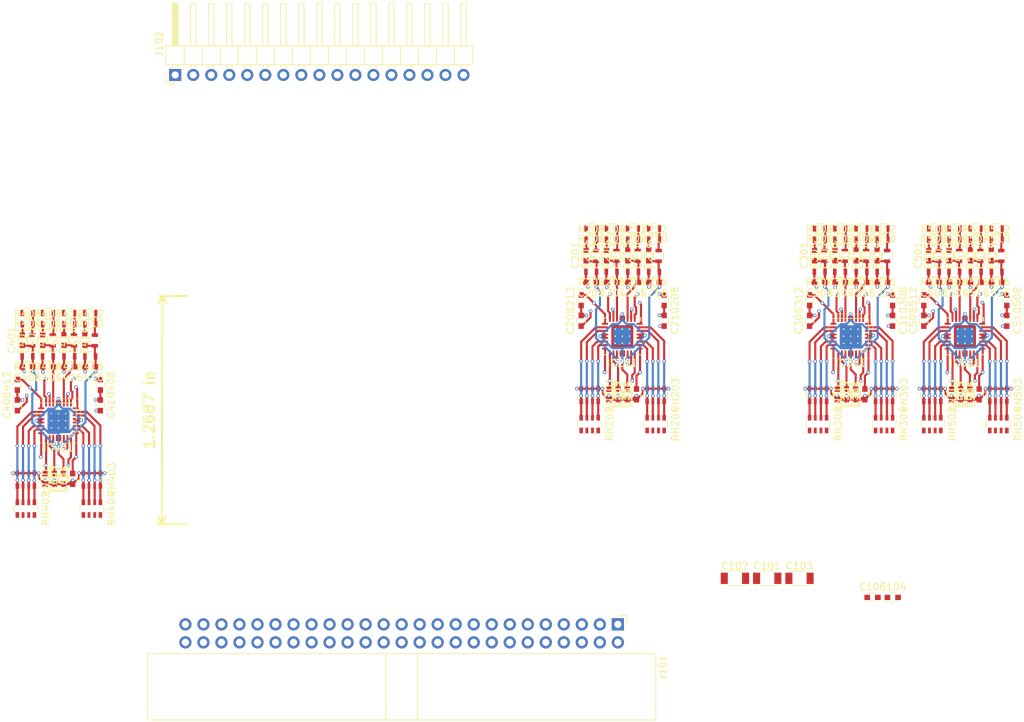
<source format=kicad_pcb>
(kicad_pcb (version 20171130) (host pcbnew 5.0.2-bee76a0~70~ubuntu18.04.1)
  (layers (0 F.Cu signal) (1 2_Ground power) (2 3_Misc mixed) (31 B.Cu signal) (34 B.Paste user) (35 F.Paste user) (36 B.SilkS user) (37 F.SilkS user) (38 B.Mask user) (39 F.Mask user) (44 Edge.Cuts user))
  (net 0 "")
  (net 1 +4V)
  (net 2 GND)
  (net 3 +2V5)
  (net 4 -2V5)
  (net 5 Vref_0-7)
  (net 6 Vref_8-15)
  (net 7 "Net-(C201-Pad1)")
  (net 8 "Net-(C201-Pad2)")
  (net 9 "Net-(C202-Pad2)")
  (net 10 "Net-(C202-Pad1)")
  (net 11 "Net-(C213-Pad2)")
  (net 12 "Net-(C213-Pad1)")
  (net 13 "Net-(C214-Pad2)")
  (net 14 "Net-(C214-Pad1)")
  (net 15 "Net-(C301-Pad1)")
  (net 16 "Net-(C301-Pad2)")
  (net 17 "Net-(C302-Pad1)")
  (net 18 "Net-(C302-Pad2)")
  (net 19 "Net-(C313-Pad1)")
  (net 20 "Net-(C313-Pad2)")
  (net 21 "Net-(C314-Pad1)")
  (net 22 "Net-(C314-Pad2)")
  (net 23 "Net-(C401-Pad1)")
  (net 24 "Net-(C401-Pad2)")
  (net 25 "Net-(C402-Pad1)")
  (net 26 "Net-(C402-Pad2)")
  (net 27 "Net-(C413-Pad1)")
  (net 28 "Net-(C413-Pad2)")
  (net 29 "Net-(C414-Pad1)")
  (net 30 "Net-(C414-Pad2)")
  (net 31 "Net-(C501-Pad2)")
  (net 32 "Net-(C501-Pad1)")
  (net 33 "Net-(C502-Pad2)")
  (net 34 "Net-(C502-Pad1)")
  (net 35 "Net-(C513-Pad2)")
  (net 36 "Net-(C513-Pad1)")
  (net 37 "Net-(C514-Pad1)")
  (net 38 "Net-(C514-Pad2)")
  (net 39 "/Ch 4-7/A-")
  (net 40 "/Ch 4-7/A+")
  (net 41 "/Ch 4-7/B+")
  (net 42 "/Ch 4-7/B-")
  (net 43 "/Ch 4-7/C-")
  (net 44 "/Ch 4-7/C+")
  (net 45 "/Ch 4-7/D+")
  (net 46 "/Ch 4-7/D-")
  (net 47 "/Ch 8-11/D-")
  (net 48 "/Ch 8-11/D+")
  (net 49 "/Ch 8-11/C+")
  (net 50 "/Ch 8-11/C-")
  (net 51 "/Ch 8-11/B-")
  (net 52 "/Ch 8-11/B+")
  (net 53 "/Ch 8-11/A+")
  (net 54 "/Ch 8-11/A-")
  (net 55 "/Ch 0-3/D-")
  (net 56 "/Ch 0-3/D+")
  (net 57 "/Ch 0-3/C+")
  (net 58 "/Ch 0-3/C-")
  (net 59 "/Ch 0-3/B-")
  (net 60 "/Ch 0-3/B+")
  (net 61 "/Ch 0-3/A+")
  (net 62 "/Ch 0-3/A-")
  (net 63 /12-15/A-)
  (net 64 /12-15/A+)
  (net 65 /12-15/B+)
  (net 66 /12-15/B-)
  (net 67 /12-15/C-)
  (net 68 /12-15/C+)
  (net 69 /12-15/D+)
  (net 70 /12-15/D-)
  (net 71 D8-)
  (net 72 D8+)
  (net 73 D9-)
  (net 74 D9+)
  (net 75 D0-)
  (net 76 D0+)
  (net 77 D1-)
  (net 78 D1+)
  (net 79 D10-)
  (net 80 D10+)
  (net 81 D11-)
  (net 82 D11+)
  (net 83 D2-)
  (net 84 D2+)
  (net 85 D3-)
  (net 86 D3+)
  (net 87 D12-)
  (net 88 D12+)
  (net 89 D13-)
  (net 90 D13+)
  (net 91 D4-)
  (net 92 D4+)
  (net 93 D5-)
  (net 94 D5+)
  (net 95 D14-)
  (net 96 D14+)
  (net 97 D15-)
  (net 98 D15+)
  (net 99 D6-)
  (net 100 D6+)
  (net 101 D7-)
  (net 102 D7+)
  (net 103 In0)
  (net 104 In1)
  (net 105 In2)
  (net 106 In3)
  (net 107 In4)
  (net 108 In5)
  (net 109 In6)
  (net 110 In7)
  (net 111 In8)
  (net 112 In9)
  (net 113 In10)
  (net 114 In11)
  (net 115 In12)
  (net 116 In13)
  (net 117 In14)
  (net 118 In15)
  (net 119 "Net-(R201-Pad1)")
  (net 120 "Net-(R202-Pad1)")
  (net 121 "Net-(R209-Pad1)")
  (net 122 "Net-(R210-Pad1)")
  (net 123 "Net-(R301-Pad1)")
  (net 124 "Net-(R302-Pad1)")
  (net 125 "Net-(R309-Pad1)")
  (net 126 "Net-(R310-Pad1)")
  (net 127 "Net-(R401-Pad1)")
  (net 128 "Net-(R402-Pad1)")
  (net 129 "Net-(R409-Pad1)")
  (net 130 "Net-(R410-Pad1)")
  (net 131 "Net-(R501-Pad1)")
  (net 132 "Net-(R502-Pad1)")
  (net 133 "Net-(R509-Pad1)")
  (net 134 "Net-(R510-Pad1)")
  (module Capacitors_SMD.pretty:C_0603 (layer F.Cu) (at 106.425 154.075 90)
    (fp_text reference C206 (at 0 -1.5 90) (layer F.SilkS))
    (fp_text value 10n)
    (pad 2 smd rect (at 0.75 0 90) (size 0.8 0.75) (layers F.Cu F.Paste F.Mask) (net 2 GND))
    (pad 1 smd rect (at -0.75 0 90) (size 0.8 0.75) (layers F.Cu F.Paste F.Mask) (net 5 Vref_0-7))
  )
  (module Capacitors_SMD.pretty:C_0603 (layer F.Cu) (at 106.425 151.175 90)
    (fp_text reference C212 (at 0 -1.5 90) (layer F.SilkS))
    (fp_text value 100n)
    (pad 2 smd rect (at 0.75 0 90) (size 0.8 0.75) (layers F.Cu F.Paste F.Mask) (net 3 +2V5))
    (pad 1 smd rect (at -0.75 0 90) (size 0.8 0.75) (layers F.Cu F.Paste F.Mask) (net 2 GND))
  )
  (module Capacitors_SMD.pretty:C_1206 (layer F.Cu) (at 132.650001 190.405001)
    (fp_text reference C101 (at 0 -1.75) (layer F.SilkS))
    (fp_text value 10uF)
    (pad 1 smd rect (at -1.5 0) (size 1 1.6) (layers F.Cu F.Paste F.Mask) (net 1 +4V))
    (pad 2 smd rect (at 1.5 0) (size 1 1.6) (layers F.Cu F.Paste F.Mask) (net 2 GND))
  )
  (module Capacitors_SMD.pretty:C_1206 (layer F.Cu) (at 128.100001 190.405001)
    (fp_text reference C102 (at 0 -1.75) (layer F.SilkS))
    (fp_text value 10uF)
    (pad 2 smd rect (at 1.5 0) (size 1 1.6) (layers F.Cu F.Paste F.Mask) (net 2 GND))
    (pad 1 smd rect (at -1.5 0) (size 1 1.6) (layers F.Cu F.Paste F.Mask) (net 3 +2V5))
  )
  (module Capacitors_SMD.pretty:C_1206 (layer F.Cu) (at 137.200001 190.405001)
    (fp_text reference C103 (at 0 -1.75) (layer F.SilkS))
    (fp_text value 10uF)
    (pad 1 smd rect (at -1.5 0) (size 1 1.6) (layers F.Cu F.Paste F.Mask) (net 4 -2V5))
    (pad 2 smd rect (at 1.5 0) (size 1 1.6) (layers F.Cu F.Paste F.Mask) (net 2 GND))
  )
  (module Capacitors_SMD.pretty:C_0603 (layer F.Cu) (at 150.350001 193.100001)
    (fp_text reference C104 (at 0 -1.5) (layer F.SilkS))
    (fp_text value 100n)
    (pad 1 smd rect (at -0.75 0) (size 0.8 0.75) (layers F.Cu F.Paste F.Mask) (net 5 Vref_0-7))
    (pad 2 smd rect (at 0.75 0) (size 0.8 0.75) (layers F.Cu F.Paste F.Mask) (net 2 GND))
  )
  (module Capacitors_SMD.pretty:C_0603 (layer F.Cu) (at 147.500001 193.100001)
    (fp_text reference C105 (at 0 -1.5) (layer F.SilkS))
    (fp_text value 100n)
    (pad 2 smd rect (at 0.75 0) (size 0.8 0.75) (layers F.Cu F.Paste F.Mask) (net 2 GND))
    (pad 1 smd rect (at -0.75 0) (size 0.8 0.75) (layers F.Cu F.Paste F.Mask) (net 6 Vref_8-15))
  )
  (module Capacitors_SMD.pretty:C_0603 (layer F.Cu) (at 107.125 144.85 90)
    (fp_text reference C201 (at 0 -1.5 90) (layer F.SilkS))
    (fp_text value 3.3p)
    (pad 1 smd rect (at -0.75 0 90) (size 0.8 0.75) (layers F.Cu F.Paste F.Mask) (net 7 "Net-(C201-Pad1)"))
    (pad 2 smd rect (at 0.75 0 90) (size 0.8 0.75) (layers F.Cu F.Paste F.Mask) (net 8 "Net-(C201-Pad2)"))
  )
  (module Capacitors_SMD.pretty:C_0603 (layer F.Cu) (at 110 144.85 90)
    (fp_text reference C202 (at 0 -1.5 90) (layer F.SilkS))
    (fp_text value 3.3p)
    (pad 2 smd rect (at 0.75 0 90) (size 0.8 0.75) (layers F.Cu F.Paste F.Mask) (net 9 "Net-(C202-Pad2)"))
    (pad 1 smd rect (at -0.75 0 90) (size 0.8 0.75) (layers F.Cu F.Paste F.Mask) (net 10 "Net-(C202-Pad1)"))
  )
  (module Capacitors_SMD.pretty:C_0603 (layer F.Cu) (at 107.85 148.65 180)
    (fp_text reference C203 (at 0 -1.5 180) (layer F.SilkS))
    (fp_text value 27p)
    (pad 1 smd rect (at -0.75 0 180) (size 0.8 0.75) (layers F.Cu F.Paste F.Mask) (net 7 "Net-(C201-Pad1)"))
    (pad 2 smd rect (at 0.75 0 180) (size 0.8 0.75) (layers F.Cu F.Paste F.Mask) (net 2 GND))
  )
  (module Capacitors_SMD.pretty:C_0603 (layer F.Cu) (at 110.791666 148.65 180)
    (fp_text reference C204 (at 0 -1.5 180) (layer F.SilkS))
    (fp_text value 27p)
    (pad 1 smd rect (at -0.75 0 180) (size 0.8 0.75) (layers F.Cu F.Paste F.Mask) (net 10 "Net-(C202-Pad1)"))
    (pad 2 smd rect (at 0.75 0 180) (size 0.8 0.75) (layers F.Cu F.Paste F.Mask) (net 2 GND))
  )
  (module Capacitors_SMD.pretty:C_0603 (layer F.Cu) (at 111.625 164.45 270)
    (fp_text reference C205 (at 0 -1.5 270) (layer F.SilkS))
    (fp_text value 10n)
    (pad 2 smd rect (at 0.75 0 270) (size 0.8 0.75) (layers F.Cu F.Paste F.Mask) (net 2 GND))
    (pad 1 smd rect (at -0.75 0 270) (size 0.8 0.75) (layers F.Cu F.Paste F.Mask) (net 5 Vref_0-7))
  )
  (module Capacitors_SMD.pretty:C_0603 (layer F.Cu) (at 110.325 164.45 270)
    (fp_text reference C207 (at 0 -1.5 270) (layer F.SilkS))
    (fp_text value 100n)
    (pad 2 smd rect (at 0.75 0 270) (size 0.8 0.75) (layers F.Cu F.Paste F.Mask) (net 2 GND))
    (pad 1 smd rect (at -0.75 0 270) (size 0.8 0.75) (layers F.Cu F.Paste F.Mask) (net 1 +4V))
  )
  (module Capacitors_SMD.pretty:C_0603 (layer F.Cu) (at 118.125 151.175 270)
    (fp_text reference C208 (at 0 -1.5 270) (layer F.SilkS))
    (fp_text value 100n)
    (pad 1 smd rect (at -0.75 0 270) (size 0.8 0.75) (layers F.Cu F.Paste F.Mask) (net 1 +4V))
    (pad 2 smd rect (at 0.75 0 270) (size 0.8 0.75) (layers F.Cu F.Paste F.Mask) (net 2 GND))
  )
  (module Capacitors_SMD.pretty:C_0603 (layer F.Cu) (at 112.925 164.45 90)
    (fp_text reference C209 (at 0 -1.5 90) (layer F.SilkS))
    (fp_text value 100n)
    (pad 1 smd rect (at -0.75 0 90) (size 0.8 0.75) (layers F.Cu F.Paste F.Mask) (net 2 GND))
    (pad 2 smd rect (at 0.75 0 90) (size 0.8 0.75) (layers F.Cu F.Paste F.Mask) (net 4 -2V5))
  )
  (module Capacitors_SMD.pretty:C_0603 (layer F.Cu) (at 118.125 154.075 270)
    (fp_text reference C210 (at 0 -1.5 270) (layer F.SilkS))
    (fp_text value 100n)
    (pad 2 smd rect (at 0.75 0 270) (size 0.8 0.75) (layers F.Cu F.Paste F.Mask) (net 4 -2V5))
    (pad 1 smd rect (at -0.75 0 270) (size 0.8 0.75) (layers F.Cu F.Paste F.Mask) (net 2 GND))
  )
  (module Capacitors_SMD.pretty:C_0603 (layer F.Cu) (at 114.225 164.45 90)
    (fp_text reference C211 (at 0 -1.5 90) (layer F.SilkS))
    (fp_text value 100n)
    (pad 1 smd rect (at -0.75 0 90) (size 0.8 0.75) (layers F.Cu F.Paste F.Mask) (net 2 GND))
    (pad 2 smd rect (at 0.75 0 90) (size 0.8 0.75) (layers F.Cu F.Paste F.Mask) (net 3 +2V5))
  )
  (module Capacitors_SMD.pretty:C_0603 (layer F.Cu) (at 113 144.85 90)
    (fp_text reference C213 (at 0 -1.5 90) (layer F.SilkS))
    (fp_text value 3.3p)
    (pad 2 smd rect (at 0.75 0 90) (size 0.8 0.75) (layers F.Cu F.Paste F.Mask) (net 11 "Net-(C213-Pad2)"))
    (pad 1 smd rect (at -0.75 0 90) (size 0.8 0.75) (layers F.Cu F.Paste F.Mask) (net 12 "Net-(C213-Pad1)"))
  )
  (module Capacitors_SMD.pretty:C_0603 (layer F.Cu) (at 115.95 144.85 90)
    (fp_text reference C214 (at 0 -1.5 90) (layer F.SilkS))
    (fp_text value 3.3p)
    (pad 2 smd rect (at 0.75 0 90) (size 0.8 0.75) (layers F.Cu F.Paste F.Mask) (net 13 "Net-(C214-Pad2)"))
    (pad 1 smd rect (at -0.75 0 90) (size 0.8 0.75) (layers F.Cu F.Paste F.Mask) (net 14 "Net-(C214-Pad1)"))
  )
  (module Capacitors_SMD.pretty:C_0603 (layer F.Cu) (at 113.75 148.65 180)
    (fp_text reference C215 (at 0 -1.5 180) (layer F.SilkS))
    (fp_text value 27p)
    (pad 1 smd rect (at -0.75 0 180) (size 0.8 0.75) (layers F.Cu F.Paste F.Mask) (net 12 "Net-(C213-Pad1)"))
    (pad 2 smd rect (at 0.75 0 180) (size 0.8 0.75) (layers F.Cu F.Paste F.Mask) (net 2 GND))
  )
  (module Capacitors_SMD.pretty:C_0603 (layer F.Cu) (at 116.7 148.65 180)
    (fp_text reference C216 (at 0 -1.5 180) (layer F.SilkS))
    (fp_text value 27p)
    (pad 1 smd rect (at -0.75 0 180) (size 0.8 0.75) (layers F.Cu F.Paste F.Mask) (net 14 "Net-(C214-Pad1)"))
    (pad 2 smd rect (at 0.75 0 180) (size 0.8 0.75) (layers F.Cu F.Paste F.Mask) (net 2 GND))
  )
  (module Capacitors_SMD.pretty:C_0603 (layer F.Cu) (at 139.325 144.85 90)
    (fp_text reference C301 (at 0 -1.5 90) (layer F.SilkS))
    (fp_text value 3.3p)
    (pad 1 smd rect (at -0.75 0 90) (size 0.8 0.75) (layers F.Cu F.Paste F.Mask) (net 15 "Net-(C301-Pad1)"))
    (pad 2 smd rect (at 0.75 0 90) (size 0.8 0.75) (layers F.Cu F.Paste F.Mask) (net 16 "Net-(C301-Pad2)"))
  )
  (module Capacitors_SMD.pretty:C_0603 (layer F.Cu) (at 142.2 144.85 90)
    (fp_text reference C302 (at 0 -1.5 90) (layer F.SilkS))
    (fp_text value 3.3p)
    (pad 1 smd rect (at -0.75 0 90) (size 0.8 0.75) (layers F.Cu F.Paste F.Mask) (net 17 "Net-(C302-Pad1)"))
    (pad 2 smd rect (at 0.75 0 90) (size 0.8 0.75) (layers F.Cu F.Paste F.Mask) (net 18 "Net-(C302-Pad2)"))
  )
  (module Capacitors_SMD.pretty:C_0603 (layer F.Cu) (at 140.05 148.65 180)
    (fp_text reference C303 (at 0 -1.5 180) (layer F.SilkS))
    (fp_text value 27p)
    (pad 1 smd rect (at -0.75 0 180) (size 0.8 0.75) (layers F.Cu F.Paste F.Mask) (net 15 "Net-(C301-Pad1)"))
    (pad 2 smd rect (at 0.75 0 180) (size 0.8 0.75) (layers F.Cu F.Paste F.Mask) (net 2 GND))
  )
  (module Capacitors_SMD.pretty:C_0603 (layer F.Cu) (at 142.991666 148.65 180)
    (fp_text reference C304 (at 0 -1.5 180) (layer F.SilkS))
    (fp_text value 27p)
    (pad 2 smd rect (at 0.75 0 180) (size 0.8 0.75) (layers F.Cu F.Paste F.Mask) (net 2 GND))
    (pad 1 smd rect (at -0.75 0 180) (size 0.8 0.75) (layers F.Cu F.Paste F.Mask) (net 17 "Net-(C302-Pad1)"))
  )
  (module Capacitors_SMD.pretty:C_0603 (layer F.Cu) (at 143.825 164.45 270)
    (fp_text reference C305 (at 0 -1.5 270) (layer F.SilkS))
    (fp_text value 10n)
    (pad 1 smd rect (at -0.75 0 270) (size 0.8 0.75) (layers F.Cu F.Paste F.Mask) (net 6 Vref_8-15))
    (pad 2 smd rect (at 0.75 0 270) (size 0.8 0.75) (layers F.Cu F.Paste F.Mask) (net 2 GND))
  )
  (module Capacitors_SMD.pretty:C_0603 (layer F.Cu) (at 138.625 154.075 90)
    (fp_text reference C306 (at 0 -1.5 90) (layer F.SilkS))
    (fp_text value 10n)
    (pad 2 smd rect (at 0.75 0 90) (size 0.8 0.75) (layers F.Cu F.Paste F.Mask) (net 2 GND))
    (pad 1 smd rect (at -0.75 0 90) (size 0.8 0.75) (layers F.Cu F.Paste F.Mask) (net 6 Vref_8-15))
  )
  (module Capacitors_SMD.pretty:C_0603 (layer F.Cu) (at 142.525 164.45 270)
    (fp_text reference C307 (at 0 -1.5 270) (layer F.SilkS))
    (fp_text value 100n)
    (pad 1 smd rect (at -0.75 0 270) (size 0.8 0.75) (layers F.Cu F.Paste F.Mask) (net 1 +4V))
    (pad 2 smd rect (at 0.75 0 270) (size 0.8 0.75) (layers F.Cu F.Paste F.Mask) (net 2 GND))
  )
  (module Capacitors_SMD.pretty:C_0603 (layer F.Cu) (at 150.325 151.175 270)
    (fp_text reference C308 (at 0 -1.5 270) (layer F.SilkS))
    (fp_text value 100n)
    (pad 2 smd rect (at 0.75 0 270) (size 0.8 0.75) (layers F.Cu F.Paste F.Mask) (net 2 GND))
    (pad 1 smd rect (at -0.75 0 270) (size 0.8 0.75) (layers F.Cu F.Paste F.Mask) (net 1 +4V))
  )
  (module Capacitors_SMD.pretty:C_0603 (layer F.Cu) (at 145.125 164.45 90)
    (fp_text reference C309 (at 0 -1.5 90) (layer F.SilkS))
    (fp_text value 100n)
    (pad 2 smd rect (at 0.75 0 90) (size 0.8 0.75) (layers F.Cu F.Paste F.Mask) (net 4 -2V5))
    (pad 1 smd rect (at -0.75 0 90) (size 0.8 0.75) (layers F.Cu F.Paste F.Mask) (net 2 GND))
  )
  (module Capacitors_SMD.pretty:C_0603 (layer F.Cu) (at 150.325 154.075 270)
    (fp_text reference C310 (at 0 -1.5 270) (layer F.SilkS))
    (fp_text value 100n)
    (pad 1 smd rect (at -0.75 0 270) (size 0.8 0.75) (layers F.Cu F.Paste F.Mask) (net 2 GND))
    (pad 2 smd rect (at 0.75 0 270) (size 0.8 0.75) (layers F.Cu F.Paste F.Mask) (net 4 -2V5))
  )
  (module Capacitors_SMD.pretty:C_0603 (layer F.Cu) (at 146.425 164.45 90)
    (fp_text reference C311 (at 0 -1.5 90) (layer F.SilkS))
    (fp_text value 100n)
    (pad 2 smd rect (at 0.75 0 90) (size 0.8 0.75) (layers F.Cu F.Paste F.Mask) (net 3 +2V5))
    (pad 1 smd rect (at -0.75 0 90) (size 0.8 0.75) (layers F.Cu F.Paste F.Mask) (net 2 GND))
  )
  (module Capacitors_SMD.pretty:C_0603 (layer F.Cu) (at 138.625 151.175 90)
    (fp_text reference C312 (at 0 -1.5 90) (layer F.SilkS))
    (fp_text value 100n)
    (pad 1 smd rect (at -0.75 0 90) (size 0.8 0.75) (layers F.Cu F.Paste F.Mask) (net 2 GND))
    (pad 2 smd rect (at 0.75 0 90) (size 0.8 0.75) (layers F.Cu F.Paste F.Mask) (net 3 +2V5))
  )
  (module Capacitors_SMD.pretty:C_0603 (layer F.Cu) (at 145.2 144.85 90)
    (fp_text reference C313 (at 0 -1.5 90) (layer F.SilkS))
    (fp_text value 3.3p)
    (pad 1 smd rect (at -0.75 0 90) (size 0.8 0.75) (layers F.Cu F.Paste F.Mask) (net 19 "Net-(C313-Pad1)"))
    (pad 2 smd rect (at 0.75 0 90) (size 0.8 0.75) (layers F.Cu F.Paste F.Mask) (net 20 "Net-(C313-Pad2)"))
  )
  (module Capacitors_SMD.pretty:C_0603 (layer F.Cu) (at 148.15 144.85 90)
    (fp_text reference C314 (at 0 -1.5 90) (layer F.SilkS))
    (fp_text value 3.3p)
    (pad 1 smd rect (at -0.75 0 90) (size 0.8 0.75) (layers F.Cu F.Paste F.Mask) (net 21 "Net-(C314-Pad1)"))
    (pad 2 smd rect (at 0.75 0 90) (size 0.8 0.75) (layers F.Cu F.Paste F.Mask) (net 22 "Net-(C314-Pad2)"))
  )
  (module Capacitors_SMD.pretty:C_0603 (layer F.Cu) (at 145.95 148.65 180)
    (fp_text reference C315 (at 0 -1.5 180) (layer F.SilkS))
    (fp_text value 27p)
    (pad 2 smd rect (at 0.75 0 180) (size 0.8 0.75) (layers F.Cu F.Paste F.Mask) (net 2 GND))
    (pad 1 smd rect (at -0.75 0 180) (size 0.8 0.75) (layers F.Cu F.Paste F.Mask) (net 19 "Net-(C313-Pad1)"))
  )
  (module Capacitors_SMD.pretty:C_0603 (layer F.Cu) (at 148.9 148.65 180)
    (fp_text reference C316 (at 0 -1.5 180) (layer F.SilkS))
    (fp_text value 27p)
    (pad 2 smd rect (at 0.75 0 180) (size 0.8 0.75) (layers F.Cu F.Paste F.Mask) (net 2 GND))
    (pad 1 smd rect (at -0.75 0 180) (size 0.8 0.75) (layers F.Cu F.Paste F.Mask) (net 21 "Net-(C314-Pad1)"))
  )
  (module Capacitors_SMD.pretty:C_0603 (layer F.Cu) (at 27.65 156.775 90)
    (fp_text reference C401 (at 0 -1.5 90) (layer F.SilkS))
    (fp_text value 3.3p)
    (pad 1 smd rect (at -0.75 0 90) (size 0.8 0.75) (layers F.Cu F.Paste F.Mask) (net 23 "Net-(C401-Pad1)"))
    (pad 2 smd rect (at 0.75 0 90) (size 0.8 0.75) (layers F.Cu F.Paste F.Mask) (net 24 "Net-(C401-Pad2)"))
  )
  (module Capacitors_SMD.pretty:C_0603 (layer F.Cu) (at 30.525 156.775 90)
    (fp_text reference C402 (at 0 -1.5 90) (layer F.SilkS))
    (fp_text value 3.3p)
    (pad 1 smd rect (at -0.75 0 90) (size 0.8 0.75) (layers F.Cu F.Paste F.Mask) (net 25 "Net-(C402-Pad1)"))
    (pad 2 smd rect (at 0.75 0 90) (size 0.8 0.75) (layers F.Cu F.Paste F.Mask) (net 26 "Net-(C402-Pad2)"))
  )
  (module Capacitors_SMD.pretty:C_0603 (layer F.Cu) (at 28.375 160.575 180)
    (fp_text reference C403 (at 0 -1.5 180) (layer F.SilkS))
    (fp_text value 27p)
    (pad 2 smd rect (at 0.75 0 180) (size 0.8 0.75) (layers F.Cu F.Paste F.Mask) (net 2 GND))
    (pad 1 smd rect (at -0.75 0 180) (size 0.8 0.75) (layers F.Cu F.Paste F.Mask) (net 23 "Net-(C401-Pad1)"))
  )
  (module Capacitors_SMD.pretty:C_0603 (layer F.Cu) (at 31.316666 160.575 180)
    (fp_text reference C404 (at 0 -1.5 180) (layer F.SilkS))
    (fp_text value 27p)
    (pad 2 smd rect (at 0.75 0 180) (size 0.8 0.75) (layers F.Cu F.Paste F.Mask) (net 2 GND))
    (pad 1 smd rect (at -0.75 0 180) (size 0.8 0.75) (layers F.Cu F.Paste F.Mask) (net 25 "Net-(C402-Pad1)"))
  )
  (module Capacitors_SMD.pretty:C_0603 (layer F.Cu) (at 32.15 176.375 270)
    (fp_text reference C405 (at 0 -1.5 270) (layer F.SilkS))
    (fp_text value 10n)
    (pad 2 smd rect (at 0.75 0 270) (size 0.8 0.75) (layers F.Cu F.Paste F.Mask) (net 2 GND))
    (pad 1 smd rect (at -0.75 0 270) (size 0.8 0.75) (layers F.Cu F.Paste F.Mask) (net 5 Vref_0-7))
  )
  (module Capacitors_SMD.pretty:C_0603 (layer F.Cu) (at 26.95 166 90)
    (fp_text reference C406 (at 0 -1.5 90) (layer F.SilkS))
    (fp_text value 10n)
    (pad 2 smd rect (at 0.75 0 90) (size 0.8 0.75) (layers F.Cu F.Paste F.Mask) (net 2 GND))
    (pad 1 smd rect (at -0.75 0 90) (size 0.8 0.75) (layers F.Cu F.Paste F.Mask) (net 5 Vref_0-7))
  )
  (module Capacitors_SMD.pretty:C_0603 (layer F.Cu) (at 30.85 176.375 270)
    (fp_text reference C407 (at 0 -1.5 270) (layer F.SilkS))
    (fp_text value 100n)
    (pad 2 smd rect (at 0.75 0 270) (size 0.8 0.75) (layers F.Cu F.Paste F.Mask) (net 2 GND))
    (pad 1 smd rect (at -0.75 0 270) (size 0.8 0.75) (layers F.Cu F.Paste F.Mask) (net 1 +4V))
  )
  (module Capacitors_SMD.pretty:C_0603 (layer F.Cu) (at 38.65 163.1 270)
    (fp_text reference C408 (at 0 -1.5 270) (layer F.SilkS))
    (fp_text value 100n)
    (pad 2 smd rect (at 0.75 0 270) (size 0.8 0.75) (layers F.Cu F.Paste F.Mask) (net 2 GND))
    (pad 1 smd rect (at -0.75 0 270) (size 0.8 0.75) (layers F.Cu F.Paste F.Mask) (net 1 +4V))
  )
  (module Capacitors_SMD.pretty:C_0603 (layer F.Cu) (at 33.45 176.375 90)
    (fp_text reference C409 (at 0 -1.5 90) (layer F.SilkS))
    (fp_text value 100n)
    (pad 1 smd rect (at -0.75 0 90) (size 0.8 0.75) (layers F.Cu F.Paste F.Mask) (net 2 GND))
    (pad 2 smd rect (at 0.75 0 90) (size 0.8 0.75) (layers F.Cu F.Paste F.Mask) (net 4 -2V5))
  )
  (module Capacitors_SMD.pretty:C_0603 (layer F.Cu) (at 38.65 166 270)
    (fp_text reference C410 (at 0 -1.5 270) (layer F.SilkS))
    (fp_text value 100n)
    (pad 1 smd rect (at -0.75 0 270) (size 0.8 0.75) (layers F.Cu F.Paste F.Mask) (net 2 GND))
    (pad 2 smd rect (at 0.75 0 270) (size 0.8 0.75) (layers F.Cu F.Paste F.Mask) (net 4 -2V5))
  )
  (module Capacitors_SMD.pretty:C_0603 (layer F.Cu) (at 34.75 176.375 90)
    (fp_text reference C411 (at 0 -1.5 90) (layer F.SilkS))
    (fp_text value 100n)
    (pad 1 smd rect (at -0.75 0 90) (size 0.8 0.75) (layers F.Cu F.Paste F.Mask) (net 2 GND))
    (pad 2 smd rect (at 0.75 0 90) (size 0.8 0.75) (layers F.Cu F.Paste F.Mask) (net 3 +2V5))
  )
  (module Capacitors_SMD.pretty:C_0603 (layer F.Cu) (at 26.95 163.1 90)
    (fp_text reference C412 (at 0 -1.5 90) (layer F.SilkS))
    (fp_text value 100n)
    (pad 1 smd rect (at -0.75 0 90) (size 0.8 0.75) (layers F.Cu F.Paste F.Mask) (net 2 GND))
    (pad 2 smd rect (at 0.75 0 90) (size 0.8 0.75) (layers F.Cu F.Paste F.Mask) (net 3 +2V5))
  )
  (module Capacitors_SMD.pretty:C_0603 (layer F.Cu) (at 33.525 156.775 90)
    (fp_text reference C413 (at 0 -1.5 90) (layer F.SilkS))
    (fp_text value 3.3p)
    (pad 1 smd rect (at -0.75 0 90) (size 0.8 0.75) (layers F.Cu F.Paste F.Mask) (net 27 "Net-(C413-Pad1)"))
    (pad 2 smd rect (at 0.75 0 90) (size 0.8 0.75) (layers F.Cu F.Paste F.Mask) (net 28 "Net-(C413-Pad2)"))
  )
  (module Capacitors_SMD.pretty:C_0603 (layer F.Cu) (at 36.475 156.775 90)
    (fp_text reference C414 (at 0 -1.5 90) (layer F.SilkS))
    (fp_text value 3.3p)
    (pad 1 smd rect (at -0.75 0 90) (size 0.8 0.75) (layers F.Cu F.Paste F.Mask) (net 29 "Net-(C414-Pad1)"))
    (pad 2 smd rect (at 0.75 0 90) (size 0.8 0.75) (layers F.Cu F.Paste F.Mask) (net 30 "Net-(C414-Pad2)"))
  )
  (module Capacitors_SMD.pretty:C_0603 (layer F.Cu) (at 34.275 160.575 180)
    (fp_text reference C415 (at 0 -1.5 180) (layer F.SilkS))
    (fp_text value 27p)
    (pad 2 smd rect (at 0.75 0 180) (size 0.8 0.75) (layers F.Cu F.Paste F.Mask) (net 2 GND))
    (pad 1 smd rect (at -0.75 0 180) (size 0.8 0.75) (layers F.Cu F.Paste F.Mask) (net 27 "Net-(C413-Pad1)"))
  )
  (module Capacitors_SMD.pretty:C_0603 (layer F.Cu) (at 37.225 160.575 180)
    (fp_text reference C416 (at 0 -1.5 180) (layer F.SilkS))
    (fp_text value 27p)
    (pad 2 smd rect (at 0.75 0 180) (size 0.8 0.75) (layers F.Cu F.Paste F.Mask) (net 2 GND))
    (pad 1 smd rect (at -0.75 0 180) (size 0.8 0.75) (layers F.Cu F.Paste F.Mask) (net 29 "Net-(C414-Pad1)"))
  )
  (module Capacitors_SMD.pretty:C_0603 (layer F.Cu) (at 155.425 144.85 90)
    (fp_text reference C501 (at 0 -1.5 90) (layer F.SilkS))
    (fp_text value 3.3p)
    (pad 2 smd rect (at 0.75 0 90) (size 0.8 0.75) (layers F.Cu F.Paste F.Mask) (net 31 "Net-(C501-Pad2)"))
    (pad 1 smd rect (at -0.75 0 90) (size 0.8 0.75) (layers F.Cu F.Paste F.Mask) (net 32 "Net-(C501-Pad1)"))
  )
  (module Capacitors_SMD.pretty:C_0603 (layer F.Cu) (at 158.3 144.85 90)
    (fp_text reference C502 (at 0 -1.5 90) (layer F.SilkS))
    (fp_text value 3.3p)
    (pad 2 smd rect (at 0.75 0 90) (size 0.8 0.75) (layers F.Cu F.Paste F.Mask) (net 33 "Net-(C502-Pad2)"))
    (pad 1 smd rect (at -0.75 0 90) (size 0.8 0.75) (layers F.Cu F.Paste F.Mask) (net 34 "Net-(C502-Pad1)"))
  )
  (module Capacitors_SMD.pretty:C_0603 (layer F.Cu) (at 156.15 148.65 180)
    (fp_text reference C503 (at 0 -1.5 180) (layer F.SilkS))
    (fp_text value 27p)
    (pad 2 smd rect (at 0.75 0 180) (size 0.8 0.75) (layers F.Cu F.Paste F.Mask) (net 2 GND))
    (pad 1 smd rect (at -0.75 0 180) (size 0.8 0.75) (layers F.Cu F.Paste F.Mask) (net 32 "Net-(C501-Pad1)"))
  )
  (module Capacitors_SMD.pretty:C_0603 (layer F.Cu) (at 159.091666 148.65 180)
    (fp_text reference C504 (at 0 -1.5 180) (layer F.SilkS))
    (fp_text value 27p)
    (pad 1 smd rect (at -0.75 0 180) (size 0.8 0.75) (layers F.Cu F.Paste F.Mask) (net 34 "Net-(C502-Pad1)"))
    (pad 2 smd rect (at 0.75 0 180) (size 0.8 0.75) (layers F.Cu F.Paste F.Mask) (net 2 GND))
  )
  (module Capacitors_SMD.pretty:C_0603 (layer F.Cu) (at 159.925 164.45 270)
    (fp_text reference C505 (at 0 -1.5 270) (layer F.SilkS))
    (fp_text value 10n)
    (pad 2 smd rect (at 0.75 0 270) (size 0.8 0.75) (layers F.Cu F.Paste F.Mask) (net 2 GND))
    (pad 1 smd rect (at -0.75 0 270) (size 0.8 0.75) (layers F.Cu F.Paste F.Mask) (net 6 Vref_8-15))
  )
  (module Capacitors_SMD.pretty:C_0603 (layer F.Cu) (at 154.725 154.075 90)
    (fp_text reference C506 (at 0 -1.5 90) (layer F.SilkS))
    (fp_text value 10n)
    (pad 1 smd rect (at -0.75 0 90) (size 0.8 0.75) (layers F.Cu F.Paste F.Mask) (net 6 Vref_8-15))
    (pad 2 smd rect (at 0.75 0 90) (size 0.8 0.75) (layers F.Cu F.Paste F.Mask) (net 2 GND))
  )
  (module Capacitors_SMD.pretty:C_0603 (layer F.Cu) (at 158.625 164.45 270)
    (fp_text reference C507 (at 0 -1.5 270) (layer F.SilkS))
    (fp_text value 100n)
    (pad 2 smd rect (at 0.75 0 270) (size 0.8 0.75) (layers F.Cu F.Paste F.Mask) (net 2 GND))
    (pad 1 smd rect (at -0.75 0 270) (size 0.8 0.75) (layers F.Cu F.Paste F.Mask) (net 1 +4V))
  )
  (module Capacitors_SMD.pretty:C_0603 (layer F.Cu) (at 166.425 151.175 270)
    (fp_text reference C508 (at 0 -1.5 270) (layer F.SilkS))
    (fp_text value 100n)
    (pad 1 smd rect (at -0.75 0 270) (size 0.8 0.75) (layers F.Cu F.Paste F.Mask) (net 1 +4V))
    (pad 2 smd rect (at 0.75 0 270) (size 0.8 0.75) (layers F.Cu F.Paste F.Mask) (net 2 GND))
  )
  (module Capacitors_SMD.pretty:C_0603 (layer F.Cu) (at 161.225 164.45 90)
    (fp_text reference C509 (at 0 -1.5 90) (layer F.SilkS))
    (fp_text value 100n)
    (pad 1 smd rect (at -0.75 0 90) (size 0.8 0.75) (layers F.Cu F.Paste F.Mask) (net 2 GND))
    (pad 2 smd rect (at 0.75 0 90) (size 0.8 0.75) (layers F.Cu F.Paste F.Mask) (net 4 -2V5))
  )
  (module Capacitors_SMD.pretty:C_0603 (layer F.Cu) (at 166.425 154.075 270)
    (fp_text reference C510 (at 0 -1.5 270) (layer F.SilkS))
    (fp_text value 100n)
    (pad 2 smd rect (at 0.75 0 270) (size 0.8 0.75) (layers F.Cu F.Paste F.Mask) (net 4 -2V5))
    (pad 1 smd rect (at -0.75 0 270) (size 0.8 0.75) (layers F.Cu F.Paste F.Mask) (net 2 GND))
  )
  (module Capacitors_SMD.pretty:C_0603 (layer F.Cu) (at 162.525 164.45 90)
    (fp_text reference C511 (at 0 -1.5 90) (layer F.SilkS))
    (fp_text value 100n)
    (pad 1 smd rect (at -0.75 0 90) (size 0.8 0.75) (layers F.Cu F.Paste F.Mask) (net 2 GND))
    (pad 2 smd rect (at 0.75 0 90) (size 0.8 0.75) (layers F.Cu F.Paste F.Mask) (net 3 +2V5))
  )
  (module Capacitors_SMD.pretty:C_0603 (layer F.Cu) (at 154.725 151.175 90)
    (fp_text reference C512 (at 0 -1.5 90) (layer F.SilkS))
    (fp_text value 100n)
    (pad 2 smd rect (at 0.75 0 90) (size 0.8 0.75) (layers F.Cu F.Paste F.Mask) (net 3 +2V5))
    (pad 1 smd rect (at -0.75 0 90) (size 0.8 0.75) (layers F.Cu F.Paste F.Mask) (net 2 GND))
  )
  (module Capacitors_SMD.pretty:C_0603 (layer F.Cu) (at 161.3 144.85 90)
    (fp_text reference C513 (at 0 -1.5 90) (layer F.SilkS))
    (fp_text value 3.3p)
    (pad 2 smd rect (at 0.75 0 90) (size 0.8 0.75) (layers F.Cu F.Paste F.Mask) (net 35 "Net-(C513-Pad2)"))
    (pad 1 smd rect (at -0.75 0 90) (size 0.8 0.75) (layers F.Cu F.Paste F.Mask) (net 36 "Net-(C513-Pad1)"))
  )
  (module Capacitors_SMD.pretty:C_0603 (layer F.Cu) (at 164.25 144.85 90)
    (fp_text reference C514 (at 0 -1.5 90) (layer F.SilkS))
    (fp_text value 3.3p)
    (pad 1 smd rect (at -0.75 0 90) (size 0.8 0.75) (layers F.Cu F.Paste F.Mask) (net 37 "Net-(C514-Pad1)"))
    (pad 2 smd rect (at 0.75 0 90) (size 0.8 0.75) (layers F.Cu F.Paste F.Mask) (net 38 "Net-(C514-Pad2)"))
  )
  (module Capacitors_SMD.pretty:C_0603 (layer F.Cu) (at 162.05 148.65 180)
    (fp_text reference C515 (at 0 -1.5 180) (layer F.SilkS))
    (fp_text value 27p)
    (pad 1 smd rect (at -0.75 0 180) (size 0.8 0.75) (layers F.Cu F.Paste F.Mask) (net 36 "Net-(C513-Pad1)"))
    (pad 2 smd rect (at 0.75 0 180) (size 0.8 0.75) (layers F.Cu F.Paste F.Mask) (net 2 GND))
  )
  (module Capacitors_SMD.pretty:C_0603 (layer F.Cu) (at 165 148.65 180)
    (fp_text reference C516 (at 0 -1.5 180) (layer F.SilkS))
    (fp_text value 27p)
    (pad 2 smd rect (at 0.75 0 180) (size 0.8 0.75) (layers F.Cu F.Paste F.Mask) (net 2 GND))
    (pad 1 smd rect (at -0.75 0 180) (size 0.8 0.75) (layers F.Cu F.Paste F.Mask) (net 37 "Net-(C514-Pad1)"))
  )
  (module Package_DFN_QFN:QFN-32-1EP_5x5mm_P0.5mm_EP3.1x3.1mm_ThermalVias (layer F.Cu) (at 112.225 156.25 180)
    (fp_text reference IC201 (at 0 -3.82 180) (layer F.SilkS))
    (fp_text value lmh7324)
    (pad 33 smd roundrect (at 0 0 180) (size 3.1 3.1) (layers F.Cu F.Mask) (roundrect_rratio 0.08064499999999999) (net 2 GND))
    (pad 33 thru_hole circle (at -1 -1 180) (size 0.5 0.5) (drill 0.2) (layers *.Cu) (net 2 GND))
    (pad 33 thru_hole circle (at 0 -1 180) (size 0.5 0.5) (drill 0.2) (layers *.Cu) (net 2 GND))
    (pad 33 thru_hole circle (at 1 -1 180) (size 0.5 0.5) (drill 0.2) (layers *.Cu) (net 2 GND))
    (pad 33 thru_hole circle (at -1 0 180) (size 0.5 0.5) (drill 0.2) (layers *.Cu) (net 2 GND))
    (pad 33 thru_hole circle (at 0 0 180) (size 0.5 0.5) (drill 0.2) (layers *.Cu) (net 2 GND))
    (pad 33 thru_hole circle (at 1 0 180) (size 0.5 0.5) (drill 0.2) (layers *.Cu) (net 2 GND))
    (pad 33 thru_hole circle (at -1 1 180) (size 0.5 0.5) (drill 0.2) (layers *.Cu) (net 2 GND))
    (pad 33 thru_hole circle (at 0 1 180) (size 0.5 0.5) (drill 0.2) (layers *.Cu) (net 2 GND))
    (pad 33 thru_hole circle (at 1 1 180) (size 0.5 0.5) (drill 0.2) (layers *.Cu) (net 2 GND))
    (pad 33 smd roundrect (at 0 0 180) (size 2.5 2.5) (layers B.Cu) (roundrect_rratio 0.1) (net 2 GND))
    (pad 1 smd roundrect (at -2.4375 -1.75 180) (size 0.875 0.25) (layers F.Cu F.Paste F.Mask) (net 3 +2V5))
    (pad 2 smd roundrect (at -2.4375 -1.25 180) (size 0.875 0.25) (layers F.Cu F.Paste F.Mask) (net 46 "/Ch 4-7/D-"))
    (pad 3 smd roundrect (at -2.4375 -0.75 180) (size 0.875 0.25) (layers F.Cu F.Paste F.Mask) (net 45 "/Ch 4-7/D+"))
    (pad 4 smd roundrect (at -2.4375 -0.25 180) (size 0.875 0.25) (layers F.Cu F.Paste F.Mask) (net 4 -2V5))
    (pad 5 smd roundrect (at -2.4375 0.25 180) (size 0.875 0.25) (layers F.Cu F.Paste F.Mask) (net 4 -2V5))
    (pad 6 smd roundrect (at -2.4375 0.75 180) (size 0.875 0.25) (layers F.Cu F.Paste F.Mask) (net 44 "/Ch 4-7/C+"))
    (pad 7 smd roundrect (at -2.4375 1.25 180) (size 0.875 0.25) (layers F.Cu F.Paste F.Mask) (net 43 "/Ch 4-7/C-"))
    (pad 8 smd roundrect (at -2.4375 1.75 180) (size 0.875 0.25) (layers F.Cu F.Paste F.Mask) (net 3 +2V5))
    (pad 9 smd roundrect (at -1.75 2.4375 180) (size 0.25 0.875) (layers F.Cu F.Paste F.Mask) (net 1 +4V))
    (pad 10 smd roundrect (at -1.25 2.4375 180) (size 0.25 0.875) (layers F.Cu F.Paste F.Mask) (net 5 Vref_0-7))
    (pad 11 smd roundrect (at -0.75 2.4375 180) (size 0.25 0.875) (layers F.Cu F.Paste F.Mask) (net 12 "Net-(C213-Pad1)"))
    (pad 12 smd roundrect (at -0.25 2.4375 180) (size 0.25 0.875) (layers F.Cu F.Paste F.Mask) (net 4 -2V5))
    (pad 13 smd roundrect (at 0.25 2.4375 180) (size 0.25 0.875) (layers F.Cu F.Paste F.Mask) (net 4 -2V5))
    (pad 14 smd roundrect (at 0.75 2.4375 180) (size 0.25 0.875) (layers F.Cu F.Paste F.Mask) (net 10 "Net-(C202-Pad1)"))
    (pad 15 smd roundrect (at 1.25 2.4375 180) (size 0.25 0.875) (layers F.Cu F.Paste F.Mask) (net 5 Vref_0-7))
    (pad 16 smd roundrect (at 1.75 2.4375 180) (size 0.25 0.875) (layers F.Cu F.Paste F.Mask) (net 1 +4V))
    (pad 17 smd roundrect (at 2.4375 1.75 180) (size 0.875 0.25) (layers F.Cu F.Paste F.Mask) (net 3 +2V5))
    (pad 18 smd roundrect (at 2.4375 1.25 180) (size 0.875 0.25) (layers F.Cu F.Paste F.Mask) (net 42 "/Ch 4-7/B-"))
    (pad 19 smd roundrect (at 2.4375 0.75 180) (size 0.875 0.25) (layers F.Cu F.Paste F.Mask) (net 41 "/Ch 4-7/B+"))
    (pad 20 smd roundrect (at 2.4375 0.25 180) (size 0.875 0.25) (layers F.Cu F.Paste F.Mask) (net 4 -2V5))
    (pad 21 smd roundrect (at 2.4375 -0.25 180) (size 0.875 0.25) (layers F.Cu F.Paste F.Mask) (net 4 -2V5))
    (pad 22 smd roundrect (at 2.4375 -0.75 180) (size 0.875 0.25) (layers F.Cu F.Paste F.Mask) (net 40 "/Ch 4-7/A+"))
    (pad 23 smd roundrect (at 2.4375 -1.25 180) (size 0.875 0.25) (layers F.Cu F.Paste F.Mask) (net 39 "/Ch 4-7/A-"))
    (pad 24 smd roundrect (at 2.4375 -1.75 180) (size 0.875 0.25) (layers F.Cu F.Paste F.Mask) (net 3 +2V5))
    (pad 25 smd roundrect (at 1.75 -2.4375 180) (size 0.25 0.875) (layers F.Cu F.Paste F.Mask) (net 1 +4V))
    (pad 26 smd roundrect (at 1.25 -2.4375 180) (size 0.25 0.875) (layers F.Cu F.Paste F.Mask) (net 5 Vref_0-7))
    (pad 27 smd roundrect (at 0.75 -2.4375 180) (size 0.25 0.875) (layers F.Cu F.Paste F.Mask) (net 7 "Net-(C201-Pad1)"))
    (pad 28 smd roundrect (at 0.25 -2.4375 180) (size 0.25 0.875) (layers F.Cu F.Paste F.Mask) (net 4 -2V5))
    (pad 29 smd roundrect (at -0.25 -2.4375 180) (size 0.25 0.875) (layers F.Cu F.Paste F.Mask) (net 4 -2V5))
    (pad 30 smd roundrect (at -0.75 -2.4375 180) (size 0.25 0.875) (layers F.Cu F.Paste F.Mask) (net 14 "Net-(C214-Pad1)"))
    (pad 31 smd roundrect (at -1.25 -2.4375 180) (size 0.25 0.875) (layers F.Cu F.Paste F.Mask) (net 5 Vref_0-7))
    (pad 32 smd roundrect (at -1.75 -2.4375 180) (size 0.25 0.875) (layers F.Cu F.Paste F.Mask) (net 1 +4V))
  )
  (module Package_DFN_QFN:QFN-32-1EP_5x5mm_P0.5mm_EP3.1x3.1mm_ThermalVias (layer F.Cu) (at 144.425 156.25 180)
    (fp_text reference IC301 (at 0 -3.82 180) (layer F.SilkS))
    (fp_text value lmh7324)
    (pad 32 smd roundrect (at -1.75 -2.4375 180) (size 0.25 0.875) (layers F.Cu F.Paste F.Mask) (net 1 +4V))
    (pad 31 smd roundrect (at -1.25 -2.4375 180) (size 0.25 0.875) (layers F.Cu F.Paste F.Mask) (net 6 Vref_8-15))
    (pad 30 smd roundrect (at -0.75 -2.4375 180) (size 0.25 0.875) (layers F.Cu F.Paste F.Mask) (net 21 "Net-(C314-Pad1)"))
    (pad 29 smd roundrect (at -0.25 -2.4375 180) (size 0.25 0.875) (layers F.Cu F.Paste F.Mask) (net 4 -2V5))
    (pad 28 smd roundrect (at 0.25 -2.4375 180) (size 0.25 0.875) (layers F.Cu F.Paste F.Mask) (net 4 -2V5))
    (pad 27 smd roundrect (at 0.75 -2.4375 180) (size 0.25 0.875) (layers F.Cu F.Paste F.Mask) (net 15 "Net-(C301-Pad1)"))
    (pad 26 smd roundrect (at 1.25 -2.4375 180) (size 0.25 0.875) (layers F.Cu F.Paste F.Mask) (net 6 Vref_8-15))
    (pad 25 smd roundrect (at 1.75 -2.4375 180) (size 0.25 0.875) (layers F.Cu F.Paste F.Mask) (net 1 +4V))
    (pad 24 smd roundrect (at 2.4375 -1.75 180) (size 0.875 0.25) (layers F.Cu F.Paste F.Mask) (net 3 +2V5))
    (pad 23 smd roundrect (at 2.4375 -1.25 180) (size 0.875 0.25) (layers F.Cu F.Paste F.Mask) (net 54 "/Ch 8-11/A-"))
    (pad 22 smd roundrect (at 2.4375 -0.75 180) (size 0.875 0.25) (layers F.Cu F.Paste F.Mask) (net 53 "/Ch 8-11/A+"))
    (pad 21 smd roundrect (at 2.4375 -0.25 180) (size 0.875 0.25) (layers F.Cu F.Paste F.Mask) (net 4 -2V5))
    (pad 20 smd roundrect (at 2.4375 0.25 180) (size 0.875 0.25) (layers F.Cu F.Paste F.Mask) (net 4 -2V5))
    (pad 19 smd roundrect (at 2.4375 0.75 180) (size 0.875 0.25) (layers F.Cu F.Paste F.Mask) (net 52 "/Ch 8-11/B+"))
    (pad 18 smd roundrect (at 2.4375 1.25 180) (size 0.875 0.25) (layers F.Cu F.Paste F.Mask) (net 51 "/Ch 8-11/B-"))
    (pad 17 smd roundrect (at 2.4375 1.75 180) (size 0.875 0.25) (layers F.Cu F.Paste F.Mask) (net 3 +2V5))
    (pad 16 smd roundrect (at 1.75 2.4375 180) (size 0.25 0.875) (layers F.Cu F.Paste F.Mask) (net 1 +4V))
    (pad 15 smd roundrect (at 1.25 2.4375 180) (size 0.25 0.875) (layers F.Cu F.Paste F.Mask) (net 6 Vref_8-15))
    (pad 14 smd roundrect (at 0.75 2.4375 180) (size 0.25 0.875) (layers F.Cu F.Paste F.Mask) (net 17 "Net-(C302-Pad1)"))
    (pad 13 smd roundrect (at 0.25 2.4375 180) (size 0.25 0.875) (layers F.Cu F.Paste F.Mask) (net 4 -2V5))
    (pad 12 smd roundrect (at -0.25 2.4375 180) (size 0.25 0.875) (layers F.Cu F.Paste F.Mask) (net 4 -2V5))
    (pad 11 smd roundrect (at -0.75 2.4375 180) (size 0.25 0.875) (layers F.Cu F.Paste F.Mask) (net 19 "Net-(C313-Pad1)"))
    (pad 10 smd roundrect (at -1.25 2.4375 180) (size 0.25 0.875) (layers F.Cu F.Paste F.Mask) (net 6 Vref_8-15))
    (pad 9 smd roundrect (at -1.75 2.4375 180) (size 0.25 0.875) (layers F.Cu F.Paste F.Mask) (net 1 +4V))
    (pad 8 smd roundrect (at -2.4375 1.75 180) (size 0.875 0.25) (layers F.Cu F.Paste F.Mask) (net 3 +2V5))
    (pad 7 smd roundrect (at -2.4375 1.25 180) (size 0.875 0.25) (layers F.Cu F.Paste F.Mask) (net 50 "/Ch 8-11/C-"))
    (pad 6 smd roundrect (at -2.4375 0.75 180) (size 0.875 0.25) (layers F.Cu F.Paste F.Mask) (net 49 "/Ch 8-11/C+"))
    (pad 5 smd roundrect (at -2.4375 0.25 180) (size 0.875 0.25) (layers F.Cu F.Paste F.Mask) (net 4 -2V5))
    (pad 4 smd roundrect (at -2.4375 -0.25 180) (size 0.875 0.25) (layers F.Cu F.Paste F.Mask) (net 4 -2V5))
    (pad 3 smd roundrect (at -2.4375 -0.75 180) (size 0.875 0.25) (layers F.Cu F.Paste F.Mask) (net 48 "/Ch 8-11/D+"))
    (pad 2 smd roundrect (at -2.4375 -1.25 180) (size 0.875 0.25) (layers F.Cu F.Paste F.Mask) (net 47 "/Ch 8-11/D-"))
    (pad 1 smd roundrect (at -2.4375 -1.75 180) (size 0.875 0.25) (layers F.Cu F.Paste F.Mask) (net 3 +2V5))
    (pad 33 smd roundrect (at 0 0 180) (size 2.5 2.5) (layers F.Cu F.Mask) (roundrect_rratio 0.1) (net 2 GND))
    (pad 33 thru_hole circle (at -1 -1 180) (size 0.5 0.5) (drill 0.2) (layers *.Cu) (net 2 GND))
    (pad 33 thru_hole circle (at 0 -1 180) (size 0.5 0.5) (drill 0.2) (layers *.Cu) (net 2 GND))
    (pad 33 thru_hole circle (at 1 -1 180) (size 0.5 0.5) (drill 0.2) (layers *.Cu) (net 2 GND))
    (pad 33 thru_hole circle (at -1 0 180) (size 0.5 0.5) (drill 0.2) (layers *.Cu) (net 2 GND))
    (pad 33 thru_hole circle (at 0 0 180) (size 0.5 0.5) (drill 0.2) (layers *.Cu) (net 2 GND))
    (pad 33 thru_hole circle (at 1 0 180) (size 0.5 0.5) (drill 0.2) (layers *.Cu) (net 2 GND))
    (pad 33 thru_hole circle (at -1 1 180) (size 0.5 0.5) (drill 0.2) (layers *.Cu) (net 2 GND))
    (pad 33 thru_hole circle (at 0 1 180) (size 0.5 0.5) (drill 0.2) (layers *.Cu) (net 2 GND))
    (pad 33 thru_hole circle (at 1 1 180) (size 0.5 0.5) (drill 0.2) (layers *.Cu) (net 2 GND))
    (pad 33 smd roundrect (at 0 0 180) (size 3.1 3.1) (layers B.Cu) (roundrect_rratio 0.08064499999999999) (net 2 GND))
  )
  (module Package_DFN_QFN:QFN-32-1EP_5x5mm_P0.5mm_EP3.1x3.1mm_ThermalVias (layer F.Cu) (at 32.75 168.175 180)
    (fp_text reference IC401 (at 0 -3.82 180) (layer F.SilkS))
    (fp_text value lmh7324)
    (pad 32 smd roundrect (at -1.75 -2.4375 180) (size 0.25 0.875) (layers F.Cu F.Paste F.Mask) (net 1 +4V))
    (pad 31 smd roundrect (at -1.25 -2.4375 180) (size 0.25 0.875) (layers F.Cu F.Paste F.Mask) (net 5 Vref_0-7))
    (pad 30 smd roundrect (at -0.75 -2.4375 180) (size 0.25 0.875) (layers F.Cu F.Paste F.Mask) (net 29 "Net-(C414-Pad1)"))
    (pad 29 smd roundrect (at -0.25 -2.4375 180) (size 0.25 0.875) (layers F.Cu F.Paste F.Mask) (net 4 -2V5))
    (pad 28 smd roundrect (at 0.25 -2.4375 180) (size 0.25 0.875) (layers F.Cu F.Paste F.Mask) (net 4 -2V5))
    (pad 27 smd roundrect (at 0.75 -2.4375 180) (size 0.25 0.875) (layers F.Cu F.Paste F.Mask) (net 23 "Net-(C401-Pad1)"))
    (pad 26 smd roundrect (at 1.25 -2.4375 180) (size 0.25 0.875) (layers F.Cu F.Paste F.Mask) (net 5 Vref_0-7))
    (pad 25 smd roundrect (at 1.75 -2.4375 180) (size 0.25 0.875) (layers F.Cu F.Paste F.Mask) (net 1 +4V))
    (pad 24 smd roundrect (at 2.4375 -1.75 180) (size 0.875 0.25) (layers F.Cu F.Paste F.Mask) (net 3 +2V5))
    (pad 23 smd roundrect (at 2.4375 -1.25 180) (size 0.875 0.25) (layers F.Cu F.Paste F.Mask) (net 62 "/Ch 0-3/A-"))
    (pad 22 smd roundrect (at 2.4375 -0.75 180) (size 0.875 0.25) (layers F.Cu F.Paste F.Mask) (net 61 "/Ch 0-3/A+"))
    (pad 21 smd roundrect (at 2.4375 -0.25 180) (size 0.875 0.25) (layers F.Cu F.Paste F.Mask) (net 4 -2V5))
    (pad 20 smd roundrect (at 2.4375 0.25 180) (size 0.875 0.25) (layers F.Cu F.Paste F.Mask) (net 4 -2V5))
    (pad 19 smd roundrect (at 2.4375 0.75 180) (size 0.875 0.25) (layers F.Cu F.Paste F.Mask) (net 60 "/Ch 0-3/B+"))
    (pad 18 smd roundrect (at 2.4375 1.25 180) (size 0.875 0.25) (layers F.Cu F.Paste F.Mask) (net 59 "/Ch 0-3/B-"))
    (pad 17 smd roundrect (at 2.4375 1.75 180) (size 0.875 0.25) (layers F.Cu F.Paste F.Mask) (net 3 +2V5))
    (pad 16 smd roundrect (at 1.75 2.4375 180) (size 0.25 0.875) (layers F.Cu F.Paste F.Mask) (net 1 +4V))
    (pad 15 smd roundrect (at 1.25 2.4375 180) (size 0.25 0.875) (layers F.Cu F.Paste F.Mask) (net 5 Vref_0-7))
    (pad 14 smd roundrect (at 0.75 2.4375 180) (size 0.25 0.875) (layers F.Cu F.Paste F.Mask) (net 25 "Net-(C402-Pad1)"))
    (pad 13 smd roundrect (at 0.25 2.4375 180) (size 0.25 0.875) (layers F.Cu F.Paste F.Mask) (net 4 -2V5))
    (pad 12 smd roundrect (at -0.25 2.4375 180) (size 0.25 0.875) (layers F.Cu F.Paste F.Mask) (net 4 -2V5))
    (pad 11 smd roundrect (at -0.75 2.4375 180) (size 0.25 0.875) (layers F.Cu F.Paste F.Mask) (net 27 "Net-(C413-Pad1)"))
    (pad 10 smd roundrect (at -1.25 2.4375 180) (size 0.25 0.875) (layers F.Cu F.Paste F.Mask) (net 5 Vref_0-7))
    (pad 9 smd roundrect (at -1.75 2.4375 180) (size 0.25 0.875) (layers F.Cu F.Paste F.Mask) (net 1 +4V))
    (pad 8 smd roundrect (at -2.4375 1.75 180) (size 0.875 0.25) (layers F.Cu F.Paste F.Mask) (net 3 +2V5))
    (pad 7 smd roundrect (at -2.4375 1.25 180) (size 0.875 0.25) (layers F.Cu F.Paste F.Mask) (net 58 "/Ch 0-3/C-"))
    (pad 6 smd roundrect (at -2.4375 0.75 180) (size 0.875 0.25) (layers F.Cu F.Paste F.Mask) (net 57 "/Ch 0-3/C+"))
    (pad 5 smd roundrect (at -2.4375 0.25 180) (size 0.875 0.25) (layers F.Cu F.Paste F.Mask) (net 4 -2V5))
    (pad 4 smd roundrect (at -2.4375 -0.25 180) (size 0.875 0.25) (layers F.Cu F.Paste F.Mask) (net 4 -2V5))
    (pad 3 smd roundrect (at -2.4375 -0.75 180) (size 0.875 0.25) (layers F.Cu F.Paste F.Mask) (net 56 "/Ch 0-3/D+"))
    (pad 2 smd roundrect (at -2.4375 -1.25 180) (size 0.875 0.25) (layers F.Cu F.Paste F.Mask) (net 55 "/Ch 0-3/D-"))
    (pad 1 smd roundrect (at -2.4375 -1.75 180) (size 0.875 0.25) (layers F.Cu F.Paste F.Mask) (net 3 +2V5))
    (pad 33 smd roundrect (at 0 0 180) (size 2.5 2.5) (layers F.Cu F.Mask) (roundrect_rratio 0.1) (net 2 GND))
    (pad 33 thru_hole circle (at -1 -1 180) (size 0.5 0.5) (drill 0.2) (layers *.Cu) (net 2 GND))
    (pad 33 thru_hole circle (at 0 -1 180) (size 0.5 0.5) (drill 0.2) (layers *.Cu) (net 2 GND))
    (pad 33 thru_hole circle (at 1 -1 180) (size 0.5 0.5) (drill 0.2) (layers *.Cu) (net 2 GND))
    (pad 33 thru_hole circle (at -1 0 180) (size 0.5 0.5) (drill 0.2) (layers *.Cu) (net 2 GND))
    (pad 33 thru_hole circle (at 0 0 180) (size 0.5 0.5) (drill 0.2) (layers *.Cu) (net 2 GND))
    (pad 33 thru_hole circle (at 1 0 180) (size 0.5 0.5) (drill 0.2) (layers *.Cu) (net 2 GND))
    (pad 33 thru_hole circle (at -1 1 180) (size 0.5 0.5) (drill 0.2) (layers *.Cu) (net 2 GND))
    (pad 33 thru_hole circle (at 0 1 180) (size 0.5 0.5) (drill 0.2) (layers *.Cu) (net 2 GND))
    (pad 33 thru_hole circle (at 1 1 180) (size 0.5 0.5) (drill 0.2) (layers *.Cu) (net 2 GND))
    (pad 33 smd roundrect (at 0 0 180) (size 3.1 3.1) (layers B.Cu) (roundrect_rratio 0.08064499999999999) (net 2 GND))
  )
  (module Package_DFN_QFN:QFN-32-1EP_5x5mm_P0.5mm_EP3.1x3.1mm_ThermalVias (layer F.Cu) (at 160.525 156.25 180)
    (fp_text reference IC501 (at 0 -3.82 180) (layer F.SilkS))
    (fp_text value lmh7324)
    (pad 33 smd roundrect (at 0 0 180) (size 3.1 3.1) (layers F.Cu F.Mask) (roundrect_rratio 0.08064499999999999) (net 2 GND))
    (pad 33 thru_hole circle (at -1 -1 180) (size 0.5 0.5) (drill 0.2) (layers *.Cu) (net 2 GND))
    (pad 33 thru_hole circle (at 0 -1 180) (size 0.5 0.5) (drill 0.2) (layers *.Cu) (net 2 GND))
    (pad 33 thru_hole circle (at 1 -1 180) (size 0.5 0.5) (drill 0.2) (layers *.Cu) (net 2 GND))
    (pad 33 thru_hole circle (at -1 0 180) (size 0.5 0.5) (drill 0.2) (layers *.Cu) (net 2 GND))
    (pad 33 thru_hole circle (at 0 0 180) (size 0.5 0.5) (drill 0.2) (layers *.Cu) (net 2 GND))
    (pad 33 thru_hole circle (at 1 0 180) (size 0.5 0.5) (drill 0.2) (layers *.Cu) (net 2 GND))
    (pad 33 thru_hole circle (at -1 1 180) (size 0.5 0.5) (drill 0.2) (layers *.Cu) (net 2 GND))
    (pad 33 thru_hole circle (at 0 1 180) (size 0.5 0.5) (drill 0.2) (layers *.Cu) (net 2 GND))
    (pad 33 thru_hole circle (at 1 1 180) (size 0.5 0.5) (drill 0.2) (layers *.Cu) (net 2 GND))
    (pad 33 smd roundrect (at 0 0 180) (size 2.5 2.5) (layers B.Cu) (roundrect_rratio 0.1) (net 2 GND))
    (pad 1 smd roundrect (at -2.4375 -1.75 180) (size 0.875 0.25) (layers F.Cu F.Paste F.Mask) (net 3 +2V5))
    (pad 2 smd roundrect (at -2.4375 -1.25 180) (size 0.875 0.25) (layers F.Cu F.Paste F.Mask) (net 70 /12-15/D-))
    (pad 3 smd roundrect (at -2.4375 -0.75 180) (size 0.875 0.25) (layers F.Cu F.Paste F.Mask) (net 69 /12-15/D+))
    (pad 4 smd roundrect (at -2.4375 -0.25 180) (size 0.875 0.25) (layers F.Cu F.Paste F.Mask) (net 4 -2V5))
    (pad 5 smd roundrect (at -2.4375 0.25 180) (size 0.875 0.25) (layers F.Cu F.Paste F.Mask) (net 4 -2V5))
    (pad 6 smd roundrect (at -2.4375 0.75 180) (size 0.875 0.25) (layers F.Cu F.Paste F.Mask) (net 68 /12-15/C+))
    (pad 7 smd roundrect (at -2.4375 1.25 180) (size 0.875 0.25) (layers F.Cu F.Paste F.Mask) (net 67 /12-15/C-))
    (pad 8 smd roundrect (at -2.4375 1.75 180) (size 0.875 0.25) (layers F.Cu F.Paste F.Mask) (net 3 +2V5))
    (pad 9 smd roundrect (at -1.75 2.4375 180) (size 0.25 0.875) (layers F.Cu F.Paste F.Mask) (net 1 +4V))
    (pad 10 smd roundrect (at -1.25 2.4375 180) (size 0.25 0.875) (layers F.Cu F.Paste F.Mask) (net 6 Vref_8-15))
    (pad 11 smd roundrect (at -0.75 2.4375 180) (size 0.25 0.875) (layers F.Cu F.Paste F.Mask) (net 36 "Net-(C513-Pad1)"))
    (pad 12 smd roundrect (at -0.25 2.4375 180) (size 0.25 0.875) (layers F.Cu F.Paste F.Mask) (net 4 -2V5))
    (pad 13 smd roundrect (at 0.25 2.4375 180) (size 0.25 0.875) (layers F.Cu F.Paste F.Mask) (net 4 -2V5))
    (pad 14 smd roundrect (at 0.75 2.4375 180) (size 0.25 0.875) (layers F.Cu F.Paste F.Mask) (net 34 "Net-(C502-Pad1)"))
    (pad 15 smd roundrect (at 1.25 2.4375 180) (size 0.25 0.875) (layers F.Cu F.Paste F.Mask) (net 6 Vref_8-15))
    (pad 16 smd roundrect (at 1.75 2.4375 180) (size 0.25 0.875) (layers F.Cu F.Paste F.Mask) (net 1 +4V))
    (pad 17 smd roundrect (at 2.4375 1.75 180) (size 0.875 0.25) (layers F.Cu F.Paste F.Mask) (net 3 +2V5))
    (pad 18 smd roundrect (at 2.4375 1.25 180) (size 0.875 0.25) (layers F.Cu F.Paste F.Mask) (net 66 /12-15/B-))
    (pad 19 smd roundrect (at 2.4375 0.75 180) (size 0.875 0.25) (layers F.Cu F.Paste F.Mask) (net 65 /12-15/B+))
    (pad 20 smd roundrect (at 2.4375 0.25 180) (size 0.875 0.25) (layers F.Cu F.Paste F.Mask) (net 4 -2V5))
    (pad 21 smd roundrect (at 2.4375 -0.25 180) (size 0.875 0.25) (layers F.Cu F.Paste F.Mask) (net 4 -2V5))
    (pad 22 smd roundrect (at 2.4375 -0.75 180) (size 0.875 0.25) (layers F.Cu F.Paste F.Mask) (net 64 /12-15/A+))
    (pad 23 smd roundrect (at 2.4375 -1.25 180) (size 0.875 0.25) (layers F.Cu F.Paste F.Mask) (net 63 /12-15/A-))
    (pad 24 smd roundrect (at 2.4375 -1.75 180) (size 0.875 0.25) (layers F.Cu F.Paste F.Mask) (net 3 +2V5))
    (pad 25 smd roundrect (at 1.75 -2.4375 180) (size 0.25 0.875) (layers F.Cu F.Paste F.Mask) (net 1 +4V))
    (pad 26 smd roundrect (at 1.25 -2.4375 180) (size 0.25 0.875) (layers F.Cu F.Paste F.Mask) (net 6 Vref_8-15))
    (pad 27 smd roundrect (at 0.75 -2.4375 180) (size 0.25 0.875) (layers F.Cu F.Paste F.Mask) (net 32 "Net-(C501-Pad1)"))
    (pad 28 smd roundrect (at 0.25 -2.4375 180) (size 0.25 0.875) (layers F.Cu F.Paste F.Mask) (net 4 -2V5))
    (pad 29 smd roundrect (at -0.25 -2.4375 180) (size 0.25 0.875) (layers F.Cu F.Paste F.Mask) (net 4 -2V5))
    (pad 30 smd roundrect (at -0.75 -2.4375 180) (size 0.25 0.875) (layers F.Cu F.Paste F.Mask) (net 37 "Net-(C514-Pad1)"))
    (pad 31 smd roundrect (at -1.25 -2.4375 180) (size 0.25 0.875) (layers F.Cu F.Paste F.Mask) (net 6 Vref_8-15))
    (pad 32 smd roundrect (at -1.75 -2.4375 180) (size 0.25 0.875) (layers F.Cu F.Paste F.Mask) (net 1 +4V))
  )
  (module Connectors_IDC.pretty:IDC-Header_2x25_Pitch2.54mm_Angled (layer F.Cu) (at 111.6 196.9 270)
    (fp_text reference J101 (at 6.105 -6.35 270) (layer F.SilkS))
    (fp_text value output)
    (pad 1 thru_hole rect (at 0 0 270) (size 1.7272 1.7272) (drill 1.016) (layers *.Cu *.Mask) (net 2 GND))
    (pad 2 thru_hole oval (at 2.54 0 270) (size 1.7272 1.7272) (drill 1.016) (layers *.Cu *.Mask) (net 2 GND))
    (pad 3 thru_hole oval (at 0 2.54 270) (size 1.7272 1.7272) (drill 1.016) (layers *.Cu *.Mask) (net 2 GND))
    (pad 4 thru_hole oval (at 2.54 2.54 270) (size 1.7272 1.7272) (drill 1.016) (layers *.Cu *.Mask) (net 4 -2V5))
    (pad 5 thru_hole oval (at 0 5.08 270) (size 1.7272 1.7272) (drill 1.016) (layers *.Cu *.Mask) (net 6 Vref_8-15))
    (pad 6 thru_hole oval (at 2.54 5.08 270) (size 1.7272 1.7272) (drill 1.016) (layers *.Cu *.Mask) (net 5 Vref_0-7))
    (pad 7 thru_hole oval (at 0 7.62 270) (size 1.7272 1.7272) (drill 1.016) (layers *.Cu *.Mask) (net 3 +2V5))
    (pad 8 thru_hole oval (at 2.54 7.62 270) (size 1.7272 1.7272) (drill 1.016) (layers *.Cu *.Mask) (net 1 +4V))
    (pad 9 thru_hole oval (at 0 10.16 270) (size 1.7272 1.7272) (drill 1.016) (layers *.Cu *.Mask) (net 2 GND))
    (pad 10 thru_hole oval (at 2.54 10.16 270) (size 1.7272 1.7272) (drill 1.016) (layers *.Cu *.Mask) (net 1 +4V))
    (pad 11 thru_hole oval (at 0 12.7 270) (size 1.7272 1.7272) (drill 1.016) (layers *.Cu *.Mask) (net 2 GND))
    (pad 12 thru_hole oval (at 2.54 12.7 270) (size 1.7272 1.7272) (drill 1.016) (layers *.Cu *.Mask) (net 71 D8-))
    (pad 13 thru_hole oval (at 0 15.24 270) (size 1.7272 1.7272) (drill 1.016) (layers *.Cu *.Mask) (net 72 D8+))
    (pad 14 thru_hole oval (at 2.54 15.24 270) (size 1.7272 1.7272) (drill 1.016) (layers *.Cu *.Mask) (net 73 D9-))
    (pad 15 thru_hole oval (at 0 17.78 270) (size 1.7272 1.7272) (drill 1.016) (layers *.Cu *.Mask) (net 74 D9+))
    (pad 16 thru_hole oval (at 2.54 17.78 270) (size 1.7272 1.7272) (drill 1.016) (layers *.Cu *.Mask) (net 75 D0-))
    (pad 17 thru_hole oval (at 0 20.32 270) (size 1.7272 1.7272) (drill 1.016) (layers *.Cu *.Mask) (net 76 D0+))
    (pad 18 thru_hole oval (at 2.54 20.32 270) (size 1.7272 1.7272) (drill 1.016) (layers *.Cu *.Mask) (net 77 D1-))
    (pad 19 thru_hole oval (at 0 22.86 270) (size 1.7272 1.7272) (drill 1.016) (layers *.Cu *.Mask) (net 78 D1+))
    (pad 20 thru_hole oval (at 2.54 22.86 270) (size 1.7272 1.7272) (drill 1.016) (layers *.Cu *.Mask) (net 2 GND))
    (pad 21 thru_hole oval (at 0 25.4 270) (size 1.7272 1.7272) (drill 1.016) (layers *.Cu *.Mask) (net 2 GND))
    (pad 22 thru_hole oval (at 2.54 25.4 270) (size 1.7272 1.7272) (drill 1.016) (layers *.Cu *.Mask) (net 79 D10-))
    (pad 23 thru_hole oval (at 0 27.94 270) (size 1.7272 1.7272) (drill 1.016) (layers *.Cu *.Mask) (net 80 D10+))
    (pad 24 thru_hole oval (at 2.54 27.94 270) (size 1.7272 1.7272) (drill 1.016) (layers *.Cu *.Mask) (net 81 D11-))
    (pad 25 thru_hole oval (at 0 30.48 270) (size 1.7272 1.7272) (drill 1.016) (layers *.Cu *.Mask) (net 82 D11+))
    (pad 26 thru_hole oval (at 2.54 30.48 270) (size 1.7272 1.7272) (drill 1.016) (layers *.Cu *.Mask) (net 83 D2-))
    (pad 27 thru_hole oval (at 0 33.02 270) (size 1.7272 1.7272) (drill 1.016) (layers *.Cu *.Mask) (net 84 D2+))
    (pad 28 thru_hole oval (at 2.54 33.02 270) (size 1.7272 1.7272) (drill 1.016) (layers *.Cu *.Mask) (net 85 D3-))
    (pad 29 thru_hole oval (at 0 35.56 270) (size 1.7272 1.7272) (drill 1.016) (layers *.Cu *.Mask) (net 86 D3+))
    (pad 30 thru_hole oval (at 2.54 35.56 270) (size 1.7272 1.7272) (drill 1.016) (layers *.Cu *.Mask) (net 2 GND))
    (pad 31 thru_hole oval (at 0 38.1 270) (size 1.7272 1.7272) (drill 1.016) (layers *.Cu *.Mask) (net 2 GND))
    (pad 32 thru_hole oval (at 2.54 38.1 270) (size 1.7272 1.7272) (drill 1.016) (layers *.Cu *.Mask) (net 87 D12-))
    (pad 33 thru_hole oval (at 0 40.64 270) (size 1.7272 1.7272) (drill 1.016) (layers *.Cu *.Mask) (net 88 D12+))
    (pad 34 thru_hole oval (at 2.54 40.64 270) (size 1.7272 1.7272) (drill 1.016) (layers *.Cu *.Mask) (net 89 D13-))
    (pad 35 thru_hole oval (at 0 43.18 270) (size 1.7272 1.7272) (drill 1.016) (layers *.Cu *.Mask) (net 90 D13+))
    (pad 36 thru_hole oval (at 2.54 43.18 270) (size 1.7272 1.7272) (drill 1.016) (layers *.Cu *.Mask) (net 91 D4-))
    (pad 37 thru_hole oval (at 0 45.72 270) (size 1.7272 1.7272) (drill 1.016) (layers *.Cu *.Mask) (net 92 D4+))
    (pad 38 thru_hole oval (at 2.54 45.72 270) (size 1.7272 1.7272) (drill 1.016) (layers *.Cu *.Mask) (net 93 D5-))
    (pad 39 thru_hole oval (at 0 48.26 270) (size 1.7272 1.7272) (drill 1.016) (layers *.Cu *.Mask) (net 94 D5+))
    (pad 40 thru_hole oval (at 2.54 48.26 270) (size 1.7272 1.7272) (drill 1.016) (layers *.Cu *.Mask) (net 2 GND))
    (pad 41 thru_hole oval (at 0 50.8 270) (size 1.7272 1.7272) (drill 1.016) (layers *.Cu *.Mask) (net 2 GND))
    (pad 42 thru_hole oval (at 2.54 50.8 270) (size 1.7272 1.7272) (drill 1.016) (layers *.Cu *.Mask) (net 95 D14-))
    (pad 43 thru_hole oval (at 0 53.34 270) (size 1.7272 1.7272) (drill 1.016) (layers *.Cu *.Mask) (net 96 D14+))
    (pad 44 thru_hole oval (at 2.54 53.34 270) (size 1.7272 1.7272) (drill 1.016) (layers *.Cu *.Mask) (net 97 D15-))
    (pad 45 thru_hole oval (at 0 55.88 270) (size 1.7272 1.7272) (drill 1.016) (layers *.Cu *.Mask) (net 98 D15+))
    (pad 46 thru_hole oval (at 2.54 55.88 270) (size 1.7272 1.7272) (drill 1.016) (layers *.Cu *.Mask) (net 99 D6-))
    (pad 47 thru_hole oval (at 0 58.42 270) (size 1.7272 1.7272) (drill 1.016) (layers *.Cu *.Mask) (net 100 D6+))
    (pad 48 thru_hole oval (at 2.54 58.42 270) (size 1.7272 1.7272) (drill 1.016) (layers *.Cu *.Mask) (net 101 D7-))
    (pad 49 thru_hole oval (at 0 60.96 270) (size 1.7272 1.7272) (drill 1.016) (layers *.Cu *.Mask) (net 102 D7+))
    (pad 50 thru_hole oval (at 2.54 60.96 270) (size 1.7272 1.7272) (drill 1.016) (layers *.Cu *.Mask) (net 2 GND))
  )
  (module Connector_PinHeader_2.54mm:PinHeader_1x17_P2.54mm_Horizontal (layer F.Cu) (at 49.2 119.4 90)
    (fp_text reference J102 (at 4.385 -2.27 90) (layer F.SilkS))
    (fp_text value input)
    (pad 1 thru_hole rect (at 0 0 90) (size 1.7 1.7) (drill 1) (layers *.Cu *.Mask) (net 103 In0))
    (pad 2 thru_hole oval (at 0 2.54 90) (size 1.7 1.7) (drill 1) (layers *.Cu *.Mask) (net 104 In1))
    (pad 3 thru_hole oval (at 0 5.08 90) (size 1.7 1.7) (drill 1) (layers *.Cu *.Mask) (net 105 In2))
    (pad 4 thru_hole oval (at 0 7.62 90) (size 1.7 1.7) (drill 1) (layers *.Cu *.Mask) (net 106 In3))
    (pad 5 thru_hole oval (at 0 10.16 90) (size 1.7 1.7) (drill 1) (layers *.Cu *.Mask) (net 107 In4))
    (pad 6 thru_hole oval (at 0 12.7 90) (size 1.7 1.7) (drill 1) (layers *.Cu *.Mask) (net 108 In5))
    (pad 7 thru_hole oval (at 0 15.24 90) (size 1.7 1.7) (drill 1) (layers *.Cu *.Mask) (net 109 In6))
    (pad 8 thru_hole oval (at 0 17.78 90) (size 1.7 1.7) (drill 1) (layers *.Cu *.Mask) (net 110 In7))
    (pad 9 thru_hole oval (at 0 20.32 90) (size 1.7 1.7) (drill 1) (layers *.Cu *.Mask) (net 2 GND))
    (pad 10 thru_hole oval (at 0 22.86 90) (size 1.7 1.7) (drill 1) (layers *.Cu *.Mask) (net 111 In8))
    (pad 11 thru_hole oval (at 0 25.4 90) (size 1.7 1.7) (drill 1) (layers *.Cu *.Mask) (net 112 In9))
    (pad 12 thru_hole oval (at 0 27.94 90) (size 1.7 1.7) (drill 1) (layers *.Cu *.Mask) (net 113 In10))
    (pad 13 thru_hole oval (at 0 30.48 90) (size 1.7 1.7) (drill 1) (layers *.Cu *.Mask) (net 114 In11))
    (pad 14 thru_hole oval (at 0 33.02 90) (size 1.7 1.7) (drill 1) (layers *.Cu *.Mask) (net 115 In12))
    (pad 15 thru_hole oval (at 0 35.56 90) (size 1.7 1.7) (drill 1) (layers *.Cu *.Mask) (net 116 In13))
    (pad 16 thru_hole oval (at 0 38.1 90) (size 1.7 1.7) (drill 1) (layers *.Cu *.Mask) (net 117 In14))
    (pad 17 thru_hole oval (at 0 40.64 90) (size 1.7 1.7) (drill 1) (layers *.Cu *.Mask) (net 118 In15))
  )
  (module Resistors_SMD.pretty:R_0603 (layer F.Cu) (at 107.875 141.05 180)
    (fp_text reference R201 (at 0 -1.45 180) (layer F.SilkS))
    (fp_text value 300)
    (pad 2 smd rect (at 0.75 0 180) (size 0.5 0.9) (layers F.Cu F.Paste F.Mask) (net 107 In4))
    (pad 1 smd rect (at -0.75 0 180) (size 0.5 0.9) (layers F.Cu F.Paste F.Mask) (net 119 "Net-(R201-Pad1)"))
  )
  (module Resistors_SMD.pretty:R_0603 (layer F.Cu) (at 110.75 141.05 180)
    (fp_text reference R202 (at 0 -1.45 180) (layer F.SilkS))
    (fp_text value 300)
    (pad 1 smd rect (at -0.75 0 180) (size 0.5 0.9) (layers F.Cu F.Paste F.Mask) (net 120 "Net-(R202-Pad1)"))
    (pad 2 smd rect (at 0.75 0 180) (size 0.5 0.9) (layers F.Cu F.Paste F.Mask) (net 108 In5))
  )
  (module Resistors_SMD.pretty:R_0603 (layer F.Cu) (at 107.875 142.625)
    (fp_text reference R203 (at 0 -1.45) (layer F.SilkS))
    (fp_text value 497)
    (pad 1 smd rect (at -0.75 0) (size 0.5 0.9) (layers F.Cu F.Paste F.Mask) (net 8 "Net-(C201-Pad2)"))
    (pad 2 smd rect (at 0.75 0) (size 0.5 0.9) (layers F.Cu F.Paste F.Mask) (net 119 "Net-(R201-Pad1)"))
  )
  (module Resistors_SMD.pretty:R_0603 (layer F.Cu) (at 110.75 142.625)
    (fp_text reference R204 (at 0 -1.45) (layer F.SilkS))
    (fp_text value 497)
    (pad 2 smd rect (at 0.75 0) (size 0.5 0.9) (layers F.Cu F.Paste F.Mask) (net 120 "Net-(R202-Pad1)"))
    (pad 1 smd rect (at -0.75 0) (size 0.5 0.9) (layers F.Cu F.Paste F.Mask) (net 9 "Net-(C202-Pad2)"))
  )
  (module Resistors_SMD.pretty:R_0603 (layer F.Cu) (at 108.525 144.925 90)
    (fp_text reference R205 (at 0 -1.45 90) (layer F.SilkS))
    (fp_text value 90k8)
    (pad 1 smd rect (at -0.75 0 90) (size 0.5 0.9) (layers F.Cu F.Paste F.Mask) (net 7 "Net-(C201-Pad1)"))
    (pad 2 smd rect (at 0.75 0 90) (size 0.5 0.9) (layers F.Cu F.Paste F.Mask) (net 119 "Net-(R201-Pad1)"))
  )
  (module Resistors_SMD.pretty:R_0603 (layer F.Cu) (at 111.4 144.925 90)
    (fp_text reference R206 (at 0 -1.45 90) (layer F.SilkS))
    (fp_text value 90k8)
    (pad 2 smd rect (at 0.75 0 90) (size 0.5 0.9) (layers F.Cu F.Paste F.Mask) (net 120 "Net-(R202-Pad1)"))
    (pad 1 smd rect (at -0.75 0 90) (size 0.5 0.9) (layers F.Cu F.Paste F.Mask) (net 10 "Net-(C202-Pad1)"))
  )
  (module Resistors_SMD.pretty:R_0603 (layer F.Cu) (at 107.85 147.175 180)
    (fp_text reference R207 (at 0 -1.45 180) (layer F.SilkS))
    (fp_text value 10k)
    (pad 2 smd rect (at 0.75 0 180) (size 0.5 0.9) (layers F.Cu F.Paste F.Mask) (net 2 GND))
    (pad 1 smd rect (at -0.75 0 180) (size 0.5 0.9) (layers F.Cu F.Paste F.Mask) (net 7 "Net-(C201-Pad1)"))
  )
  (module Resistors_SMD.pretty:R_0603 (layer F.Cu) (at 110.725 147.175 180)
    (fp_text reference R208 (at 0 -1.45 180) (layer F.SilkS))
    (fp_text value 10k)
    (pad 1 smd rect (at -0.75 0 180) (size 0.5 0.9) (layers F.Cu F.Paste F.Mask) (net 10 "Net-(C202-Pad1)"))
    (pad 2 smd rect (at 0.75 0 180) (size 0.5 0.9) (layers F.Cu F.Paste F.Mask) (net 2 GND))
  )
  (module Resistors_SMD.pretty:R_0603 (layer F.Cu) (at 113.725 141.05 180)
    (fp_text reference R209 (at 0 -1.45 180) (layer F.SilkS))
    (fp_text value 300)
    (pad 1 smd rect (at -0.75 0 180) (size 0.5 0.9) (layers F.Cu F.Paste F.Mask) (net 121 "Net-(R209-Pad1)"))
    (pad 2 smd rect (at 0.75 0 180) (size 0.5 0.9) (layers F.Cu F.Paste F.Mask) (net 109 In6))
  )
  (module Resistors_SMD.pretty:R_0603 (layer F.Cu) (at 116.7 141.05 180)
    (fp_text reference R210 (at 0 -1.45 180) (layer F.SilkS))
    (fp_text value 300)
    (pad 2 smd rect (at 0.75 0 180) (size 0.5 0.9) (layers F.Cu F.Paste F.Mask) (net 110 In7))
    (pad 1 smd rect (at -0.75 0 180) (size 0.5 0.9) (layers F.Cu F.Paste F.Mask) (net 122 "Net-(R210-Pad1)"))
  )
  (module Resistors_SMD.pretty:R_0603 (layer F.Cu) (at 113.75 142.625)
    (fp_text reference R211 (at 0 -1.45) (layer F.SilkS))
    (fp_text value 497)
    (pad 2 smd rect (at 0.75 0) (size 0.5 0.9) (layers F.Cu F.Paste F.Mask) (net 121 "Net-(R209-Pad1)"))
    (pad 1 smd rect (at -0.75 0) (size 0.5 0.9) (layers F.Cu F.Paste F.Mask) (net 11 "Net-(C213-Pad2)"))
  )
  (module Resistors_SMD.pretty:R_0603 (layer F.Cu) (at 116.7 142.625)
    (fp_text reference R212 (at 0 -1.45) (layer F.SilkS))
    (fp_text value 497)
    (pad 1 smd rect (at -0.75 0) (size 0.5 0.9) (layers F.Cu F.Paste F.Mask) (net 13 "Net-(C214-Pad2)"))
    (pad 2 smd rect (at 0.75 0) (size 0.5 0.9) (layers F.Cu F.Paste F.Mask) (net 122 "Net-(R210-Pad1)"))
  )
  (module Resistors_SMD.pretty:R_0603 (layer F.Cu) (at 114.4 144.925 90)
    (fp_text reference R213 (at 0 -1.45 90) (layer F.SilkS))
    (fp_text value 90k8)
    (pad 2 smd rect (at 0.75 0 90) (size 0.5 0.9) (layers F.Cu F.Paste F.Mask) (net 121 "Net-(R209-Pad1)"))
    (pad 1 smd rect (at -0.75 0 90) (size 0.5 0.9) (layers F.Cu F.Paste F.Mask) (net 12 "Net-(C213-Pad1)"))
  )
  (module Resistors_SMD.pretty:R_0603 (layer F.Cu) (at 117.35 144.925 90)
    (fp_text reference R214 (at 0 -1.45 90) (layer F.SilkS))
    (fp_text value 90k8)
    (pad 2 smd rect (at 0.75 0 90) (size 0.5 0.9) (layers F.Cu F.Paste F.Mask) (net 122 "Net-(R210-Pad1)"))
    (pad 1 smd rect (at -0.75 0 90) (size 0.5 0.9) (layers F.Cu F.Paste F.Mask) (net 14 "Net-(C214-Pad1)"))
  )
  (module Resistors_SMD.pretty:R_0603 (layer F.Cu) (at 113.75 147.175 180)
    (fp_text reference R215 (at 0 -1.45 180) (layer F.SilkS))
    (fp_text value 10k)
    (pad 1 smd rect (at -0.75 0 180) (size 0.5 0.9) (layers F.Cu F.Paste F.Mask) (net 12 "Net-(C213-Pad1)"))
    (pad 2 smd rect (at 0.75 0 180) (size 0.5 0.9) (layers F.Cu F.Paste F.Mask) (net 2 GND))
  )
  (module Resistors_SMD.pretty:R_0603 (layer F.Cu) (at 116.7 147.175 180)
    (fp_text reference R216 (at 0 -1.45 180) (layer F.SilkS))
    (fp_text value 10k)
    (pad 1 smd rect (at -0.75 0 180) (size 0.5 0.9) (layers F.Cu F.Paste F.Mask) (net 14 "Net-(C214-Pad1)"))
    (pad 2 smd rect (at 0.75 0 180) (size 0.5 0.9) (layers F.Cu F.Paste F.Mask) (net 2 GND))
  )
  (module Resistors_SMD.pretty:R_0603 (layer F.Cu) (at 140.075 141.05 180)
    (fp_text reference R301 (at 0 -1.45 180) (layer F.SilkS))
    (fp_text value 300)
    (pad 2 smd rect (at 0.75 0 180) (size 0.5 0.9) (layers F.Cu F.Paste F.Mask) (net 111 In8))
    (pad 1 smd rect (at -0.75 0 180) (size 0.5 0.9) (layers F.Cu F.Paste F.Mask) (net 123 "Net-(R301-Pad1)"))
  )
  (module Resistors_SMD.pretty:R_0603 (layer F.Cu) (at 142.95 141.05 180)
    (fp_text reference R302 (at 0 -1.45 180) (layer F.SilkS))
    (fp_text value 300)
    (pad 2 smd rect (at 0.75 0 180) (size 0.5 0.9) (layers F.Cu F.Paste F.Mask) (net 112 In9))
    (pad 1 smd rect (at -0.75 0 180) (size 0.5 0.9) (layers F.Cu F.Paste F.Mask) (net 124 "Net-(R302-Pad1)"))
  )
  (module Resistors_SMD.pretty:R_0603 (layer F.Cu) (at 140.075 142.625)
    (fp_text reference R303 (at 0 -1.45) (layer F.SilkS))
    (fp_text value 497)
    (pad 1 smd rect (at -0.75 0) (size 0.5 0.9) (layers F.Cu F.Paste F.Mask) (net 16 "Net-(C301-Pad2)"))
    (pad 2 smd rect (at 0.75 0) (size 0.5 0.9) (layers F.Cu F.Paste F.Mask) (net 123 "Net-(R301-Pad1)"))
  )
  (module Resistors_SMD.pretty:R_0603 (layer F.Cu) (at 142.95 142.625)
    (fp_text reference R304 (at 0 -1.45) (layer F.SilkS))
    (fp_text value 497)
    (pad 1 smd rect (at -0.75 0) (size 0.5 0.9) (layers F.Cu F.Paste F.Mask) (net 18 "Net-(C302-Pad2)"))
    (pad 2 smd rect (at 0.75 0) (size 0.5 0.9) (layers F.Cu F.Paste F.Mask) (net 124 "Net-(R302-Pad1)"))
  )
  (module Resistors_SMD.pretty:R_0603 (layer F.Cu) (at 140.725 144.925 90)
    (fp_text reference R305 (at 0 -1.45 90) (layer F.SilkS))
    (fp_text value 90k8)
    (pad 1 smd rect (at -0.75 0 90) (size 0.5 0.9) (layers F.Cu F.Paste F.Mask) (net 15 "Net-(C301-Pad1)"))
    (pad 2 smd rect (at 0.75 0 90) (size 0.5 0.9) (layers F.Cu F.Paste F.Mask) (net 123 "Net-(R301-Pad1)"))
  )
  (module Resistors_SMD.pretty:R_0603 (layer F.Cu) (at 143.6 144.925 90)
    (fp_text reference R306 (at 0 -1.45 90) (layer F.SilkS))
    (fp_text value 90k8)
    (pad 2 smd rect (at 0.75 0 90) (size 0.5 0.9) (layers F.Cu F.Paste F.Mask) (net 124 "Net-(R302-Pad1)"))
    (pad 1 smd rect (at -0.75 0 90) (size 0.5 0.9) (layers F.Cu F.Paste F.Mask) (net 17 "Net-(C302-Pad1)"))
  )
  (module Resistors_SMD.pretty:R_0603 (layer F.Cu) (at 140.05 147.175 180)
    (fp_text reference R307 (at 0 -1.45 180) (layer F.SilkS))
    (fp_text value 10k)
    (pad 2 smd rect (at 0.75 0 180) (size 0.5 0.9) (layers F.Cu F.Paste F.Mask) (net 2 GND))
    (pad 1 smd rect (at -0.75 0 180) (size 0.5 0.9) (layers F.Cu F.Paste F.Mask) (net 15 "Net-(C301-Pad1)"))
  )
  (module Resistors_SMD.pretty:R_0603 (layer F.Cu) (at 142.925 147.175 180)
    (fp_text reference R308 (at 0 -1.45 180) (layer F.SilkS))
    (fp_text value 10k)
    (pad 1 smd rect (at -0.75 0 180) (size 0.5 0.9) (layers F.Cu F.Paste F.Mask) (net 17 "Net-(C302-Pad1)"))
    (pad 2 smd rect (at 0.75 0 180) (size 0.5 0.9) (layers F.Cu F.Paste F.Mask) (net 2 GND))
  )
  (module Resistors_SMD.pretty:R_0603 (layer F.Cu) (at 145.925 141.05 180)
    (fp_text reference R309 (at 0 -1.45 180) (layer F.SilkS))
    (fp_text value 300)
    (pad 1 smd rect (at -0.75 0 180) (size 0.5 0.9) (layers F.Cu F.Paste F.Mask) (net 125 "Net-(R309-Pad1)"))
    (pad 2 smd rect (at 0.75 0 180) (size 0.5 0.9) (layers F.Cu F.Paste F.Mask) (net 113 In10))
  )
  (module Resistors_SMD.pretty:R_0603 (layer F.Cu) (at 148.9 141.05 180)
    (fp_text reference R310 (at 0 -1.45 180) (layer F.SilkS))
    (fp_text value 300)
    (pad 1 smd rect (at -0.75 0 180) (size 0.5 0.9) (layers F.Cu F.Paste F.Mask) (net 126 "Net-(R310-Pad1)"))
    (pad 2 smd rect (at 0.75 0 180) (size 0.5 0.9) (layers F.Cu F.Paste F.Mask) (net 114 In11))
  )
  (module Resistors_SMD.pretty:R_0603 (layer F.Cu) (at 145.95 142.625)
    (fp_text reference R311 (at 0 -1.45) (layer F.SilkS))
    (fp_text value 497)
    (pad 2 smd rect (at 0.75 0) (size 0.5 0.9) (layers F.Cu F.Paste F.Mask) (net 125 "Net-(R309-Pad1)"))
    (pad 1 smd rect (at -0.75 0) (size 0.5 0.9) (layers F.Cu F.Paste F.Mask) (net 20 "Net-(C313-Pad2)"))
  )
  (module Resistors_SMD.pretty:R_0603 (layer F.Cu) (at 148.9 142.625)
    (fp_text reference R312 (at 0 -1.45) (layer F.SilkS))
    (fp_text value 497)
    (pad 1 smd rect (at -0.75 0) (size 0.5 0.9) (layers F.Cu F.Paste F.Mask) (net 22 "Net-(C314-Pad2)"))
    (pad 2 smd rect (at 0.75 0) (size 0.5 0.9) (layers F.Cu F.Paste F.Mask) (net 126 "Net-(R310-Pad1)"))
  )
  (module Resistors_SMD.pretty:R_0603 (layer F.Cu) (at 146.6 144.925 90)
    (fp_text reference R313 (at 0 -1.45 90) (layer F.SilkS))
    (fp_text value 90k8)
    (pad 2 smd rect (at 0.75 0 90) (size 0.5 0.9) (layers F.Cu F.Paste F.Mask) (net 125 "Net-(R309-Pad1)"))
    (pad 1 smd rect (at -0.75 0 90) (size 0.5 0.9) (layers F.Cu F.Paste F.Mask) (net 19 "Net-(C313-Pad1)"))
  )
  (module Resistors_SMD.pretty:R_0603 (layer F.Cu) (at 149.55 144.925 90)
    (fp_text reference R314 (at 0 -1.45 90) (layer F.SilkS))
    (fp_text value 90k8)
    (pad 2 smd rect (at 0.75 0 90) (size 0.5 0.9) (layers F.Cu F.Paste F.Mask) (net 126 "Net-(R310-Pad1)"))
    (pad 1 smd rect (at -0.75 0 90) (size 0.5 0.9) (layers F.Cu F.Paste F.Mask) (net 21 "Net-(C314-Pad1)"))
  )
  (module Resistors_SMD.pretty:R_0603 (layer F.Cu) (at 145.95 147.175 180)
    (fp_text reference R315 (at 0 -1.45 180) (layer F.SilkS))
    (fp_text value 10k)
    (pad 1 smd rect (at -0.75 0 180) (size 0.5 0.9) (layers F.Cu F.Paste F.Mask) (net 19 "Net-(C313-Pad1)"))
    (pad 2 smd rect (at 0.75 0 180) (size 0.5 0.9) (layers F.Cu F.Paste F.Mask) (net 2 GND))
  )
  (module Resistors_SMD.pretty:R_0603 (layer F.Cu) (at 148.9 147.175 180)
    (fp_text reference R316 (at 0 -1.45 180) (layer F.SilkS))
    (fp_text value 10k)
    (pad 1 smd rect (at -0.75 0 180) (size 0.5 0.9) (layers F.Cu F.Paste F.Mask) (net 21 "Net-(C314-Pad1)"))
    (pad 2 smd rect (at 0.75 0 180) (size 0.5 0.9) (layers F.Cu F.Paste F.Mask) (net 2 GND))
  )
  (module Resistors_SMD.pretty:R_0603 (layer F.Cu) (at 28.4 152.975 180)
    (fp_text reference R401 (at 0 -1.45 180) (layer F.SilkS))
    (fp_text value 300)
    (pad 1 smd rect (at -0.75 0 180) (size 0.5 0.9) (layers F.Cu F.Paste F.Mask) (net 127 "Net-(R401-Pad1)"))
    (pad 2 smd rect (at 0.75 0 180) (size 0.5 0.9) (layers F.Cu F.Paste F.Mask) (net 103 In0))
  )
  (module Resistors_SMD.pretty:R_0603 (layer F.Cu) (at 31.275 152.975 180)
    (fp_text reference R402 (at 0 -1.45 180) (layer F.SilkS))
    (fp_text value 300)
    (pad 1 smd rect (at -0.75 0 180) (size 0.5 0.9) (layers F.Cu F.Paste F.Mask) (net 128 "Net-(R402-Pad1)"))
    (pad 2 smd rect (at 0.75 0 180) (size 0.5 0.9) (layers F.Cu F.Paste F.Mask) (net 104 In1))
  )
  (module Resistors_SMD.pretty:R_0603 (layer F.Cu) (at 28.4 154.55)
    (fp_text reference R403 (at 0 -1.45) (layer F.SilkS))
    (fp_text value 497)
    (pad 2 smd rect (at 0.75 0) (size 0.5 0.9) (layers F.Cu F.Paste F.Mask) (net 127 "Net-(R401-Pad1)"))
    (pad 1 smd rect (at -0.75 0) (size 0.5 0.9) (layers F.Cu F.Paste F.Mask) (net 24 "Net-(C401-Pad2)"))
  )
  (module Resistors_SMD.pretty:R_0603 (layer F.Cu) (at 31.275 154.55)
    (fp_text reference R404 (at 0 -1.45) (layer F.SilkS))
    (fp_text value 497)
    (pad 2 smd rect (at 0.75 0) (size 0.5 0.9) (layers F.Cu F.Paste F.Mask) (net 128 "Net-(R402-Pad1)"))
    (pad 1 smd rect (at -0.75 0) (size 0.5 0.9) (layers F.Cu F.Paste F.Mask) (net 26 "Net-(C402-Pad2)"))
  )
  (module Resistors_SMD.pretty:R_0603 (layer F.Cu) (at 29.05 156.85 90)
    (fp_text reference R405 (at 0 -1.45 90) (layer F.SilkS))
    (fp_text value 90k8)
    (pad 2 smd rect (at 0.75 0 90) (size 0.5 0.9) (layers F.Cu F.Paste F.Mask) (net 127 "Net-(R401-Pad1)"))
    (pad 1 smd rect (at -0.75 0 90) (size 0.5 0.9) (layers F.Cu F.Paste F.Mask) (net 23 "Net-(C401-Pad1)"))
  )
  (module Resistors_SMD.pretty:R_0603 (layer F.Cu) (at 31.925 156.85 90)
    (fp_text reference R406 (at 0 -1.45 90) (layer F.SilkS))
    (fp_text value 90k8)
    (pad 2 smd rect (at 0.75 0 90) (size 0.5 0.9) (layers F.Cu F.Paste F.Mask) (net 128 "Net-(R402-Pad1)"))
    (pad 1 smd rect (at -0.75 0 90) (size 0.5 0.9) (layers F.Cu F.Paste F.Mask) (net 25 "Net-(C402-Pad1)"))
  )
  (module Resistors_SMD.pretty:R_0603 (layer F.Cu) (at 28.375 159.1 180)
    (fp_text reference R407 (at 0 -1.45 180) (layer F.SilkS))
    (fp_text value 10k)
    (pad 2 smd rect (at 0.75 0 180) (size 0.5 0.9) (layers F.Cu F.Paste F.Mask) (net 2 GND))
    (pad 1 smd rect (at -0.75 0 180) (size 0.5 0.9) (layers F.Cu F.Paste F.Mask) (net 23 "Net-(C401-Pad1)"))
  )
  (module Resistors_SMD.pretty:R_0603 (layer F.Cu) (at 31.25 159.1 180)
    (fp_text reference R408 (at 0 -1.45 180) (layer F.SilkS))
    (fp_text value 10k)
    (pad 1 smd rect (at -0.75 0 180) (size 0.5 0.9) (layers F.Cu F.Paste F.Mask) (net 25 "Net-(C402-Pad1)"))
    (pad 2 smd rect (at 0.75 0 180) (size 0.5 0.9) (layers F.Cu F.Paste F.Mask) (net 2 GND))
  )
  (module Resistors_SMD.pretty:R_0603 (layer F.Cu) (at 34.25 152.975 180)
    (fp_text reference R409 (at 0 -1.45 180) (layer F.SilkS))
    (fp_text value 300)
    (pad 1 smd rect (at -0.75 0 180) (size 0.5 0.9) (layers F.Cu F.Paste F.Mask) (net 129 "Net-(R409-Pad1)"))
    (pad 2 smd rect (at 0.75 0 180) (size 0.5 0.9) (layers F.Cu F.Paste F.Mask) (net 105 In2))
  )
  (module Resistors_SMD.pretty:R_0603 (layer F.Cu) (at 37.225 152.975 180)
    (fp_text reference R410 (at 0 -1.45 180) (layer F.SilkS))
    (fp_text value 300)
    (pad 1 smd rect (at -0.75 0 180) (size 0.5 0.9) (layers F.Cu F.Paste F.Mask) (net 130 "Net-(R410-Pad1)"))
    (pad 2 smd rect (at 0.75 0 180) (size 0.5 0.9) (layers F.Cu F.Paste F.Mask) (net 106 In3))
  )
  (module Resistors_SMD.pretty:R_0603 (layer F.Cu) (at 34.275 154.55)
    (fp_text reference R411 (at 0 -1.45) (layer F.SilkS))
    (fp_text value 497)
    (pad 2 smd rect (at 0.75 0) (size 0.5 0.9) (layers F.Cu F.Paste F.Mask) (net 129 "Net-(R409-Pad1)"))
    (pad 1 smd rect (at -0.75 0) (size 0.5 0.9) (layers F.Cu F.Paste F.Mask) (net 28 "Net-(C413-Pad2)"))
  )
  (module Resistors_SMD.pretty:R_0603 (layer F.Cu) (at 37.225 154.55)
    (fp_text reference R412 (at 0 -1.45) (layer F.SilkS))
    (fp_text value 497)
    (pad 2 smd rect (at 0.75 0) (size 0.5 0.9) (layers F.Cu F.Paste F.Mask) (net 130 "Net-(R410-Pad1)"))
    (pad 1 smd rect (at -0.75 0) (size 0.5 0.9) (layers F.Cu F.Paste F.Mask) (net 30 "Net-(C414-Pad2)"))
  )
  (module Resistors_SMD.pretty:R_0603 (layer F.Cu) (at 34.925 156.85 90)
    (fp_text reference R413 (at 0 -1.45 90) (layer F.SilkS))
    (fp_text value 90k8)
    (pad 2 smd rect (at 0.75 0 90) (size 0.5 0.9) (layers F.Cu F.Paste F.Mask) (net 129 "Net-(R409-Pad1)"))
    (pad 1 smd rect (at -0.75 0 90) (size 0.5 0.9) (layers F.Cu F.Paste F.Mask) (net 27 "Net-(C413-Pad1)"))
  )
  (module Resistors_SMD.pretty:R_0603 (layer F.Cu) (at 37.875 156.85 90)
    (fp_text reference R414 (at 0 -1.45 90) (layer F.SilkS))
    (fp_text value 90k8)
    (pad 2 smd rect (at 0.75 0 90) (size 0.5 0.9) (layers F.Cu F.Paste F.Mask) (net 130 "Net-(R410-Pad1)"))
    (pad 1 smd rect (at -0.75 0 90) (size 0.5 0.9) (layers F.Cu F.Paste F.Mask) (net 29 "Net-(C414-Pad1)"))
  )
  (module Resistors_SMD.pretty:R_0603 (layer F.Cu) (at 34.275 159.1 180)
    (fp_text reference R415 (at 0 -1.45 180) (layer F.SilkS))
    (fp_text value 10k)
    (pad 1 smd rect (at -0.75 0 180) (size 0.5 0.9) (layers F.Cu F.Paste F.Mask) (net 27 "Net-(C413-Pad1)"))
    (pad 2 smd rect (at 0.75 0 180) (size 0.5 0.9) (layers F.Cu F.Paste F.Mask) (net 2 GND))
  )
  (module Resistors_SMD.pretty:R_0603 (layer F.Cu) (at 37.225 159.1 180)
    (fp_text reference R416 (at 0 -1.45 180) (layer F.SilkS))
    (fp_text value 10k)
    (pad 1 smd rect (at -0.75 0 180) (size 0.5 0.9) (layers F.Cu F.Paste F.Mask) (net 29 "Net-(C414-Pad1)"))
    (pad 2 smd rect (at 0.75 0 180) (size 0.5 0.9) (layers F.Cu F.Paste F.Mask) (net 2 GND))
  )
  (module Resistors_SMD.pretty:R_0603 (layer F.Cu) (at 156.175 141.05 180)
    (fp_text reference R501 (at 0 -1.45 180) (layer F.SilkS))
    (fp_text value 300)
    (pad 1 smd rect (at -0.75 0 180) (size 0.5 0.9) (layers F.Cu F.Paste F.Mask) (net 131 "Net-(R501-Pad1)"))
    (pad 2 smd rect (at 0.75 0 180) (size 0.5 0.9) (layers F.Cu F.Paste F.Mask) (net 115 In12))
  )
  (module Resistors_SMD.pretty:R_0603 (layer F.Cu) (at 159.05 141.05 180)
    (fp_text reference R502 (at 0 -1.45 180) (layer F.SilkS))
    (fp_text value 300)
    (pad 1 smd rect (at -0.75 0 180) (size 0.5 0.9) (layers F.Cu F.Paste F.Mask) (net 132 "Net-(R502-Pad1)"))
    (pad 2 smd rect (at 0.75 0 180) (size 0.5 0.9) (layers F.Cu F.Paste F.Mask) (net 116 In13))
  )
  (module Resistors_SMD.pretty:R_0603 (layer F.Cu) (at 156.175 142.625)
    (fp_text reference R503 (at 0 -1.45) (layer F.SilkS))
    (fp_text value 497)
    (pad 2 smd rect (at 0.75 0) (size 0.5 0.9) (layers F.Cu F.Paste F.Mask) (net 131 "Net-(R501-Pad1)"))
    (pad 1 smd rect (at -0.75 0) (size 0.5 0.9) (layers F.Cu F.Paste F.Mask) (net 31 "Net-(C501-Pad2)"))
  )
  (module Resistors_SMD.pretty:R_0603 (layer F.Cu) (at 159.05 142.625)
    (fp_text reference R504 (at 0 -1.45) (layer F.SilkS))
    (fp_text value 497)
    (pad 2 smd rect (at 0.75 0) (size 0.5 0.9) (layers F.Cu F.Paste F.Mask) (net 132 "Net-(R502-Pad1)"))
    (pad 1 smd rect (at -0.75 0) (size 0.5 0.9) (layers F.Cu F.Paste F.Mask) (net 33 "Net-(C502-Pad2)"))
  )
  (module Resistors_SMD.pretty:R_0603 (layer F.Cu) (at 156.825 144.925 90)
    (fp_text reference R505 (at 0 -1.45 90) (layer F.SilkS))
    (fp_text value 90k8)
    (pad 2 smd rect (at 0.75 0 90) (size 0.5 0.9) (layers F.Cu F.Paste F.Mask) (net 131 "Net-(R501-Pad1)"))
    (pad 1 smd rect (at -0.75 0 90) (size 0.5 0.9) (layers F.Cu F.Paste F.Mask) (net 32 "Net-(C501-Pad1)"))
  )
  (module Resistors_SMD.pretty:R_0603 (layer F.Cu) (at 159.7 144.925 90)
    (fp_text reference R506 (at 0 -1.45 90) (layer F.SilkS))
    (fp_text value 90k8)
    (pad 2 smd rect (at 0.75 0 90) (size 0.5 0.9) (layers F.Cu F.Paste F.Mask) (net 132 "Net-(R502-Pad1)"))
    (pad 1 smd rect (at -0.75 0 90) (size 0.5 0.9) (layers F.Cu F.Paste F.Mask) (net 34 "Net-(C502-Pad1)"))
  )
  (module Resistors_SMD.pretty:R_0603 (layer F.Cu) (at 156.15 147.175 180)
    (fp_text reference R507 (at 0 -1.45 180) (layer F.SilkS))
    (fp_text value 10k)
    (pad 1 smd rect (at -0.75 0 180) (size 0.5 0.9) (layers F.Cu F.Paste F.Mask) (net 32 "Net-(C501-Pad1)"))
    (pad 2 smd rect (at 0.75 0 180) (size 0.5 0.9) (layers F.Cu F.Paste F.Mask) (net 2 GND))
  )
  (module Resistors_SMD.pretty:R_0603 (layer F.Cu) (at 159.025 147.175 180)
    (fp_text reference R508 (at 0 -1.45 180) (layer F.SilkS))
    (fp_text value 10k)
    (pad 1 smd rect (at -0.75 0 180) (size 0.5 0.9) (layers F.Cu F.Paste F.Mask) (net 34 "Net-(C502-Pad1)"))
    (pad 2 smd rect (at 0.75 0 180) (size 0.5 0.9) (layers F.Cu F.Paste F.Mask) (net 2 GND))
  )
  (module Resistors_SMD.pretty:R_0603 (layer F.Cu) (at 162.025 141.05 180)
    (fp_text reference R509 (at 0 -1.45 180) (layer F.SilkS))
    (fp_text value 300)
    (pad 1 smd rect (at -0.75 0 180) (size 0.5 0.9) (layers F.Cu F.Paste F.Mask) (net 133 "Net-(R509-Pad1)"))
    (pad 2 smd rect (at 0.75 0 180) (size 0.5 0.9) (layers F.Cu F.Paste F.Mask) (net 117 In14))
  )
  (module Resistors_SMD.pretty:R_0603 (layer F.Cu) (at 165 141.05 180)
    (fp_text reference R510 (at 0 -1.45 180) (layer F.SilkS))
    (fp_text value 300)
    (pad 1 smd rect (at -0.75 0 180) (size 0.5 0.9) (layers F.Cu F.Paste F.Mask) (net 134 "Net-(R510-Pad1)"))
    (pad 2 smd rect (at 0.75 0 180) (size 0.5 0.9) (layers F.Cu F.Paste F.Mask) (net 118 In15))
  )
  (module Resistors_SMD.pretty:R_0603 (layer F.Cu) (at 162.05 142.625)
    (fp_text reference R511 (at 0 -1.45) (layer F.SilkS))
    (fp_text value 497)
    (pad 2 smd rect (at 0.75 0) (size 0.5 0.9) (layers F.Cu F.Paste F.Mask) (net 133 "Net-(R509-Pad1)"))
    (pad 1 smd rect (at -0.75 0) (size 0.5 0.9) (layers F.Cu F.Paste F.Mask) (net 35 "Net-(C513-Pad2)"))
  )
  (module Resistors_SMD.pretty:R_0603 (layer F.Cu) (at 165 142.625)
    (fp_text reference R512 (at 0 -1.45) (layer F.SilkS))
    (fp_text value 497)
    (pad 2 smd rect (at 0.75 0) (size 0.5 0.9) (layers F.Cu F.Paste F.Mask) (net 134 "Net-(R510-Pad1)"))
    (pad 1 smd rect (at -0.75 0) (size 0.5 0.9) (layers F.Cu F.Paste F.Mask) (net 38 "Net-(C514-Pad2)"))
  )
  (module Resistors_SMD.pretty:R_0603 (layer F.Cu) (at 162.7 144.925 90)
    (fp_text reference R513 (at 0 -1.45 90) (layer F.SilkS))
    (fp_text value 90k8)
    (pad 2 smd rect (at 0.75 0 90) (size 0.5 0.9) (layers F.Cu F.Paste F.Mask) (net 133 "Net-(R509-Pad1)"))
    (pad 1 smd rect (at -0.75 0 90) (size 0.5 0.9) (layers F.Cu F.Paste F.Mask) (net 36 "Net-(C513-Pad1)"))
  )
  (module Resistors_SMD.pretty:R_0603 (layer F.Cu) (at 165.65 144.925 90)
    (fp_text reference R514 (at 0 -1.45 90) (layer F.SilkS))
    (fp_text value 90k8)
    (pad 2 smd rect (at 0.75 0 90) (size 0.5 0.9) (layers F.Cu F.Paste F.Mask) (net 134 "Net-(R510-Pad1)"))
    (pad 1 smd rect (at -0.75 0 90) (size 0.5 0.9) (layers F.Cu F.Paste F.Mask) (net 37 "Net-(C514-Pad1)"))
  )
  (module Resistors_SMD.pretty:R_0603 (layer F.Cu) (at 162.05 147.175 180)
    (fp_text reference R515 (at 0 -1.45 180) (layer F.SilkS))
    (fp_text value 10k)
    (pad 1 smd rect (at -0.75 0 180) (size 0.5 0.9) (layers F.Cu F.Paste F.Mask) (net 36 "Net-(C513-Pad1)"))
    (pad 2 smd rect (at 0.75 0 180) (size 0.5 0.9) (layers F.Cu F.Paste F.Mask) (net 2 GND))
  )
  (module Resistors_SMD.pretty:R_0603 (layer F.Cu) (at 165 147.175 180)
    (fp_text reference R516 (at 0 -1.45 180) (layer F.SilkS))
    (fp_text value 10k)
    (pad 1 smd rect (at -0.75 0 180) (size 0.5 0.9) (layers F.Cu F.Paste F.Mask) (net 37 "Net-(C514-Pad1)"))
    (pad 2 smd rect (at 0.75 0 180) (size 0.5 0.9) (layers F.Cu F.Paste F.Mask) (net 2 GND))
  )
  (module Resistors_SMD.pretty:R_Array_Convex_4x0603 (layer F.Cu) (at 116.925 164.55 270)
    (fp_text reference RN203 (at 0 -2.8 270) (layer F.SilkS))
    (fp_text value 200)
    (pad 1 smd rect (at -0.9 -1.2 270) (size 0.8 0.5) (layers F.Cu F.Paste F.Mask) (net 2 GND))
    (pad 3 smd rect (at -0.9 0.4 270) (size 0.8 0.4) (layers F.Cu F.Paste F.Mask) (net 2 GND))
    (pad 2 smd rect (at -0.9 -0.4 270) (size 0.8 0.4) (layers F.Cu F.Paste F.Mask) (net 2 GND))
    (pad 4 smd rect (at -0.9 1.2 270) (size 0.8 0.5) (layers F.Cu F.Paste F.Mask) (net 2 GND))
    (pad 7 smd rect (at 0.9 -0.4 270) (size 0.8 0.4) (layers F.Cu F.Paste F.Mask) (net 44 "/Ch 4-7/C+"))
    (pad 8 smd rect (at 0.9 -1.2 270) (size 0.8 0.5) (layers F.Cu F.Paste F.Mask) (net 43 "/Ch 4-7/C-"))
    (pad 6 smd rect (at 0.9 0.4 270) (size 0.8 0.4) (layers F.Cu F.Paste F.Mask) (net 45 "/Ch 4-7/D+"))
    (pad 5 smd rect (at 0.9 1.2 270) (size 0.8 0.5) (layers F.Cu F.Paste F.Mask) (net 46 "/Ch 4-7/D-"))
  )
  (module Resistors_SMD.pretty:R_Array_Convex_4x0603 (layer F.Cu) (at 116.925 168.65 270)
    (fp_text reference RN204 (at 0 -2.8 270) (layer F.SilkS))
    (fp_text value 49R9)
    (pad 5 smd rect (at 0.9 1.2 270) (size 0.8 0.5) (layers F.Cu F.Paste F.Mask) (net 101 D7-))
    (pad 6 smd rect (at 0.9 0.4 270) (size 0.8 0.4) (layers F.Cu F.Paste F.Mask) (net 102 D7+))
    (pad 8 smd rect (at 0.9 -1.2 270) (size 0.8 0.5) (layers F.Cu F.Paste F.Mask) (net 99 D6-))
    (pad 7 smd rect (at 0.9 -0.4 270) (size 0.8 0.4) (layers F.Cu F.Paste F.Mask) (net 100 D6+))
    (pad 4 smd rect (at -0.9 1.2 270) (size 0.8 0.5) (layers F.Cu F.Paste F.Mask) (net 46 "/Ch 4-7/D-"))
    (pad 2 smd rect (at -0.9 -0.4 270) (size 0.8 0.4) (layers F.Cu F.Paste F.Mask) (net 44 "/Ch 4-7/C+"))
    (pad 3 smd rect (at -0.9 0.4 270) (size 0.8 0.4) (layers F.Cu F.Paste F.Mask) (net 45 "/Ch 4-7/D+"))
    (pad 1 smd rect (at -0.9 -1.2 270) (size 0.8 0.5) (layers F.Cu F.Paste F.Mask) (net 43 "/Ch 4-7/C-"))
  )
  (module Resistors_SMD.pretty:R_Array_Convex_4x0603 (layer F.Cu) (at 149.125 164.55 270)
    (fp_text reference RN303 (at 0 -2.8 270) (layer F.SilkS))
    (fp_text value 200)
    (pad 1 smd rect (at -0.9 -1.2 270) (size 0.8 0.5) (layers F.Cu F.Paste F.Mask) (net 2 GND))
    (pad 3 smd rect (at -0.9 0.4 270) (size 0.8 0.4) (layers F.Cu F.Paste F.Mask) (net 2 GND))
    (pad 2 smd rect (at -0.9 -0.4 270) (size 0.8 0.4) (layers F.Cu F.Paste F.Mask) (net 2 GND))
    (pad 4 smd rect (at -0.9 1.2 270) (size 0.8 0.5) (layers F.Cu F.Paste F.Mask) (net 2 GND))
    (pad 7 smd rect (at 0.9 -0.4 270) (size 0.8 0.4) (layers F.Cu F.Paste F.Mask) (net 49 "/Ch 8-11/C+"))
    (pad 8 smd rect (at 0.9 -1.2 270) (size 0.8 0.5) (layers F.Cu F.Paste F.Mask) (net 50 "/Ch 8-11/C-"))
    (pad 6 smd rect (at 0.9 0.4 270) (size 0.8 0.4) (layers F.Cu F.Paste F.Mask) (net 48 "/Ch 8-11/D+"))
    (pad 5 smd rect (at 0.9 1.2 270) (size 0.8 0.5) (layers F.Cu F.Paste F.Mask) (net 47 "/Ch 8-11/D-"))
  )
  (module Resistors_SMD.pretty:R_Array_Convex_4x0603 (layer F.Cu) (at 149.125 168.65 270)
    (fp_text reference RN304 (at 0 -2.8 270) (layer F.SilkS))
    (fp_text value 49R9)
    (pad 5 smd rect (at 0.9 1.2 270) (size 0.8 0.5) (layers F.Cu F.Paste F.Mask) (net 81 D11-))
    (pad 6 smd rect (at 0.9 0.4 270) (size 0.8 0.4) (layers F.Cu F.Paste F.Mask) (net 82 D11+))
    (pad 8 smd rect (at 0.9 -1.2 270) (size 0.8 0.5) (layers F.Cu F.Paste F.Mask) (net 79 D10-))
    (pad 7 smd rect (at 0.9 -0.4 270) (size 0.8 0.4) (layers F.Cu F.Paste F.Mask) (net 80 D10+))
    (pad 4 smd rect (at -0.9 1.2 270) (size 0.8 0.5) (layers F.Cu F.Paste F.Mask) (net 47 "/Ch 8-11/D-"))
    (pad 2 smd rect (at -0.9 -0.4 270) (size 0.8 0.4) (layers F.Cu F.Paste F.Mask) (net 49 "/Ch 8-11/C+"))
    (pad 3 smd rect (at -0.9 0.4 270) (size 0.8 0.4) (layers F.Cu F.Paste F.Mask) (net 48 "/Ch 8-11/D+"))
    (pad 1 smd rect (at -0.9 -1.2 270) (size 0.8 0.5) (layers F.Cu F.Paste F.Mask) (net 50 "/Ch 8-11/C-"))
  )
  (module Resistors_SMD.pretty:R_Array_Convex_4x0603 (layer F.Cu) (at 37.45 176.475 270)
    (fp_text reference RN403 (at 0 -2.8 270) (layer F.SilkS))
    (fp_text value 200)
    (pad 1 smd rect (at -0.9 -1.2 270) (size 0.8 0.5) (layers F.Cu F.Paste F.Mask) (net 2 GND))
    (pad 3 smd rect (at -0.9 0.4 270) (size 0.8 0.4) (layers F.Cu F.Paste F.Mask) (net 2 GND))
    (pad 2 smd rect (at -0.9 -0.4 270) (size 0.8 0.4) (layers F.Cu F.Paste F.Mask) (net 2 GND))
    (pad 4 smd rect (at -0.9 1.2 270) (size 0.8 0.5) (layers F.Cu F.Paste F.Mask) (net 2 GND))
    (pad 7 smd rect (at 0.9 -0.4 270) (size 0.8 0.4) (layers F.Cu F.Paste F.Mask) (net 57 "/Ch 0-3/C+"))
    (pad 8 smd rect (at 0.9 -1.2 270) (size 0.8 0.5) (layers F.Cu F.Paste F.Mask) (net 58 "/Ch 0-3/C-"))
    (pad 6 smd rect (at 0.9 0.4 270) (size 0.8 0.4) (layers F.Cu F.Paste F.Mask) (net 56 "/Ch 0-3/D+"))
    (pad 5 smd rect (at 0.9 1.2 270) (size 0.8 0.5) (layers F.Cu F.Paste F.Mask) (net 55 "/Ch 0-3/D-"))
  )
  (module Resistors_SMD.pretty:R_Array_Convex_4x0603 (layer F.Cu) (at 37.45 180.575 270)
    (fp_text reference RN404 (at 0 -2.8 270) (layer F.SilkS))
    (fp_text value 49R9)
    (pad 5 smd rect (at 0.9 1.2 270) (size 0.8 0.5) (layers F.Cu F.Paste F.Mask) (net 85 D3-))
    (pad 6 smd rect (at 0.9 0.4 270) (size 0.8 0.4) (layers F.Cu F.Paste F.Mask) (net 86 D3+))
    (pad 8 smd rect (at 0.9 -1.2 270) (size 0.8 0.5) (layers F.Cu F.Paste F.Mask) (net 83 D2-))
    (pad 7 smd rect (at 0.9 -0.4 270) (size 0.8 0.4) (layers F.Cu F.Paste F.Mask) (net 84 D2+))
    (pad 4 smd rect (at -0.9 1.2 270) (size 0.8 0.5) (layers F.Cu F.Paste F.Mask) (net 55 "/Ch 0-3/D-"))
    (pad 2 smd rect (at -0.9 -0.4 270) (size 0.8 0.4) (layers F.Cu F.Paste F.Mask) (net 57 "/Ch 0-3/C+"))
    (pad 3 smd rect (at -0.9 0.4 270) (size 0.8 0.4) (layers F.Cu F.Paste F.Mask) (net 56 "/Ch 0-3/D+"))
    (pad 1 smd rect (at -0.9 -1.2 270) (size 0.8 0.5) (layers F.Cu F.Paste F.Mask) (net 58 "/Ch 0-3/C-"))
  )
  (module Resistors_SMD.pretty:R_Array_Convex_4x0603 (layer F.Cu) (at 165.225 164.55 270)
    (fp_text reference RN503 (at 0 -2.8 270) (layer F.SilkS))
    (fp_text value 200)
    (pad 1 smd rect (at -0.9 -1.2 270) (size 0.8 0.5) (layers F.Cu F.Paste F.Mask) (net 2 GND))
    (pad 3 smd rect (at -0.9 0.4 270) (size 0.8 0.4) (layers F.Cu F.Paste F.Mask) (net 2 GND))
    (pad 2 smd rect (at -0.9 -0.4 270) (size 0.8 0.4) (layers F.Cu F.Paste F.Mask) (net 2 GND))
    (pad 4 smd rect (at -0.9 1.2 270) (size 0.8 0.5) (layers F.Cu F.Paste F.Mask) (net 2 GND))
    (pad 7 smd rect (at 0.9 -0.4 270) (size 0.8 0.4) (layers F.Cu F.Paste F.Mask) (net 68 /12-15/C+))
    (pad 8 smd rect (at 0.9 -1.2 270) (size 0.8 0.5) (layers F.Cu F.Paste F.Mask) (net 67 /12-15/C-))
    (pad 6 smd rect (at 0.9 0.4 270) (size 0.8 0.4) (layers F.Cu F.Paste F.Mask) (net 69 /12-15/D+))
    (pad 5 smd rect (at 0.9 1.2 270) (size 0.8 0.5) (layers F.Cu F.Paste F.Mask) (net 70 /12-15/D-))
  )
  (module Resistors_SMD.pretty:R_Array_Convex_4x0603 (layer F.Cu) (at 165.225 168.65 270)
    (fp_text reference RN504 (at 0 -2.8 270) (layer F.SilkS))
    (fp_text value 49R9)
    (pad 5 smd rect (at 0.9 1.2 270) (size 0.8 0.5) (layers F.Cu F.Paste F.Mask) (net 97 D15-))
    (pad 6 smd rect (at 0.9 0.4 270) (size 0.8 0.4) (layers F.Cu F.Paste F.Mask) (net 98 D15+))
    (pad 8 smd rect (at 0.9 -1.2 270) (size 0.8 0.5) (layers F.Cu F.Paste F.Mask) (net 95 D14-))
    (pad 7 smd rect (at 0.9 -0.4 270) (size 0.8 0.4) (layers F.Cu F.Paste F.Mask) (net 96 D14+))
    (pad 4 smd rect (at -0.9 1.2 270) (size 0.8 0.5) (layers F.Cu F.Paste F.Mask) (net 70 /12-15/D-))
    (pad 2 smd rect (at -0.9 -0.4 270) (size 0.8 0.4) (layers F.Cu F.Paste F.Mask) (net 68 /12-15/C+))
    (pad 3 smd rect (at -0.9 0.4 270) (size 0.8 0.4) (layers F.Cu F.Paste F.Mask) (net 69 /12-15/D+))
    (pad 1 smd rect (at -0.9 -1.2 270) (size 0.8 0.5) (layers F.Cu F.Paste F.Mask) (net 67 /12-15/C-))
  )
  (module Resistors_SMD.pretty:R_Array_Convex_4x0603 (layer F.Cu) (at 107.625 164.55 270)
    (fp_text reference RN201 (at 0 -2.8 270) (layer F.SilkS))
    (fp_text value 200)
    (pad 5 smd rect (at 0.9 1.2 270) (size 0.8 0.5) (layers F.Cu F.Paste F.Mask) (net 42 "/Ch 4-7/B-"))
    (pad 6 smd rect (at 0.9 0.4 270) (size 0.8 0.4) (layers F.Cu F.Paste F.Mask) (net 41 "/Ch 4-7/B+"))
    (pad 8 smd rect (at 0.9 -1.2 270) (size 0.8 0.5) (layers F.Cu F.Paste F.Mask) (net 39 "/Ch 4-7/A-"))
    (pad 7 smd rect (at 0.9 -0.4 270) (size 0.8 0.4) (layers F.Cu F.Paste F.Mask) (net 40 "/Ch 4-7/A+"))
    (pad 4 smd rect (at -0.9 1.2 270) (size 0.8 0.5) (layers F.Cu F.Paste F.Mask) (net 2 GND))
    (pad 2 smd rect (at -0.9 -0.4 270) (size 0.8 0.4) (layers F.Cu F.Paste F.Mask) (net 2 GND))
    (pad 3 smd rect (at -0.9 0.4 270) (size 0.8 0.4) (layers F.Cu F.Paste F.Mask) (net 2 GND))
    (pad 1 smd rect (at -0.9 -1.2 270) (size 0.8 0.5) (layers F.Cu F.Paste F.Mask) (net 2 GND))
  )
  (module Resistors_SMD.pretty:R_Array_Convex_4x0603 (layer F.Cu) (at 107.625 168.65 270)
    (fp_text reference RN202 (at 0 -2.8 270) (layer F.SilkS))
    (fp_text value 49R9)
    (pad 1 smd rect (at -0.9 -1.2 270) (size 0.8 0.5) (layers F.Cu F.Paste F.Mask) (net 39 "/Ch 4-7/A-"))
    (pad 3 smd rect (at -0.9 0.4 270) (size 0.8 0.4) (layers F.Cu F.Paste F.Mask) (net 41 "/Ch 4-7/B+"))
    (pad 2 smd rect (at -0.9 -0.4 270) (size 0.8 0.4) (layers F.Cu F.Paste F.Mask) (net 40 "/Ch 4-7/A+"))
    (pad 4 smd rect (at -0.9 1.2 270) (size 0.8 0.5) (layers F.Cu F.Paste F.Mask) (net 42 "/Ch 4-7/B-"))
    (pad 7 smd rect (at 0.9 -0.4 270) (size 0.8 0.4) (layers F.Cu F.Paste F.Mask) (net 92 D4+))
    (pad 8 smd rect (at 0.9 -1.2 270) (size 0.8 0.5) (layers F.Cu F.Paste F.Mask) (net 91 D4-))
    (pad 6 smd rect (at 0.9 0.4 270) (size 0.8 0.4) (layers F.Cu F.Paste F.Mask) (net 94 D5+))
    (pad 5 smd rect (at 0.9 1.2 270) (size 0.8 0.5) (layers F.Cu F.Paste F.Mask) (net 93 D5-))
  )
  (module Resistors_SMD.pretty:R_Array_Convex_4x0603 (layer F.Cu) (at 139.825 164.55 270)
    (fp_text reference RN301 (at 0 -2.8 270) (layer F.SilkS))
    (fp_text value 200)
    (pad 1 smd rect (at -0.9 -1.2 270) (size 0.8 0.5) (layers F.Cu F.Paste F.Mask) (net 2 GND))
    (pad 3 smd rect (at -0.9 0.4 270) (size 0.8 0.4) (layers F.Cu F.Paste F.Mask) (net 2 GND))
    (pad 2 smd rect (at -0.9 -0.4 270) (size 0.8 0.4) (layers F.Cu F.Paste F.Mask) (net 2 GND))
    (pad 4 smd rect (at -0.9 1.2 270) (size 0.8 0.5) (layers F.Cu F.Paste F.Mask) (net 2 GND))
    (pad 7 smd rect (at 0.9 -0.4 270) (size 0.8 0.4) (layers F.Cu F.Paste F.Mask) (net 53 "/Ch 8-11/A+"))
    (pad 8 smd rect (at 0.9 -1.2 270) (size 0.8 0.5) (layers F.Cu F.Paste F.Mask) (net 54 "/Ch 8-11/A-"))
    (pad 6 smd rect (at 0.9 0.4 270) (size 0.8 0.4) (layers F.Cu F.Paste F.Mask) (net 52 "/Ch 8-11/B+"))
    (pad 5 smd rect (at 0.9 1.2 270) (size 0.8 0.5) (layers F.Cu F.Paste F.Mask) (net 51 "/Ch 8-11/B-"))
  )
  (module Resistors_SMD.pretty:R_Array_Convex_4x0603 (layer F.Cu) (at 139.825 168.65 270)
    (fp_text reference RN302 (at 0 -2.8 270) (layer F.SilkS))
    (fp_text value 49R9)
    (pad 5 smd rect (at 0.9 1.2 270) (size 0.8 0.5) (layers F.Cu F.Paste F.Mask) (net 73 D9-))
    (pad 6 smd rect (at 0.9 0.4 270) (size 0.8 0.4) (layers F.Cu F.Paste F.Mask) (net 74 D9+))
    (pad 8 smd rect (at 0.9 -1.2 270) (size 0.8 0.5) (layers F.Cu F.Paste F.Mask) (net 71 D8-))
    (pad 7 smd rect (at 0.9 -0.4 270) (size 0.8 0.4) (layers F.Cu F.Paste F.Mask) (net 72 D8+))
    (pad 4 smd rect (at -0.9 1.2 270) (size 0.8 0.5) (layers F.Cu F.Paste F.Mask) (net 51 "/Ch 8-11/B-"))
    (pad 2 smd rect (at -0.9 -0.4 270) (size 0.8 0.4) (layers F.Cu F.Paste F.Mask) (net 53 "/Ch 8-11/A+"))
    (pad 3 smd rect (at -0.9 0.4 270) (size 0.8 0.4) (layers F.Cu F.Paste F.Mask) (net 52 "/Ch 8-11/B+"))
    (pad 1 smd rect (at -0.9 -1.2 270) (size 0.8 0.5) (layers F.Cu F.Paste F.Mask) (net 54 "/Ch 8-11/A-"))
  )
  (module Resistors_SMD.pretty:R_Array_Convex_4x0603 (layer F.Cu) (at 28.15 176.475 270)
    (fp_text reference RN401 (at 0 -2.8 270) (layer F.SilkS))
    (fp_text value 200)
    (pad 1 smd rect (at -0.9 -1.2 270) (size 0.8 0.5) (layers F.Cu F.Paste F.Mask) (net 2 GND))
    (pad 3 smd rect (at -0.9 0.4 270) (size 0.8 0.4) (layers F.Cu F.Paste F.Mask) (net 2 GND))
    (pad 2 smd rect (at -0.9 -0.4 270) (size 0.8 0.4) (layers F.Cu F.Paste F.Mask) (net 2 GND))
    (pad 4 smd rect (at -0.9 1.2 270) (size 0.8 0.5) (layers F.Cu F.Paste F.Mask) (net 2 GND))
    (pad 7 smd rect (at 0.9 -0.4 270) (size 0.8 0.4) (layers F.Cu F.Paste F.Mask) (net 61 "/Ch 0-3/A+"))
    (pad 8 smd rect (at 0.9 -1.2 270) (size 0.8 0.5) (layers F.Cu F.Paste F.Mask) (net 62 "/Ch 0-3/A-"))
    (pad 6 smd rect (at 0.9 0.4 270) (size 0.8 0.4) (layers F.Cu F.Paste F.Mask) (net 60 "/Ch 0-3/B+"))
    (pad 5 smd rect (at 0.9 1.2 270) (size 0.8 0.5) (layers F.Cu F.Paste F.Mask) (net 59 "/Ch 0-3/B-"))
  )
  (module Resistors_SMD.pretty:R_Array_Convex_4x0603 (layer F.Cu) (at 28.15 180.575 270)
    (fp_text reference RN402 (at 0 -2.8 270) (layer F.SilkS))
    (fp_text value 49R9)
    (pad 5 smd rect (at 0.9 1.2 270) (size 0.8 0.5) (layers F.Cu F.Paste F.Mask) (net 77 D1-))
    (pad 6 smd rect (at 0.9 0.4 270) (size 0.8 0.4) (layers F.Cu F.Paste F.Mask) (net 78 D1+))
    (pad 8 smd rect (at 0.9 -1.2 270) (size 0.8 0.5) (layers F.Cu F.Paste F.Mask) (net 75 D0-))
    (pad 7 smd rect (at 0.9 -0.4 270) (size 0.8 0.4) (layers F.Cu F.Paste F.Mask) (net 76 D0+))
    (pad 4 smd rect (at -0.9 1.2 270) (size 0.8 0.5) (layers F.Cu F.Paste F.Mask) (net 59 "/Ch 0-3/B-"))
    (pad 2 smd rect (at -0.9 -0.4 270) (size 0.8 0.4) (layers F.Cu F.Paste F.Mask) (net 61 "/Ch 0-3/A+"))
    (pad 3 smd rect (at -0.9 0.4 270) (size 0.8 0.4) (layers F.Cu F.Paste F.Mask) (net 60 "/Ch 0-3/B+"))
    (pad 1 smd rect (at -0.9 -1.2 270) (size 0.8 0.5) (layers F.Cu F.Paste F.Mask) (net 62 "/Ch 0-3/A-"))
  )
  (module Resistors_SMD.pretty:R_Array_Convex_4x0603 (layer F.Cu) (at 155.925 164.55 270)
    (fp_text reference RN501 (at 0 -2.8 270) (layer F.SilkS))
    (fp_text value 200)
    (pad 1 smd rect (at -0.9 -1.2 270) (size 0.8 0.5) (layers F.Cu F.Paste F.Mask) (net 2 GND))
    (pad 3 smd rect (at -0.9 0.4 270) (size 0.8 0.4) (layers F.Cu F.Paste F.Mask) (net 2 GND))
    (pad 2 smd rect (at -0.9 -0.4 270) (size 0.8 0.4) (layers F.Cu F.Paste F.Mask) (net 2 GND))
    (pad 4 smd rect (at -0.9 1.2 270) (size 0.8 0.5) (layers F.Cu F.Paste F.Mask) (net 2 GND))
    (pad 7 smd rect (at 0.9 -0.4 270) (size 0.8 0.4) (layers F.Cu F.Paste F.Mask) (net 64 /12-15/A+))
    (pad 8 smd rect (at 0.9 -1.2 270) (size 0.8 0.5) (layers F.Cu F.Paste F.Mask) (net 63 /12-15/A-))
    (pad 6 smd rect (at 0.9 0.4 270) (size 0.8 0.4) (layers F.Cu F.Paste F.Mask) (net 65 /12-15/B+))
    (pad 5 smd rect (at 0.9 1.2 270) (size 0.8 0.5) (layers F.Cu F.Paste F.Mask) (net 66 /12-15/B-))
  )
  (module Resistors_SMD.pretty:R_Array_Convex_4x0603 (layer F.Cu) (at 155.925 168.65 270)
    (fp_text reference RN502 (at 0 -2.8 270) (layer F.SilkS))
    (fp_text value 49R9)
    (pad 5 smd rect (at 0.9 1.2 270) (size 0.8 0.5) (layers F.Cu F.Paste F.Mask) (net 89 D13-))
    (pad 6 smd rect (at 0.9 0.4 270) (size 0.8 0.4) (layers F.Cu F.Paste F.Mask) (net 90 D13+))
    (pad 8 smd rect (at 0.9 -1.2 270) (size 0.8 0.5) (layers F.Cu F.Paste F.Mask) (net 87 D12-))
    (pad 7 smd rect (at 0.9 -0.4 270) (size 0.8 0.4) (layers F.Cu F.Paste F.Mask) (net 88 D12+))
    (pad 4 smd rect (at -0.9 1.2 270) (size 0.8 0.5) (layers F.Cu F.Paste F.Mask) (net 66 /12-15/B-))
    (pad 2 smd rect (at -0.9 -0.4 270) (size 0.8 0.4) (layers F.Cu F.Paste F.Mask) (net 64 /12-15/A+))
    (pad 3 smd rect (at -0.9 0.4 270) (size 0.8 0.4) (layers F.Cu F.Paste F.Mask) (net 65 /12-15/B+))
    (pad 1 smd rect (at -0.9 -1.2 270) (size 0.8 0.5) (layers F.Cu F.Paste F.Mask) (net 63 /12-15/A-))
  )
  (dimension 32.225155 (width 0.3) (layer F.SilkS) (gr_text "32.225 mm" (at 45.250199 166.6702 89.822201) (layer F.SilkS) (effects (font (size 1.5 1.5) (thickness 0.3)))) (feature1 (pts (xy 50.775 182.8) (xy 46.713771 182.787397))) (feature2 (pts (xy 50.875 150.575) (xy 46.813771 150.562397))) (crossbar (pts (xy 47.400189 150.564217) (xy 47.300189 182.789217))) (arrow1a (pts (xy 47.300189 182.789217) (xy 46.717267 181.660899))) (arrow1b (pts (xy 47.300189 182.789217) (xy 47.890103 181.664538))) (arrow2a (pts (xy 47.400189 150.564217) (xy 46.810275 151.688896))) (arrow2b (pts (xy 47.400189 150.564217) (xy 47.983111 151.692535))))
  (via (at 30.95 174.475) (size 0.5) (drill 0.3) (layers F.Cu B.Cu) (net 1))
  (via (at 142.625 162.55) (size 0.5) (drill 0.3) (layers F.Cu B.Cu) (net 1))
  (via (at 158.725 162.55) (size 0.5) (drill 0.3) (layers F.Cu B.Cu) (net 1))
  (via (at 34.14999 174.475) (size 0.5) (drill 0.3) (layers F.Cu B.Cu) (net 1))
  (via (at 145.82499 162.55) (size 0.5) (drill 0.3) (layers F.Cu B.Cu) (net 1))
  (via (at 161.92499 162.55) (size 0.5) (drill 0.3) (layers F.Cu B.Cu) (net 1))
  (via (at 34.925 162.25) (size 0.5) (drill 0.3) (layers F.Cu B.Cu) (net 1))
  (via (at 146.6 150.325) (size 0.5) (drill 0.3) (layers F.Cu B.Cu) (net 1))
  (via (at 162.7 150.325) (size 0.5) (drill 0.3) (layers F.Cu B.Cu) (net 1))
  (via (at 31 162.25) (size 0.5) (drill 0.3) (layers F.Cu B.Cu) (net 1))
  (via (at 142.675 150.325) (size 0.5) (drill 0.3) (layers F.Cu B.Cu) (net 1))
  (via (at 158.775 150.325) (size 0.5) (drill 0.3) (layers F.Cu B.Cu) (net 1))
  (via (at 37.975 162.25) (size 0.5) (drill 0.3) (layers F.Cu B.Cu) (net 1))
  (via (at 149.65 150.325) (size 0.5) (drill 0.3) (layers F.Cu B.Cu) (net 1))
  (via (at 165.75 150.325) (size 0.5) (drill 0.3) (layers F.Cu B.Cu) (net 1))
  (segment (start 31 175.475) (end 30.85 175.625) (width 0.3) (layer F.Cu) (net 1))
  (segment (start 142.675 163.55) (end 142.525 163.7) (width 0.3) (layer F.Cu) (net 1))
  (segment (start 158.775 163.55) (end 158.625 163.7) (width 0.3) (layer F.Cu) (net 1))
  (segment (start 31 170.6125) (end 31 172.875) (width 0.3) (layer F.Cu) (net 1))
  (segment (start 142.675 158.6875) (end 142.675 160.95) (width 0.3) (layer F.Cu) (net 1))
  (segment (start 158.775 158.6875) (end 158.775 160.95) (width 0.3) (layer F.Cu) (net 1))
  (segment (start 31.003553 172.875) (end 31 172.875) (width 0.3) (layer F.Cu) (net 1))
  (segment (start 142.678553 160.95) (end 142.675 160.95) (width 0.3) (layer F.Cu) (net 1))
  (segment (start 158.778553 160.95) (end 158.775 160.95) (width 0.3) (layer F.Cu) (net 1))
  (segment (start 31 172.875) (end 31 174.375) (width 0.3) (layer F.Cu) (net 1))
  (segment (start 142.675 160.95) (end 142.675 162.45) (width 0.3) (layer F.Cu) (net 1))
  (segment (start 158.775 160.95) (end 158.775 162.45) (width 0.3) (layer F.Cu) (net 1))
  (segment (start 31 174.375) (end 31 175.475) (width 0.3) (layer F.Cu) (net 1))
  (segment (start 142.675 162.45) (end 142.675 163.55) (width 0.3) (layer F.Cu) (net 1))
  (segment (start 158.775 162.45) (end 158.775 163.55) (width 0.3) (layer F.Cu) (net 1))
  (segment (start 34.5 173.317878) (end 34.14999 173.667888) (width 0.3) (layer F.Cu) (net 1))
  (segment (start 146.175 161.392878) (end 145.82499 161.742888) (width 0.3) (layer F.Cu) (net 1))
  (segment (start 162.275 161.392878) (end 161.92499 161.742888) (width 0.3) (layer F.Cu) (net 1))
  (segment (start 34.5 170.6125) (end 34.5 173.317878) (width 0.3) (layer F.Cu) (net 1))
  (segment (start 146.175 158.6875) (end 146.175 161.392878) (width 0.3) (layer F.Cu) (net 1))
  (segment (start 162.275 158.6875) (end 162.275 161.392878) (width 0.3) (layer F.Cu) (net 1))
  (segment (start 34.14999 173.667888) (end 34.14999 174.121447) (width 0.3) (layer F.Cu) (net 1))
  (segment (start 145.82499 161.742888) (end 145.82499 162.196447) (width 0.3) (layer F.Cu) (net 1))
  (segment (start 161.92499 161.742888) (end 161.92499 162.196447) (width 0.3) (layer F.Cu) (net 1))
  (segment (start 34.14999 174.121447) (end 34.14999 174.475) (width 0.3) (layer F.Cu) (net 1))
  (segment (start 145.82499 162.196447) (end 145.82499 162.55) (width 0.3) (layer F.Cu) (net 1))
  (segment (start 161.92499 162.196447) (end 161.92499 162.55) (width 0.3) (layer F.Cu) (net 1))
  (segment (start 34.5 165.1) (end 34.5 165.2) (width 0.3) (layer F.Cu) (net 1))
  (segment (start 146.175 153.175) (end 146.175 153.275) (width 0.3) (layer F.Cu) (net 1))
  (segment (start 162.275 153.175) (end 162.275 153.275) (width 0.3) (layer F.Cu) (net 1))
  (segment (start 34.5 165.2) (end 34.5 165.7375) (width 0.3) (layer F.Cu) (net 1))
  (segment (start 146.175 153.275) (end 146.175 153.8125) (width 0.3) (layer F.Cu) (net 1))
  (segment (start 162.275 153.275) (end 162.275 153.8125) (width 0.3) (layer F.Cu) (net 1))
  (segment (start 30.750001 162.499999) (end 31 162.25) (width 0.3) (layer F.Cu) (net 1))
  (segment (start 142.425001 150.574999) (end 142.675 150.325) (width 0.3) (layer F.Cu) (net 1))
  (segment (start 158.525001 150.574999) (end 158.775 150.325) (width 0.3) (layer F.Cu) (net 1))
  (segment (start 30.750001 164.638013) (end 30.750001 162.499999) (width 0.3) (layer F.Cu) (net 1))
  (segment (start 142.425001 152.713013) (end 142.425001 150.574999) (width 0.3) (layer F.Cu) (net 1))
  (segment (start 158.525001 152.713013) (end 158.525001 150.574999) (width 0.3) (layer F.Cu) (net 1))
  (segment (start 31 164.888012) (end 30.750001 164.638013) (width 0.3) (layer F.Cu) (net 1))
  (segment (start 142.675 152.963012) (end 142.425001 152.713013) (width 0.3) (layer F.Cu) (net 1))
  (segment (start 158.775 152.963012) (end 158.525001 152.713013) (width 0.3) (layer F.Cu) (net 1))
  (segment (start 31 165.7375) (end 31 164.888012) (width 0.3) (layer F.Cu) (net 1))
  (segment (start 142.675 153.8125) (end 142.675 152.963012) (width 0.3) (layer F.Cu) (net 1))
  (segment (start 158.775 153.8125) (end 158.775 152.963012) (width 0.3) (layer F.Cu) (net 1))
  (segment (start 34.5 165.2) (end 34.700011 164.999989) (width 0.3) (layer F.Cu) (net 1))
  (segment (start 146.175 153.275) (end 146.375011 153.074989) (width 0.3) (layer F.Cu) (net 1))
  (segment (start 162.275 153.275) (end 162.475011 153.074989) (width 0.3) (layer F.Cu) (net 1))
  (segment (start 34.700011 164.999989) (end 34.700011 164.111999) (width 0.3) (layer F.Cu) (net 1))
  (segment (start 146.375011 153.074989) (end 146.375011 152.186999) (width 0.3) (layer F.Cu) (net 1))
  (segment (start 162.475011 153.074989) (end 162.475011 152.186999) (width 0.3) (layer F.Cu) (net 1))
  (segment (start 34.5 162.675) (end 34.675001 162.499999) (width 0.3) (layer F.Cu) (net 1))
  (segment (start 146.175 150.75) (end 146.350001 150.574999) (width 0.3) (layer F.Cu) (net 1))
  (segment (start 162.275 150.75) (end 162.450001 150.574999) (width 0.3) (layer F.Cu) (net 1))
  (segment (start 34.700011 164.111999) (end 34.5 163.911988) (width 0.3) (layer F.Cu) (net 1))
  (segment (start 146.375011 152.186999) (end 146.175 151.986988) (width 0.3) (layer F.Cu) (net 1))
  (segment (start 162.475011 152.186999) (end 162.275 151.986988) (width 0.3) (layer F.Cu) (net 1))
  (segment (start 34.675001 162.499999) (end 34.925 162.25) (width 0.3) (layer F.Cu) (net 1))
  (segment (start 146.350001 150.574999) (end 146.6 150.325) (width 0.3) (layer F.Cu) (net 1))
  (segment (start 162.450001 150.574999) (end 162.7 150.325) (width 0.3) (layer F.Cu) (net 1))
  (segment (start 34.5 163.911988) (end 34.5 162.675) (width 0.3) (layer F.Cu) (net 1))
  (segment (start 146.175 151.986988) (end 146.175 150.75) (width 0.3) (layer F.Cu) (net 1))
  (segment (start 162.275 151.986988) (end 162.275 150.75) (width 0.3) (layer F.Cu) (net 1))
  (segment (start 38.075 162.35) (end 37.975 162.25) (width 0.3) (layer F.Cu) (net 1))
  (segment (start 149.75 150.425) (end 149.65 150.325) (width 0.3) (layer F.Cu) (net 1))
  (segment (start 165.85 150.425) (end 165.75 150.325) (width 0.3) (layer F.Cu) (net 1))
  (segment (start 38.65 162.35) (end 38.075 162.35) (width 0.3) (layer F.Cu) (net 1))
  (segment (start 150.325 150.425) (end 149.75 150.425) (width 0.3) (layer F.Cu) (net 1))
  (segment (start 166.425 150.425) (end 165.85 150.425) (width 0.3) (layer F.Cu) (net 1))
  (segment (start 110.475 163.55) (end 110.325 163.7) (width 0.3) (layer F.Cu) (net 1))
  (segment (start 110.475 158.6875) (end 110.475 160.95) (width 0.3) (layer F.Cu) (net 1))
  (segment (start 110.478553 160.95) (end 110.475 160.95) (width 0.3) (layer F.Cu) (net 1))
  (segment (start 110.475 160.95) (end 110.475 162.45) (width 0.3) (layer F.Cu) (net 1))
  (segment (start 110.475 162.45) (end 110.475 163.55) (width 0.3) (layer F.Cu) (net 1))
  (via (at 110.425 162.55) (size 0.5) (drill 0.3) (layers F.Cu B.Cu) (net 1))
  (segment (start 113.975 161.392878) (end 113.62499 161.742888) (width 0.3) (layer F.Cu) (net 1))
  (segment (start 113.975 158.6875) (end 113.975 161.392878) (width 0.3) (layer F.Cu) (net 1))
  (via (at 113.62499 162.55) (size 0.5) (drill 0.3) (layers F.Cu B.Cu) (net 1))
  (segment (start 113.62499 161.742888) (end 113.62499 162.196447) (width 0.3) (layer F.Cu) (net 1))
  (segment (start 113.62499 162.196447) (end 113.62499 162.55) (width 0.3) (layer F.Cu) (net 1))
  (segment (start 113.975 153.175) (end 113.975 153.275) (width 0.3) (layer F.Cu) (net 1))
  (segment (start 113.975 153.275) (end 113.975 153.8125) (width 0.3) (layer F.Cu) (net 1))
  (via (at 114.4 150.325) (size 0.5) (drill 0.3) (layers F.Cu B.Cu) (net 1))
  (via (at 110.475 150.325) (size 0.5) (drill 0.3) (layers F.Cu B.Cu) (net 1))
  (segment (start 110.225001 150.574999) (end 110.475 150.325) (width 0.3) (layer F.Cu) (net 1))
  (segment (start 110.225001 152.713013) (end 110.225001 150.574999) (width 0.3) (layer F.Cu) (net 1))
  (segment (start 110.475 152.963012) (end 110.225001 152.713013) (width 0.3) (layer F.Cu) (net 1))
  (segment (start 110.475 153.8125) (end 110.475 152.963012) (width 0.3) (layer F.Cu) (net 1))
  (segment (start 113.975 153.275) (end 114.175011 153.074989) (width 0.3) (layer F.Cu) (net 1))
  (segment (start 114.175011 153.074989) (end 114.175011 152.186999) (width 0.3) (layer F.Cu) (net 1))
  (segment (start 113.975 150.75) (end 114.150001 150.574999) (width 0.3) (layer F.Cu) (net 1))
  (segment (start 114.175011 152.186999) (end 113.975 151.986988) (width 0.3) (layer F.Cu) (net 1))
  (segment (start 114.150001 150.574999) (end 114.4 150.325) (width 0.3) (layer F.Cu) (net 1))
  (segment (start 113.975 151.986988) (end 113.975 150.75) (width 0.3) (layer F.Cu) (net 1))
  (segment (start 117.55 150.425) (end 117.45 150.325) (width 0.3) (layer F.Cu) (net 1))
  (segment (start 118.125 150.425) (end 117.55 150.425) (width 0.3) (layer F.Cu) (net 1))
  (via (at 117.45 150.325) (size 0.5) (drill 0.3) (layers F.Cu B.Cu) (net 1))
  (via (at 29.95 175.575) (size 0.5) (drill 0.3) (layers F.Cu B.Cu) (net 2))
  (via (at 141.625 163.65) (size 0.5) (drill 0.3) (layers F.Cu B.Cu) (net 2))
  (via (at 157.725 163.65) (size 0.5) (drill 0.3) (layers F.Cu B.Cu) (net 2))
  (via (at 26.35 175.575) (size 0.5) (drill 0.3) (layers F.Cu B.Cu) (net 2))
  (via (at 138.025 163.65) (size 0.5) (drill 0.3) (layers F.Cu B.Cu) (net 2))
  (via (at 154.125 163.65) (size 0.5) (drill 0.3) (layers F.Cu B.Cu) (net 2))
  (via (at 35.65 175.575) (size 0.5) (drill 0.3) (layers F.Cu B.Cu) (net 2))
  (via (at 147.325 163.65) (size 0.5) (drill 0.3) (layers F.Cu B.Cu) (net 2))
  (via (at 163.425 163.65) (size 0.5) (drill 0.3) (layers F.Cu B.Cu) (net 2))
  (via (at 39.25 175.575) (size 0.5) (drill 0.3) (layers F.Cu B.Cu) (net 2))
  (via (at 150.925 163.65) (size 0.5) (drill 0.3) (layers F.Cu B.Cu) (net 2))
  (via (at 167.025 163.65) (size 0.5) (drill 0.3) (layers F.Cu B.Cu) (net 2))
  (via (at 32.15 176.575) (size 0.5) (drill 0.3) (layers F.Cu B.Cu) (net 2))
  (via (at 143.825 164.65) (size 0.5) (drill 0.3) (layers F.Cu B.Cu) (net 2))
  (via (at 159.925 164.65) (size 0.5) (drill 0.3) (layers F.Cu B.Cu) (net 2))
  (via (at 30.85 176.575) (size 0.5) (drill 0.3) (layers F.Cu B.Cu) (net 2))
  (via (at 142.525 164.65) (size 0.5) (drill 0.3) (layers F.Cu B.Cu) (net 2))
  (via (at 158.625 164.65) (size 0.5) (drill 0.3) (layers F.Cu B.Cu) (net 2))
  (via (at 34.75 176.575) (size 0.5) (drill 0.3) (layers F.Cu B.Cu) (net 2))
  (via (at 146.425 164.65) (size 0.5) (drill 0.3) (layers F.Cu B.Cu) (net 2))
  (via (at 162.525 164.65) (size 0.5) (drill 0.3) (layers F.Cu B.Cu) (net 2))
  (via (at 38 165.225) (size 0.5) (drill 0.3) (layers F.Cu B.Cu) (net 2))
  (via (at 149.675 153.3) (size 0.5) (drill 0.3) (layers F.Cu B.Cu) (net 2))
  (via (at 165.775 153.3) (size 0.5) (drill 0.3) (layers F.Cu B.Cu) (net 2))
  (via (at 27.675 165.25) (size 0.5) (drill 0.3) (layers F.Cu B.Cu) (net 2))
  (via (at 139.35 153.325) (size 0.5) (drill 0.3) (layers F.Cu B.Cu) (net 2))
  (via (at 155.45 153.325) (size 0.5) (drill 0.3) (layers F.Cu B.Cu) (net 2))
  (via (at 27.925 161.2) (size 0.5) (drill 0.3) (layers F.Cu B.Cu) (net 2))
  (via (at 139.6 149.275) (size 0.5) (drill 0.3) (layers F.Cu B.Cu) (net 2))
  (via (at 155.7 149.275) (size 0.5) (drill 0.3) (layers F.Cu B.Cu) (net 2))
  (via (at 36.5 161.25) (size 0.5) (drill 0.3) (layers F.Cu B.Cu) (net 2))
  (via (at 148.175 149.325) (size 0.5) (drill 0.3) (layers F.Cu B.Cu) (net 2))
  (via (at 164.275 149.325) (size 0.5) (drill 0.3) (layers F.Cu B.Cu) (net 2))
  (via (at 33.525 161.3) (size 0.5) (drill 0.3) (layers F.Cu B.Cu) (net 2))
  (via (at 145.2 149.375) (size 0.5) (drill 0.3) (layers F.Cu B.Cu) (net 2))
  (via (at 161.3 149.375) (size 0.5) (drill 0.3) (layers F.Cu B.Cu) (net 2))
  (via (at 30.55 161.275) (size 0.5) (drill 0.3) (layers F.Cu B.Cu) (net 2))
  (via (at 142.225 149.35) (size 0.5) (drill 0.3) (layers F.Cu B.Cu) (net 2))
  (via (at 158.325 149.35) (size 0.5) (drill 0.3) (layers F.Cu B.Cu) (net 2))
  (segment (start 26.95 175.575) (end 27.75 175.575) (width 0.3) (layer F.Cu) (net 2))
  (segment (start 138.625 163.65) (end 139.425 163.65) (width 0.3) (layer F.Cu) (net 2))
  (segment (start 154.725 163.65) (end 155.525 163.65) (width 0.3) (layer F.Cu) (net 2))
  (segment (start 27.75 175.575) (end 28.55 175.575) (width 0.3) (layer F.Cu) (net 2))
  (segment (start 139.425 163.65) (end 140.225 163.65) (width 0.3) (layer F.Cu) (net 2))
  (segment (start 155.525 163.65) (end 156.325 163.65) (width 0.3) (layer F.Cu) (net 2))
  (segment (start 28.55 175.575) (end 29.35 175.575) (width 0.3) (layer F.Cu) (net 2))
  (segment (start 140.225 163.65) (end 141.025 163.65) (width 0.3) (layer F.Cu) (net 2))
  (segment (start 156.325 163.65) (end 157.125 163.65) (width 0.3) (layer F.Cu) (net 2))
  (segment (start 29.35 175.575) (end 29.95 175.575) (width 0.3) (layer F.Cu) (net 2))
  (segment (start 141.025 163.65) (end 141.625 163.65) (width 0.3) (layer F.Cu) (net 2))
  (segment (start 157.125 163.65) (end 157.725 163.65) (width 0.3) (layer F.Cu) (net 2))
  (segment (start 26.95 175.575) (end 26.35 175.575) (width 0.3) (layer F.Cu) (net 2))
  (segment (start 138.625 163.65) (end 138.025 163.65) (width 0.3) (layer F.Cu) (net 2))
  (segment (start 154.725 163.65) (end 154.125 163.65) (width 0.3) (layer F.Cu) (net 2))
  (segment (start 36.25 175.575) (end 35.65 175.575) (width 0.3) (layer F.Cu) (net 2))
  (segment (start 147.925 163.65) (end 147.325 163.65) (width 0.3) (layer F.Cu) (net 2))
  (segment (start 164.025 163.65) (end 163.425 163.65) (width 0.3) (layer F.Cu) (net 2))
  (segment (start 39.25 175.575) (end 38.65 175.575) (width 0.3) (layer F.Cu) (net 2))
  (segment (start 150.925 163.65) (end 150.325 163.65) (width 0.3) (layer F.Cu) (net 2))
  (segment (start 167.025 163.65) (end 166.425 163.65) (width 0.3) (layer F.Cu) (net 2))
  (segment (start 35.65 176.225) (end 35.65 175.575) (width 0.3) (layer F.Cu) (net 2))
  (segment (start 147.325 164.3) (end 147.325 163.65) (width 0.3) (layer F.Cu) (net 2))
  (segment (start 163.425 164.3) (end 163.425 163.65) (width 0.3) (layer F.Cu) (net 2))
  (segment (start 34.75 177.125) (end 35.65 176.225) (width 0.3) (layer F.Cu) (net 2))
  (segment (start 146.425 165.2) (end 147.325 164.3) (width 0.3) (layer F.Cu) (net 2))
  (segment (start 162.525 165.2) (end 163.425 164.3) (width 0.3) (layer F.Cu) (net 2))
  (segment (start 29.95 176.225) (end 29.95 175.575) (width 0.3) (layer F.Cu) (net 2))
  (segment (start 141.625 164.3) (end 141.625 163.65) (width 0.3) (layer F.Cu) (net 2))
  (segment (start 157.725 164.3) (end 157.725 163.65) (width 0.3) (layer F.Cu) (net 2))
  (segment (start 30.85 177.125) (end 29.95 176.225) (width 0.3) (layer F.Cu) (net 2))
  (segment (start 142.525 165.2) (end 141.625 164.3) (width 0.3) (layer F.Cu) (net 2))
  (segment (start 158.625 165.2) (end 157.725 164.3) (width 0.3) (layer F.Cu) (net 2))
  (segment (start 36.25 175.575) (end 37.05 175.575) (width 0.3) (layer F.Cu) (net 2))
  (segment (start 147.925 163.65) (end 148.725 163.65) (width 0.3) (layer F.Cu) (net 2))
  (segment (start 164.025 163.65) (end 164.825 163.65) (width 0.3) (layer F.Cu) (net 2))
  (segment (start 37.05 175.575) (end 37.85 175.575) (width 0.3) (layer F.Cu) (net 2))
  (segment (start 148.725 163.65) (end 149.525 163.65) (width 0.3) (layer F.Cu) (net 2))
  (segment (start 164.825 163.65) (end 165.625 163.65) (width 0.3) (layer F.Cu) (net 2))
  (segment (start 37.85 175.575) (end 38.65 175.575) (width 0.3) (layer F.Cu) (net 2))
  (segment (start 149.525 163.65) (end 150.325 163.65) (width 0.3) (layer F.Cu) (net 2))
  (segment (start 165.625 163.65) (end 166.425 163.65) (width 0.3) (layer F.Cu) (net 2))
  (segment (start 32.15 177.125) (end 32.75 177.125) (width 0.3) (layer F.Cu) (net 2))
  (segment (start 143.825 165.2) (end 144.425 165.2) (width 0.3) (layer F.Cu) (net 2))
  (segment (start 159.925 165.2) (end 160.525 165.2) (width 0.3) (layer F.Cu) (net 2))
  (segment (start 32.75 177.125) (end 33.45 177.125) (width 0.3) (layer F.Cu) (net 2))
  (segment (start 144.425 165.2) (end 145.125 165.2) (width 0.3) (layer F.Cu) (net 2))
  (segment (start 160.525 165.2) (end 161.225 165.2) (width 0.3) (layer F.Cu) (net 2))
  (segment (start 33.45 177.125) (end 34.05 177.125) (width 0.3) (layer F.Cu) (net 2))
  (segment (start 145.125 165.2) (end 145.725 165.2) (width 0.3) (layer F.Cu) (net 2))
  (segment (start 161.225 165.2) (end 161.825 165.2) (width 0.3) (layer F.Cu) (net 2))
  (segment (start 34.05 177.125) (end 34.75 177.125) (width 0.3) (layer F.Cu) (net 2))
  (segment (start 145.725 165.2) (end 146.425 165.2) (width 0.3) (layer F.Cu) (net 2))
  (segment (start 161.825 165.2) (end 162.525 165.2) (width 0.3) (layer F.Cu) (net 2))
  (segment (start 30.85 177.125) (end 31.55 177.125) (width 0.3) (layer F.Cu) (net 2))
  (segment (start 142.525 165.2) (end 143.225 165.2) (width 0.3) (layer F.Cu) (net 2))
  (segment (start 158.625 165.2) (end 159.325 165.2) (width 0.3) (layer F.Cu) (net 2))
  (segment (start 31.55 177.125) (end 32.15 177.125) (width 0.3) (layer F.Cu) (net 2))
  (segment (start 143.225 165.2) (end 143.825 165.2) (width 0.3) (layer F.Cu) (net 2))
  (segment (start 159.325 165.2) (end 159.925 165.2) (width 0.3) (layer F.Cu) (net 2))
  (segment (start 32.75 177.029281) (end 32.75 177.125) (width 0.3) (layer F.Cu) (net 2))
  (segment (start 144.425 165.104281) (end 144.425 165.2) (width 0.3) (layer F.Cu) (net 2))
  (segment (start 160.525 165.104281) (end 160.525 165.2) (width 0.3) (layer F.Cu) (net 2))
  (segment (start 32.15 176.575) (end 32.75 177.029281) (width 0.3) (layer F.Cu) (net 2))
  (segment (start 143.825 164.65) (end 144.425 165.104281) (width 0.3) (layer F.Cu) (net 2))
  (segment (start 159.925 164.65) (end 160.525 165.104281) (width 0.3) (layer F.Cu) (net 2))
  (segment (start 31.55 177.125) (end 30.85 176.575) (width 0.3) (layer F.Cu) (net 2))
  (segment (start 143.225 165.2) (end 142.525 164.65) (width 0.3) (layer F.Cu) (net 2))
  (segment (start 159.325 165.2) (end 158.625 164.65) (width 0.3) (layer F.Cu) (net 2))
  (segment (start 34.110603 177.125) (end 34.05 177.125) (width 0.3) (layer F.Cu) (net 2))
  (segment (start 145.785603 165.2) (end 145.725 165.2) (width 0.3) (layer F.Cu) (net 2))
  (segment (start 161.885603 165.2) (end 161.825 165.2) (width 0.3) (layer F.Cu) (net 2))
  (segment (start 34.206333 177.02927) (end 34.110603 177.125) (width 0.3) (layer F.Cu) (net 2))
  (segment (start 145.881333 165.10427) (end 145.785603 165.2) (width 0.3) (layer F.Cu) (net 2))
  (segment (start 161.981333 165.10427) (end 161.885603 165.2) (width 0.3) (layer F.Cu) (net 2))
  (segment (start 34.75 176.575) (end 34.206333 177.02927) (width 0.3) (layer F.Cu) (net 2))
  (segment (start 146.425 164.65) (end 145.881333 165.10427) (width 0.3) (layer F.Cu) (net 2))
  (segment (start 162.525 164.65) (end 161.981333 165.10427) (width 0.3) (layer F.Cu) (net 2))
  (segment (start 38.625 165.225) (end 38.65 165.25) (width 0.3) (layer F.Cu) (net 2))
  (segment (start 150.3 153.3) (end 150.325 153.325) (width 0.3) (layer F.Cu) (net 2))
  (segment (start 166.4 153.3) (end 166.425 153.325) (width 0.3) (layer F.Cu) (net 2))
  (segment (start 38 165.225) (end 38.625 165.225) (width 0.3) (layer F.Cu) (net 2))
  (segment (start 149.675 153.3) (end 150.3 153.3) (width 0.3) (layer F.Cu) (net 2))
  (segment (start 165.775 153.3) (end 166.4 153.3) (width 0.3) (layer F.Cu) (net 2))
  (segment (start 26.95 163.875) (end 26.95 165.275) (width 0.3) (layer F.Cu) (net 2))
  (segment (start 138.625 151.95) (end 138.625 153.35) (width 0.3) (layer F.Cu) (net 2))
  (segment (start 154.725 151.95) (end 154.725 153.35) (width 0.3) (layer F.Cu) (net 2))
  (segment (start 38.65 163.85) (end 38.65 165.25) (width 0.3) (layer F.Cu) (net 2))
  (segment (start 150.325 151.925) (end 150.325 153.325) (width 0.3) (layer F.Cu) (net 2))
  (segment (start 166.425 151.925) (end 166.425 153.325) (width 0.3) (layer F.Cu) (net 2))
  (segment (start 26.95 165.25) (end 27.675 165.25) (width 0.3) (layer F.Cu) (net 2))
  (segment (start 138.625 153.325) (end 139.35 153.325) (width 0.3) (layer F.Cu) (net 2))
  (segment (start 154.725 153.325) (end 155.45 153.325) (width 0.3) (layer F.Cu) (net 2))
  (segment (start 27.625 160.575) (end 27.625 160.9) (width 0.3) (layer F.Cu) (net 2))
  (segment (start 139.3 148.65) (end 139.3 148.975) (width 0.3) (layer F.Cu) (net 2))
  (segment (start 155.4 148.65) (end 155.4 148.975) (width 0.3) (layer F.Cu) (net 2))
  (segment (start 27.625 160.9) (end 27.925 161.2) (width 0.3) (layer F.Cu) (net 2))
  (segment (start 139.3 148.975) (end 139.6 149.275) (width 0.3) (layer F.Cu) (net 2))
  (segment (start 155.4 148.975) (end 155.7 149.275) (width 0.3) (layer F.Cu) (net 2))
  (segment (start 27.625 160.575) (end 27.625 159.1) (width 0.3) (layer F.Cu) (net 2))
  (segment (start 139.3 148.65) (end 139.3 147.175) (width 0.3) (layer F.Cu) (net 2))
  (segment (start 155.4 148.65) (end 155.4 147.175) (width 0.3) (layer F.Cu) (net 2))
  (segment (start 30.5 160.508334) (end 30.566666 160.575) (width 0.3) (layer F.Cu) (net 2))
  (segment (start 142.175 148.583334) (end 142.241666 148.65) (width 0.3) (layer F.Cu) (net 2))
  (segment (start 158.275 148.583334) (end 158.341666 148.65) (width 0.3) (layer F.Cu) (net 2))
  (segment (start 30.5 159.1) (end 30.5 160.508334) (width 0.3) (layer F.Cu) (net 2))
  (segment (start 142.175 147.175) (end 142.175 148.583334) (width 0.3) (layer F.Cu) (net 2))
  (segment (start 158.275 147.175) (end 158.275 148.583334) (width 0.3) (layer F.Cu) (net 2))
  (segment (start 33.525 160.575) (end 33.525 159.1) (width 0.3) (layer F.Cu) (net 2))
  (segment (start 145.2 148.65) (end 145.2 147.175) (width 0.3) (layer F.Cu) (net 2))
  (segment (start 161.3 148.65) (end 161.3 147.175) (width 0.3) (layer F.Cu) (net 2))
  (segment (start 36.475 160.575) (end 36.475 161.225) (width 0.3) (layer F.Cu) (net 2))
  (segment (start 148.15 148.65) (end 148.15 149.3) (width 0.3) (layer F.Cu) (net 2))
  (segment (start 164.25 148.65) (end 164.25 149.3) (width 0.3) (layer F.Cu) (net 2))
  (segment (start 36.475 161.225) (end 36.5 161.25) (width 0.3) (layer F.Cu) (net 2))
  (segment (start 148.15 149.3) (end 148.175 149.325) (width 0.3) (layer F.Cu) (net 2))
  (segment (start 164.25 149.3) (end 164.275 149.325) (width 0.3) (layer F.Cu) (net 2))
  (segment (start 33.525 161.3) (end 33.525 160.575) (width 0.3) (layer F.Cu) (net 2))
  (segment (start 145.2 149.375) (end 145.2 148.65) (width 0.3) (layer F.Cu) (net 2))
  (segment (start 161.3 149.375) (end 161.3 148.65) (width 0.3) (layer F.Cu) (net 2))
  (segment (start 36.475 160.575) (end 36.475 159.1) (width 0.3) (layer F.Cu) (net 2))
  (segment (start 148.15 148.65) (end 148.15 147.175) (width 0.3) (layer F.Cu) (net 2))
  (segment (start 164.25 148.65) (end 164.25 147.175) (width 0.3) (layer F.Cu) (net 2))
  (segment (start 30.55 160.591666) (end 30.566666 160.575) (width 0.3) (layer F.Cu) (net 2))
  (segment (start 142.225 148.666666) (end 142.241666 148.65) (width 0.3) (layer F.Cu) (net 2))
  (segment (start 158.325 148.666666) (end 158.341666 148.65) (width 0.3) (layer F.Cu) (net 2))
  (segment (start 30.55 161.275) (end 30.55 160.591666) (width 0.3) (layer F.Cu) (net 2))
  (segment (start 142.225 149.35) (end 142.225 148.666666) (width 0.3) (layer F.Cu) (net 2))
  (segment (start 158.325 149.35) (end 158.325 148.666666) (width 0.3) (layer F.Cu) (net 2))
  (segment (start 106.425 163.65) (end 107.225 163.65) (width 0.3) (layer F.Cu) (net 2))
  (segment (start 107.225 163.65) (end 108.025 163.65) (width 0.3) (layer F.Cu) (net 2))
  (segment (start 108.025 163.65) (end 108.825 163.65) (width 0.3) (layer F.Cu) (net 2))
  (via (at 109.425 163.65) (size 0.5) (drill 0.3) (layers F.Cu B.Cu) (net 2))
  (segment (start 108.825 163.65) (end 109.425 163.65) (width 0.3) (layer F.Cu) (net 2))
  (via (at 105.825 163.65) (size 0.5) (drill 0.3) (layers F.Cu B.Cu) (net 2))
  (segment (start 106.425 163.65) (end 105.825 163.65) (width 0.3) (layer F.Cu) (net 2))
  (via (at 115.125 163.65) (size 0.5) (drill 0.3) (layers F.Cu B.Cu) (net 2))
  (segment (start 115.725 163.65) (end 115.125 163.65) (width 0.3) (layer F.Cu) (net 2))
  (via (at 118.725 163.65) (size 0.5) (drill 0.3) (layers F.Cu B.Cu) (net 2))
  (segment (start 118.725 163.65) (end 118.125 163.65) (width 0.3) (layer F.Cu) (net 2))
  (segment (start 115.125 164.3) (end 115.125 163.65) (width 0.3) (layer F.Cu) (net 2))
  (segment (start 114.225 165.2) (end 115.125 164.3) (width 0.3) (layer F.Cu) (net 2))
  (segment (start 109.425 164.3) (end 109.425 163.65) (width 0.3) (layer F.Cu) (net 2))
  (segment (start 110.325 165.2) (end 109.425 164.3) (width 0.3) (layer F.Cu) (net 2))
  (segment (start 115.725 163.65) (end 116.525 163.65) (width 0.3) (layer F.Cu) (net 2))
  (segment (start 116.525 163.65) (end 117.325 163.65) (width 0.3) (layer F.Cu) (net 2))
  (segment (start 117.325 163.65) (end 118.125 163.65) (width 0.3) (layer F.Cu) (net 2))
  (segment (start 111.625 165.2) (end 112.225 165.2) (width 0.3) (layer F.Cu) (net 2))
  (segment (start 112.225 165.2) (end 112.925 165.2) (width 0.3) (layer F.Cu) (net 2))
  (segment (start 112.925 165.2) (end 113.525 165.2) (width 0.3) (layer F.Cu) (net 2))
  (segment (start 113.525 165.2) (end 114.225 165.2) (width 0.3) (layer F.Cu) (net 2))
  (segment (start 110.325 165.2) (end 111.025 165.2) (width 0.3) (layer F.Cu) (net 2))
  (segment (start 111.025 165.2) (end 111.625 165.2) (width 0.3) (layer F.Cu) (net 2))
  (segment (start 112.225 165.104281) (end 112.225 165.2) (width 0.3) (layer F.Cu) (net 2))
  (via (at 111.625 164.65) (size 0.5) (drill 0.3) (layers F.Cu B.Cu) (net 2))
  (segment (start 111.625 164.65) (end 112.225 165.104281) (width 0.3) (layer F.Cu) (net 2))
  (segment (start 111.025 165.2) (end 110.325 164.65) (width 0.3) (layer F.Cu) (net 2))
  (via (at 110.325 164.65) (size 0.5) (drill 0.3) (layers F.Cu B.Cu) (net 2))
  (segment (start 113.585603 165.2) (end 113.525 165.2) (width 0.3) (layer F.Cu) (net 2))
  (segment (start 113.681333 165.10427) (end 113.585603 165.2) (width 0.3) (layer F.Cu) (net 2))
  (via (at 114.225 164.65) (size 0.5) (drill 0.3) (layers F.Cu B.Cu) (net 2))
  (segment (start 114.225 164.65) (end 113.681333 165.10427) (width 0.3) (layer F.Cu) (net 2))
  (via (at 117.475 153.3) (size 0.5) (drill 0.3) (layers F.Cu B.Cu) (net 2))
  (segment (start 118.1 153.3) (end 118.125 153.325) (width 0.3) (layer F.Cu) (net 2))
  (segment (start 117.475 153.3) (end 118.1 153.3) (width 0.3) (layer F.Cu) (net 2))
  (segment (start 106.425 151.95) (end 106.425 153.35) (width 0.3) (layer F.Cu) (net 2))
  (segment (start 118.125 151.925) (end 118.125 153.325) (width 0.3) (layer F.Cu) (net 2))
  (via (at 107.15 153.325) (size 0.5) (drill 0.3) (layers F.Cu B.Cu) (net 2))
  (segment (start 106.425 153.325) (end 107.15 153.325) (width 0.3) (layer F.Cu) (net 2))
  (via (at 107.4 149.275) (size 0.5) (drill 0.3) (layers F.Cu B.Cu) (net 2))
  (segment (start 107.1 148.65) (end 107.1 148.975) (width 0.3) (layer F.Cu) (net 2))
  (segment (start 107.1 148.975) (end 107.4 149.275) (width 0.3) (layer F.Cu) (net 2))
  (segment (start 107.1 148.65) (end 107.1 147.175) (width 0.3) (layer F.Cu) (net 2))
  (segment (start 109.975 148.583334) (end 110.041666 148.65) (width 0.3) (layer F.Cu) (net 2))
  (segment (start 109.975 147.175) (end 109.975 148.583334) (width 0.3) (layer F.Cu) (net 2))
  (segment (start 113 148.65) (end 113 147.175) (width 0.3) (layer F.Cu) (net 2))
  (segment (start 115.95 148.65) (end 115.95 149.3) (width 0.3) (layer F.Cu) (net 2))
  (via (at 115.975 149.325) (size 0.5) (drill 0.3) (layers F.Cu B.Cu) (net 2))
  (segment (start 115.95 149.3) (end 115.975 149.325) (width 0.3) (layer F.Cu) (net 2))
  (via (at 113 149.375) (size 0.5) (drill 0.3) (layers F.Cu B.Cu) (net 2))
  (segment (start 113 149.375) (end 113 148.65) (width 0.3) (layer F.Cu) (net 2))
  (segment (start 115.95 148.65) (end 115.95 147.175) (width 0.3) (layer F.Cu) (net 2))
  (via (at 110.025 149.35) (size 0.5) (drill 0.3) (layers F.Cu B.Cu) (net 2))
  (segment (start 110.025 148.666666) (end 110.041666 148.65) (width 0.3) (layer F.Cu) (net 2))
  (segment (start 110.025 149.35) (end 110.025 148.666666) (width 0.3) (layer F.Cu) (net 2))
  (via (at 30.25 173.275) (size 0.5) (drill 0.3) (layers F.Cu B.Cu) (net 3))
  (via (at 141.925 161.35) (size 0.5) (drill 0.3) (layers F.Cu B.Cu) (net 3))
  (via (at 158.025 161.35) (size 0.5) (drill 0.3) (layers F.Cu B.Cu) (net 3))
  (via (at 35.25 173.275) (size 0.5) (drill 0.3) (layers F.Cu B.Cu) (net 3))
  (via (at 146.925 161.35) (size 0.5) (drill 0.3) (layers F.Cu B.Cu) (net 3))
  (via (at 163.025 161.35) (size 0.5) (drill 0.3) (layers F.Cu B.Cu) (net 3))
  (via (at 35.2 163.45) (size 0.5) (drill 0.3) (layers F.Cu B.Cu) (net 3))
  (via (at 146.875 151.525) (size 0.5) (drill 0.3) (layers F.Cu B.Cu) (net 3))
  (via (at 162.975 151.525) (size 0.5) (drill 0.3) (layers F.Cu B.Cu) (net 3))
  (via (at 28.75 163.5) (size 0.5) (drill 0.3) (layers F.Cu B.Cu) (net 3))
  (via (at 140.425 151.575) (size 0.5) (drill 0.3) (layers F.Cu B.Cu) (net 3))
  (via (at 156.525 151.575) (size 0.5) (drill 0.3) (layers F.Cu B.Cu) (net 3))
  (segment (start 30.3125 169.925) (end 30.3125 173.2125) (width 0.3) (layer F.Cu) (net 3))
  (segment (start 141.9875 158) (end 141.9875 161.2875) (width 0.3) (layer F.Cu) (net 3))
  (segment (start 158.0875 158) (end 158.0875 161.2875) (width 0.3) (layer F.Cu) (net 3))
  (segment (start 30.3125 173.2125) (end 30.25 173.275) (width 0.3) (layer F.Cu) (net 3))
  (segment (start 141.9875 161.2875) (end 141.925 161.35) (width 0.3) (layer F.Cu) (net 3))
  (segment (start 158.0875 161.2875) (end 158.025 161.35) (width 0.3) (layer F.Cu) (net 3))
  (segment (start 34.75 173.775) (end 35.25 173.275) (width 0.3) (layer F.Cu) (net 3))
  (segment (start 146.425 161.85) (end 146.925 161.35) (width 0.3) (layer F.Cu) (net 3))
  (segment (start 162.525 161.85) (end 163.025 161.35) (width 0.3) (layer F.Cu) (net 3))
  (segment (start 34.75 175.625) (end 34.75 173.775) (width 0.3) (layer F.Cu) (net 3))
  (segment (start 146.425 163.7) (end 146.425 161.85) (width 0.3) (layer F.Cu) (net 3))
  (segment (start 162.525 163.7) (end 162.525 161.85) (width 0.3) (layer F.Cu) (net 3))
  (segment (start 35.25 169.9875) (end 35.1875 169.925) (width 0.3) (layer F.Cu) (net 3))
  (segment (start 146.925 158.0625) (end 146.8625 158) (width 0.3) (layer F.Cu) (net 3))
  (segment (start 163.025 158.0625) (end 162.9625 158) (width 0.3) (layer F.Cu) (net 3))
  (segment (start 35.25 173.275) (end 35.25 169.9875) (width 0.3) (layer F.Cu) (net 3))
  (segment (start 146.925 161.35) (end 146.925 158.0625) (width 0.3) (layer F.Cu) (net 3))
  (segment (start 163.025 161.35) (end 163.025 158.0625) (width 0.3) (layer F.Cu) (net 3))
  (segment (start 35.38321 166.22929) (end 35.38321 163.63321) (width 0.3) (layer F.Cu) (net 3))
  (segment (start 147.05821 154.30429) (end 147.05821 151.70821) (width 0.3) (layer F.Cu) (net 3))
  (segment (start 163.15821 154.30429) (end 163.15821 151.70821) (width 0.3) (layer F.Cu) (net 3))
  (segment (start 35.38321 163.63321) (end 35.2 163.45) (width 0.3) (layer F.Cu) (net 3))
  (segment (start 147.05821 151.70821) (end 146.875 151.525) (width 0.3) (layer F.Cu) (net 3))
  (segment (start 163.15821 151.70821) (end 162.975 151.525) (width 0.3) (layer F.Cu) (net 3))
  (segment (start 35.1875 166.425) (end 35.38321 166.22929) (width 0.3) (layer F.Cu) (net 3))
  (segment (start 146.8625 154.5) (end 147.05821 154.30429) (width 0.3) (layer F.Cu) (net 3))
  (segment (start 162.9625 154.5) (end 163.15821 154.30429) (width 0.3) (layer F.Cu) (net 3))
  (segment (start 27.625 162.375) (end 26.95 162.375) (width 0.3) (layer F.Cu) (net 3))
  (segment (start 139.3 150.45) (end 138.625 150.45) (width 0.3) (layer F.Cu) (net 3))
  (segment (start 155.4 150.45) (end 154.725 150.45) (width 0.3) (layer F.Cu) (net 3))
  (segment (start 30.3125 166.425) (end 30.3125 165.0625) (width 0.3) (layer F.Cu) (net 3))
  (segment (start 141.9875 154.5) (end 141.9875 153.1375) (width 0.3) (layer F.Cu) (net 3))
  (segment (start 158.0875 154.5) (end 158.0875 153.1375) (width 0.3) (layer F.Cu) (net 3))
  (segment (start 30.3125 165.0625) (end 28.75 163.5) (width 0.3) (layer F.Cu) (net 3))
  (segment (start 141.9875 153.1375) (end 140.425 151.575) (width 0.3) (layer F.Cu) (net 3))
  (segment (start 158.0875 153.1375) (end 156.525 151.575) (width 0.3) (layer F.Cu) (net 3))
  (segment (start 28.75 163.5) (end 27.625 162.375) (width 0.3) (layer F.Cu) (net 3))
  (segment (start 140.425 151.575) (end 139.3 150.45) (width 0.3) (layer F.Cu) (net 3))
  (segment (start 156.525 151.575) (end 155.4 150.45) (width 0.3) (layer F.Cu) (net 3))
  (via (at 109.725 161.35) (size 0.5) (drill 0.3) (layers F.Cu B.Cu) (net 3))
  (segment (start 109.7875 158) (end 109.7875 161.2875) (width 0.3) (layer F.Cu) (net 3))
  (segment (start 109.7875 161.2875) (end 109.725 161.35) (width 0.3) (layer F.Cu) (net 3))
  (segment (start 114.225 161.85) (end 114.725 161.35) (width 0.3) (layer F.Cu) (net 3))
  (segment (start 114.225 163.7) (end 114.225 161.85) (width 0.3) (layer F.Cu) (net 3))
  (via (at 114.725 161.35) (size 0.5) (drill 0.3) (layers F.Cu B.Cu) (net 3))
  (segment (start 114.725 158.0625) (end 114.6625 158) (width 0.3) (layer F.Cu) (net 3))
  (segment (start 114.725 161.35) (end 114.725 158.0625) (width 0.3) (layer F.Cu) (net 3))
  (via (at 114.675 151.525) (size 0.5) (drill 0.3) (layers F.Cu B.Cu) (net 3))
  (segment (start 114.85821 154.30429) (end 114.85821 151.70821) (width 0.3) (layer F.Cu) (net 3))
  (segment (start 114.85821 151.70821) (end 114.675 151.525) (width 0.3) (layer F.Cu) (net 3))
  (segment (start 114.6625 154.5) (end 114.85821 154.30429) (width 0.3) (layer F.Cu) (net 3))
  (segment (start 107.1 150.45) (end 106.425 150.45) (width 0.3) (layer F.Cu) (net 3))
  (segment (start 109.7875 154.5) (end 109.7875 153.1375) (width 0.3) (layer F.Cu) (net 3))
  (via (at 108.225 151.575) (size 0.5) (drill 0.3) (layers F.Cu B.Cu) (net 3))
  (segment (start 109.7875 153.1375) (end 108.225 151.575) (width 0.3) (layer F.Cu) (net 3))
  (segment (start 108.225 151.575) (end 107.1 150.45) (width 0.3) (layer F.Cu) (net 3))
  (via (at 35.95 168.075) (size 0.5) (drill 0.3) (layers F.Cu B.Cu) (net 4))
  (via (at 147.625 156.15) (size 0.5) (drill 0.3) (layers F.Cu B.Cu) (net 4))
  (via (at 163.725 156.15) (size 0.5) (drill 0.3) (layers F.Cu B.Cu) (net 4))
  (via (at 32.75 171.775) (size 0.5) (drill 0.3) (layers F.Cu B.Cu) (net 4))
  (via (at 144.425 159.85) (size 0.5) (drill 0.3) (layers F.Cu B.Cu) (net 4))
  (via (at 160.525 159.85) (size 0.5) (drill 0.3) (layers F.Cu B.Cu) (net 4))
  (via (at 29.65 168.175) (size 0.5) (drill 0.3) (layers F.Cu B.Cu) (net 4))
  (via (at 141.325 156.25) (size 0.5) (drill 0.3) (layers F.Cu B.Cu) (net 4))
  (via (at 157.425 156.25) (size 0.5) (drill 0.3) (layers F.Cu B.Cu) (net 4))
  (via (at 32.75 165.075) (size 0.5) (drill 0.3) (layers F.Cu B.Cu) (net 4))
  (via (at 144.425 153.15) (size 0.5) (drill 0.3) (layers F.Cu B.Cu) (net 4))
  (via (at 160.525 153.15) (size 0.5) (drill 0.3) (layers F.Cu B.Cu) (net 4))
  (via (at 32.75 171.775) (size 0.5) (drill 0.3) (layers F.Cu B.Cu) (net 4))
  (via (at 144.425 159.85) (size 0.5) (drill 0.3) (layers F.Cu B.Cu) (net 4))
  (via (at 160.525 159.85) (size 0.5) (drill 0.3) (layers F.Cu B.Cu) (net 4))
  (via (at 38.075 166.75) (size 0.5) (drill 0.3) (layers F.Cu B.Cu) (net 4))
  (via (at 149.75 154.825) (size 0.5) (drill 0.3) (layers F.Cu B.Cu) (net 4))
  (via (at 165.85 154.825) (size 0.5) (drill 0.3) (layers F.Cu B.Cu) (net 4))
  (segment (start 32.5 170.6125) (end 32.75 170.6125) (width 0.3) (layer F.Cu) (net 4))
  (segment (start 144.175 158.6875) (end 144.425 158.6875) (width 0.3) (layer F.Cu) (net 4))
  (segment (start 160.275 158.6875) (end 160.525 158.6875) (width 0.3) (layer F.Cu) (net 4))
  (segment (start 32.75 170.6125) (end 33 170.6125) (width 0.3) (layer F.Cu) (net 4))
  (segment (start 144.425 158.6875) (end 144.675 158.6875) (width 0.3) (layer F.Cu) (net 4))
  (segment (start 160.525 158.6875) (end 160.775 158.6875) (width 0.3) (layer F.Cu) (net 4))
  (segment (start 35.1875 167.925) (end 35.1875 168.175) (width 0.3) (layer F.Cu) (net 4))
  (segment (start 146.8625 156) (end 146.8625 156.25) (width 0.3) (layer F.Cu) (net 4))
  (segment (start 162.9625 156) (end 162.9625 156.25) (width 0.3) (layer F.Cu) (net 4))
  (segment (start 35.1875 168.175) (end 35.1875 168.425) (width 0.3) (layer F.Cu) (net 4))
  (segment (start 146.8625 156.25) (end 146.8625 156.5) (width 0.3) (layer F.Cu) (net 4))
  (segment (start 162.9625 156.25) (end 162.9625 156.5) (width 0.3) (layer F.Cu) (net 4))
  (segment (start 35.1875 168.175) (end 35.85 168.175) (width 0.3) (layer F.Cu) (net 4))
  (segment (start 146.8625 156.25) (end 147.525 156.25) (width 0.3) (layer F.Cu) (net 4))
  (segment (start 162.9625 156.25) (end 163.625 156.25) (width 0.3) (layer F.Cu) (net 4))
  (segment (start 35.85 168.175) (end 35.95 168.075) (width 0.3) (layer F.Cu) (net 4))
  (segment (start 147.525 156.25) (end 147.625 156.15) (width 0.3) (layer F.Cu) (net 4))
  (segment (start 163.625 156.25) (end 163.725 156.15) (width 0.3) (layer F.Cu) (net 4))
  (segment (start 35.95 168.075) (end 34.25 169.775) (width 0.3) (layer B.Cu) (net 4))
  (segment (start 147.625 156.15) (end 145.925 157.85) (width 0.3) (layer B.Cu) (net 4))
  (segment (start 163.725 156.15) (end 162.025 157.85) (width 0.3) (layer B.Cu) (net 4))
  (segment (start 34.25 169.775) (end 32.95 169.775) (width 0.3) (layer B.Cu) (net 4))
  (segment (start 145.925 157.85) (end 144.625 157.85) (width 0.3) (layer B.Cu) (net 4))
  (segment (start 162.025 157.85) (end 160.725 157.85) (width 0.3) (layer B.Cu) (net 4))
  (segment (start 32.95 169.775) (end 32.75 169.975) (width 0.3) (layer B.Cu) (net 4))
  (segment (start 144.625 157.85) (end 144.425 158.05) (width 0.3) (layer B.Cu) (net 4))
  (segment (start 160.725 157.85) (end 160.525 158.05) (width 0.3) (layer B.Cu) (net 4))
  (segment (start 30.3125 168.175) (end 29.65 168.175) (width 0.3) (layer F.Cu) (net 4))
  (segment (start 141.9875 156.25) (end 141.325 156.25) (width 0.3) (layer F.Cu) (net 4))
  (segment (start 158.0875 156.25) (end 157.425 156.25) (width 0.3) (layer F.Cu) (net 4))
  (segment (start 30.3125 167.925) (end 30.3125 168.175) (width 0.3) (layer F.Cu) (net 4))
  (segment (start 141.9875 156) (end 141.9875 156.25) (width 0.3) (layer F.Cu) (net 4))
  (segment (start 158.0875 156) (end 158.0875 156.25) (width 0.3) (layer F.Cu) (net 4))
  (segment (start 30.3125 168.175) (end 30.3125 168.425) (width 0.3) (layer F.Cu) (net 4))
  (segment (start 141.9875 156.25) (end 141.9875 156.5) (width 0.3) (layer F.Cu) (net 4))
  (segment (start 158.0875 156.25) (end 158.0875 156.5) (width 0.3) (layer F.Cu) (net 4))
  (segment (start 29.65 168.175) (end 31.35 169.875) (width 0.3) (layer B.Cu) (net 4))
  (segment (start 141.325 156.25) (end 143.025 157.95) (width 0.3) (layer B.Cu) (net 4))
  (segment (start 157.425 156.25) (end 159.125 157.95) (width 0.3) (layer B.Cu) (net 4))
  (segment (start 32.65 169.875) (end 32.75 169.975) (width 0.3) (layer B.Cu) (net 4))
  (segment (start 144.325 157.95) (end 144.425 158.05) (width 0.3) (layer B.Cu) (net 4))
  (segment (start 160.425 157.95) (end 160.525 158.05) (width 0.3) (layer B.Cu) (net 4))
  (segment (start 31.35 169.875) (end 32.65 169.875) (width 0.3) (layer B.Cu) (net 4))
  (segment (start 143.025 157.95) (end 144.325 157.95) (width 0.3) (layer B.Cu) (net 4))
  (segment (start 159.125 157.95) (end 160.425 157.95) (width 0.3) (layer B.Cu) (net 4))
  (segment (start 29.65 168.175) (end 31.35 166.475) (width 0.3) (layer B.Cu) (net 4))
  (segment (start 141.325 156.25) (end 143.025 154.55) (width 0.3) (layer B.Cu) (net 4))
  (segment (start 157.425 156.25) (end 159.125 154.55) (width 0.3) (layer B.Cu) (net 4))
  (segment (start 31.35 166.475) (end 32.15 166.475) (width 0.3) (layer B.Cu) (net 4))
  (segment (start 143.025 154.55) (end 143.825 154.55) (width 0.3) (layer B.Cu) (net 4))
  (segment (start 159.125 154.55) (end 159.925 154.55) (width 0.3) (layer B.Cu) (net 4))
  (segment (start 32.15 166.475) (end 32.75 165.875) (width 0.3) (layer B.Cu) (net 4))
  (segment (start 143.825 154.55) (end 144.425 153.95) (width 0.3) (layer B.Cu) (net 4))
  (segment (start 159.925 154.55) (end 160.525 153.95) (width 0.3) (layer B.Cu) (net 4))
  (segment (start 32.75 165.875) (end 32.75 165.075) (width 0.3) (layer B.Cu) (net 4))
  (segment (start 144.425 153.95) (end 144.425 153.15) (width 0.3) (layer B.Cu) (net 4))
  (segment (start 160.525 153.95) (end 160.525 153.15) (width 0.3) (layer B.Cu) (net 4))
  (segment (start 32.75 165.075) (end 32.75 165.7375) (width 0.3) (layer F.Cu) (net 4))
  (segment (start 144.425 153.15) (end 144.425 153.8125) (width 0.3) (layer F.Cu) (net 4))
  (segment (start 160.525 153.15) (end 160.525 153.8125) (width 0.3) (layer F.Cu) (net 4))
  (segment (start 32.5 165.7375) (end 32.75 165.7375) (width 0.3) (layer F.Cu) (net 4))
  (segment (start 144.175 153.8125) (end 144.425 153.8125) (width 0.3) (layer F.Cu) (net 4))
  (segment (start 160.275 153.8125) (end 160.525 153.8125) (width 0.3) (layer F.Cu) (net 4))
  (segment (start 32.75 165.7375) (end 33 165.7375) (width 0.3) (layer F.Cu) (net 4))
  (segment (start 144.425 153.8125) (end 144.675 153.8125) (width 0.3) (layer F.Cu) (net 4))
  (segment (start 160.525 153.8125) (end 160.775 153.8125) (width 0.3) (layer F.Cu) (net 4))
  (segment (start 32.75 165.875) (end 33.35 166.475) (width 0.3) (layer B.Cu) (net 4))
  (segment (start 144.425 153.95) (end 145.025 154.55) (width 0.3) (layer B.Cu) (net 4))
  (segment (start 160.525 153.95) (end 161.125 154.55) (width 0.3) (layer B.Cu) (net 4))
  (segment (start 34.35 166.475) (end 35.95 168.075) (width 0.3) (layer B.Cu) (net 4))
  (segment (start 146.025 154.55) (end 147.625 156.15) (width 0.3) (layer B.Cu) (net 4))
  (segment (start 162.125 154.55) (end 163.725 156.15) (width 0.3) (layer B.Cu) (net 4))
  (segment (start 33.35 166.475) (end 34.35 166.475) (width 0.3) (layer B.Cu) (net 4))
  (segment (start 145.025 154.55) (end 146.025 154.55) (width 0.3) (layer B.Cu) (net 4))
  (segment (start 161.125 154.55) (end 162.125 154.55) (width 0.3) (layer B.Cu) (net 4))
  (segment (start 32.75 169.975) (end 32.75 171.775) (width 0.3) (layer B.Cu) (net 4))
  (segment (start 144.425 158.05) (end 144.425 159.85) (width 0.3) (layer B.Cu) (net 4))
  (segment (start 160.525 158.05) (end 160.525 159.85) (width 0.3) (layer B.Cu) (net 4))
  (segment (start 33.45 173.575) (end 33.45 175.625) (width 0.3) (layer F.Cu) (net 4))
  (segment (start 145.125 161.65) (end 145.125 163.7) (width 0.3) (layer F.Cu) (net 4))
  (segment (start 161.225 161.65) (end 161.225 163.7) (width 0.3) (layer F.Cu) (net 4))
  (segment (start 32.75 172.875) (end 33.45 173.575) (width 0.3) (layer F.Cu) (net 4))
  (segment (start 144.425 160.95) (end 145.125 161.65) (width 0.3) (layer F.Cu) (net 4))
  (segment (start 160.525 160.95) (end 161.225 161.65) (width 0.3) (layer F.Cu) (net 4))
  (segment (start 32.75 171.775) (end 32.75 172.875) (width 0.3) (layer F.Cu) (net 4))
  (segment (start 144.425 159.85) (end 144.425 160.95) (width 0.3) (layer F.Cu) (net 4))
  (segment (start 160.525 159.85) (end 160.525 160.95) (width 0.3) (layer F.Cu) (net 4))
  (segment (start 32.75 170.6125) (end 32.75 171.775) (width 0.3) (layer F.Cu) (net 4))
  (segment (start 144.425 158.6875) (end 144.425 159.85) (width 0.3) (layer F.Cu) (net 4))
  (segment (start 160.525 158.6875) (end 160.525 159.85) (width 0.3) (layer F.Cu) (net 4))
  (segment (start 38.65 166.75) (end 38.075 166.75) (width 0.3) (layer F.Cu) (net 4))
  (segment (start 150.325 154.825) (end 149.75 154.825) (width 0.3) (layer F.Cu) (net 4))
  (segment (start 166.425 154.825) (end 165.85 154.825) (width 0.3) (layer F.Cu) (net 4))
  (segment (start 111.975 158.6875) (end 112.225 158.6875) (width 0.3) (layer F.Cu) (net 4))
  (segment (start 112.225 158.6875) (end 112.475 158.6875) (width 0.3) (layer F.Cu) (net 4))
  (segment (start 114.6625 156) (end 114.6625 156.25) (width 0.3) (layer F.Cu) (net 4))
  (segment (start 114.6625 156.25) (end 114.6625 156.5) (width 0.3) (layer F.Cu) (net 4))
  (via (at 115.425 156.15) (size 0.5) (drill 0.3) (layers F.Cu B.Cu) (net 4))
  (segment (start 114.6625 156.25) (end 115.325 156.25) (width 0.3) (layer F.Cu) (net 4))
  (segment (start 115.325 156.25) (end 115.425 156.15) (width 0.3) (layer F.Cu) (net 4))
  (segment (start 115.425 156.15) (end 113.725 157.85) (width 0.3) (layer B.Cu) (net 4))
  (segment (start 113.725 157.85) (end 112.425 157.85) (width 0.3) (layer B.Cu) (net 4))
  (via (at 112.225 159.85) (size 0.5) (drill 0.3) (layers F.Cu B.Cu) (net 4))
  (segment (start 112.425 157.85) (end 112.225 158.05) (width 0.3) (layer B.Cu) (net 4))
  (via (at 109.125 156.25) (size 0.5) (drill 0.3) (layers F.Cu B.Cu) (net 4))
  (segment (start 109.7875 156.25) (end 109.125 156.25) (width 0.3) (layer F.Cu) (net 4))
  (segment (start 109.7875 156) (end 109.7875 156.25) (width 0.3) (layer F.Cu) (net 4))
  (segment (start 109.7875 156.25) (end 109.7875 156.5) (width 0.3) (layer F.Cu) (net 4))
  (segment (start 109.125 156.25) (end 110.825 157.95) (width 0.3) (layer B.Cu) (net 4))
  (segment (start 112.125 157.95) (end 112.225 158.05) (width 0.3) (layer B.Cu) (net 4))
  (segment (start 110.825 157.95) (end 112.125 157.95) (width 0.3) (layer B.Cu) (net 4))
  (segment (start 109.125 156.25) (end 110.825 154.55) (width 0.3) (layer B.Cu) (net 4))
  (segment (start 110.825 154.55) (end 111.625 154.55) (width 0.3) (layer B.Cu) (net 4))
  (via (at 112.225 153.15) (size 0.5) (drill 0.3) (layers F.Cu B.Cu) (net 4))
  (segment (start 111.625 154.55) (end 112.225 153.95) (width 0.3) (layer B.Cu) (net 4))
  (segment (start 112.225 153.95) (end 112.225 153.15) (width 0.3) (layer B.Cu) (net 4))
  (segment (start 112.225 153.15) (end 112.225 153.8125) (width 0.3) (layer F.Cu) (net 4))
  (segment (start 111.975 153.8125) (end 112.225 153.8125) (width 0.3) (layer F.Cu) (net 4))
  (segment (start 112.225 153.8125) (end 112.475 153.8125) (width 0.3) (layer F.Cu) (net 4))
  (segment (start 112.225 153.95) (end 112.825 154.55) (width 0.3) (layer B.Cu) (net 4))
  (segment (start 113.825 154.55) (end 115.425 156.15) (width 0.3) (layer B.Cu) (net 4))
  (segment (start 112.825 154.55) (end 113.825 154.55) (width 0.3) (layer B.Cu) (net 4))
  (segment (start 112.225 158.05) (end 112.225 159.85) (width 0.3) (layer B.Cu) (net 4))
  (segment (start 112.925 161.65) (end 112.925 163.7) (width 0.3) (layer F.Cu) (net 4))
  (segment (start 112.225 160.95) (end 112.925 161.65) (width 0.3) (layer F.Cu) (net 4))
  (segment (start 112.225 159.85) (end 112.225 160.95) (width 0.3) (layer F.Cu) (net 4))
  (via (at 112.225 159.85) (size 0.5) (drill 0.3) (layers F.Cu B.Cu) (net 4))
  (segment (start 112.225 158.6875) (end 112.225 159.85) (width 0.3) (layer F.Cu) (net 4))
  (via (at 117.55 154.825) (size 0.5) (drill 0.3) (layers F.Cu B.Cu) (net 4))
  (segment (start 118.125 154.825) (end 117.55 154.825) (width 0.3) (layer F.Cu) (net 4))
  (via (at 31.95 172.174979) (size 0.5) (drill 0.3) (layers F.Cu B.Cu) (net 5))
  (via (at 33.465843 172.164167) (size 0.5) (drill 0.3) (layers F.Cu B.Cu) (net 5))
  (via (at 31.39999 164.4) (size 0.5) (drill 0.3) (layers F.Cu B.Cu) (net 5))
  (via (at 34.10001 164.4) (size 0.5) (drill 0.3) (layers F.Cu B.Cu) (net 5))
  (via (at 28.27501 164.64999) (size 0.5) (drill 0.3) (layers F.Cu B.Cu) (net 5))
  (segment (start 32.15 175.625) (end 32.15 172.375) (width 0.3) (layer F.Cu) (net 5))
  (segment (start 31.5 171.725) (end 31.5 170.6125) (width 0.3) (layer F.Cu) (net 5))
  (segment (start 32.15 172.375) (end 31.5 171.725) (width 0.3) (layer F.Cu) (net 5))
  (segment (start 33.819396 172.164167) (end 33.465843 172.164167) (width 0.3) (layer F.Cu) (net 5))
  (segment (start 34 170.6125) (end 34 171.983563) (width 0.3) (layer F.Cu) (net 5))
  (segment (start 34 171.983563) (end 33.819396 172.164167) (width 0.3) (layer F.Cu) (net 5))
  (segment (start 31.5 165.7375) (end 31.5 164.50001) (width 0.3) (layer F.Cu) (net 5))
  (segment (start 31.5 164.50001) (end 31.39999 164.4) (width 0.3) (layer F.Cu) (net 5))
  (segment (start 34 164.50001) (end 34.10001 164.4) (width 0.3) (layer F.Cu) (net 5))
  (segment (start 34 165.7375) (end 34 164.50001) (width 0.3) (layer F.Cu) (net 5))
  (segment (start 26.95 166.775) (end 27.013004 166.775) (width 0.3) (layer F.Cu) (net 5))
  (segment (start 28.27501 165.512994) (end 28.27501 165.003543) (width 0.3) (layer F.Cu) (net 5))
  (segment (start 28.27501 165.003543) (end 28.27501 164.64999) (width 0.3) (layer F.Cu) (net 5))
  (segment (start 27.013004 166.775) (end 28.27501 165.512994) (width 0.3) (layer F.Cu) (net 5))
  (segment (start 111.625 163.7) (end 111.625 160.45) (width 0.3) (layer F.Cu) (net 5))
  (segment (start 110.975 159.8) (end 110.975 158.6875) (width 0.3) (layer F.Cu) (net 5))
  (segment (start 111.625 160.45) (end 110.975 159.8) (width 0.3) (layer F.Cu) (net 5))
  (segment (start 113.294396 160.239167) (end 112.940843 160.239167) (width 0.3) (layer F.Cu) (net 5))
  (via (at 111.425 160.249979) (size 0.5) (drill 0.3) (layers F.Cu B.Cu) (net 5))
  (segment (start 113.475 158.6875) (end 113.475 160.058563) (width 0.3) (layer F.Cu) (net 5))
  (segment (start 113.475 160.058563) (end 113.294396 160.239167) (width 0.3) (layer F.Cu) (net 5))
  (via (at 112.940843 160.239167) (size 0.5) (drill 0.3) (layers F.Cu B.Cu) (net 5))
  (segment (start 110.975 153.8125) (end 110.975 152.57501) (width 0.3) (layer F.Cu) (net 5))
  (segment (start 110.975 152.57501) (end 110.87499 152.475) (width 0.3) (layer F.Cu) (net 5))
  (via (at 110.87499 152.475) (size 0.5) (drill 0.3) (layers F.Cu B.Cu) (net 5))
  (via (at 113.57501 152.475) (size 0.5) (drill 0.3) (layers F.Cu B.Cu) (net 5))
  (segment (start 113.475 152.57501) (end 113.57501 152.475) (width 0.3) (layer F.Cu) (net 5))
  (segment (start 113.475 153.8125) (end 113.475 152.57501) (width 0.3) (layer F.Cu) (net 5))
  (via (at 107.75001 152.72499) (size 0.5) (drill 0.3) (layers F.Cu B.Cu) (net 5))
  (segment (start 106.425 154.85) (end 106.488004 154.85) (width 0.3) (layer F.Cu) (net 5))
  (segment (start 107.75001 153.587994) (end 107.75001 153.078543) (width 0.3) (layer F.Cu) (net 5))
  (segment (start 107.75001 153.078543) (end 107.75001 152.72499) (width 0.3) (layer F.Cu) (net 5))
  (segment (start 106.488004 154.85) (end 107.75001 153.587994) (width 0.3) (layer F.Cu) (net 5))
  (via (at 143.625 160.249979) (size 0.5) (drill 0.3) (layers F.Cu B.Cu) (net 6))
  (via (at 159.725 160.249979) (size 0.5) (drill 0.3) (layers F.Cu B.Cu) (net 6))
  (via (at 145.140843 160.239167) (size 0.5) (drill 0.3) (layers F.Cu B.Cu) (net 6))
  (via (at 161.240843 160.239167) (size 0.5) (drill 0.3) (layers F.Cu B.Cu) (net 6))
  (via (at 143.07499 152.475) (size 0.5) (drill 0.3) (layers F.Cu B.Cu) (net 6))
  (via (at 159.17499 152.475) (size 0.5) (drill 0.3) (layers F.Cu B.Cu) (net 6))
  (via (at 145.77501 152.475) (size 0.5) (drill 0.3) (layers F.Cu B.Cu) (net 6))
  (via (at 161.87501 152.475) (size 0.5) (drill 0.3) (layers F.Cu B.Cu) (net 6))
  (via (at 139.95001 152.72499) (size 0.5) (drill 0.3) (layers F.Cu B.Cu) (net 6))
  (via (at 156.05001 152.72499) (size 0.5) (drill 0.3) (layers F.Cu B.Cu) (net 6))
  (segment (start 143.825 163.7) (end 143.825 160.45) (width 0.3) (layer F.Cu) (net 6))
  (segment (start 159.925 163.7) (end 159.925 160.45) (width 0.3) (layer F.Cu) (net 6))
  (segment (start 143.175 159.8) (end 143.175 158.6875) (width 0.3) (layer F.Cu) (net 6))
  (segment (start 159.275 159.8) (end 159.275 158.6875) (width 0.3) (layer F.Cu) (net 6))
  (segment (start 143.825 160.45) (end 143.175 159.8) (width 0.3) (layer F.Cu) (net 6))
  (segment (start 159.925 160.45) (end 159.275 159.8) (width 0.3) (layer F.Cu) (net 6))
  (segment (start 145.494396 160.239167) (end 145.140843 160.239167) (width 0.3) (layer F.Cu) (net 6))
  (segment (start 161.594396 160.239167) (end 161.240843 160.239167) (width 0.3) (layer F.Cu) (net 6))
  (segment (start 145.675 158.6875) (end 145.675 160.058563) (width 0.3) (layer F.Cu) (net 6))
  (segment (start 161.775 158.6875) (end 161.775 160.058563) (width 0.3) (layer F.Cu) (net 6))
  (segment (start 145.675 160.058563) (end 145.494396 160.239167) (width 0.3) (layer F.Cu) (net 6))
  (segment (start 161.775 160.058563) (end 161.594396 160.239167) (width 0.3) (layer F.Cu) (net 6))
  (segment (start 143.175 153.8125) (end 143.175 152.57501) (width 0.3) (layer F.Cu) (net 6))
  (segment (start 159.275 153.8125) (end 159.275 152.57501) (width 0.3) (layer F.Cu) (net 6))
  (segment (start 143.175 152.57501) (end 143.07499 152.475) (width 0.3) (layer F.Cu) (net 6))
  (segment (start 159.275 152.57501) (end 159.17499 152.475) (width 0.3) (layer F.Cu) (net 6))
  (segment (start 145.675 152.57501) (end 145.77501 152.475) (width 0.3) (layer F.Cu) (net 6))
  (segment (start 161.775 152.57501) (end 161.87501 152.475) (width 0.3) (layer F.Cu) (net 6))
  (segment (start 145.675 153.8125) (end 145.675 152.57501) (width 0.3) (layer F.Cu) (net 6))
  (segment (start 161.775 153.8125) (end 161.775 152.57501) (width 0.3) (layer F.Cu) (net 6))
  (segment (start 138.625 154.85) (end 138.688004 154.85) (width 0.3) (layer F.Cu) (net 6))
  (segment (start 154.725 154.85) (end 154.788004 154.85) (width 0.3) (layer F.Cu) (net 6))
  (segment (start 139.95001 153.587994) (end 139.95001 153.078543) (width 0.3) (layer F.Cu) (net 6))
  (segment (start 156.05001 153.587994) (end 156.05001 153.078543) (width 0.3) (layer F.Cu) (net 6))
  (segment (start 139.95001 153.078543) (end 139.95001 152.72499) (width 0.3) (layer F.Cu) (net 6))
  (segment (start 156.05001 153.078543) (end 156.05001 152.72499) (width 0.3) (layer F.Cu) (net 6))
  (segment (start 138.688004 154.85) (end 139.95001 153.587994) (width 0.3) (layer F.Cu) (net 6))
  (segment (start 154.788004 154.85) (end 156.05001 153.587994) (width 0.3) (layer F.Cu) (net 6))
  (segment (start 111.475 158.6875) (end 111.475 159.448543) (width 0.3) (layer F.Cu) (net 7))
  (segment (start 111.331147 159.30469) (end 111.581146 159.554689) (width 0.3) (layer B.Cu) (net 7))
  (segment (start 111.475 159.448543) (end 111.581146 159.554689) (width 0.3) (layer F.Cu) (net 7))
  (segment (start 108.525 156.55) (end 108.525 154.175) (width 0.3) (layer B.Cu) (net 7))
  (segment (start 108.576457 156.55) (end 111.331147 159.30469) (width 0.3) (layer B.Cu) (net 7))
  (via (at 111.581146 159.554689) (size 0.5) (drill 0.3) (layers F.Cu B.Cu) (net 7))
  (segment (start 108.525 156.55) (end 108.576457 156.55) (width 0.3) (layer B.Cu) (net 7))
  (segment (start 108.525 154.175) (end 108.525 152.475) (width 0.3) (layer B.Cu) (net 7))
  (segment (start 108.525 152.475) (end 109.075 151.925) (width 0.3) (layer B.Cu) (net 7))
  (via (at 108.575 149.275) (size 0.5) (drill 0.3) (layers F.Cu B.Cu) (net 7))
  (segment (start 109.075 151.925) (end 109.075 149.775) (width 0.3) (layer B.Cu) (net 7))
  (segment (start 109.075 149.775) (end 108.575 149.275) (width 0.3) (layer B.Cu) (net 7))
  (segment (start 108.575 148.675) (end 108.6 148.65) (width 0.3) (layer F.Cu) (net 7))
  (segment (start 108.575 149.275) (end 108.575 148.675) (width 0.3) (layer F.Cu) (net 7))
  (segment (start 108.6 148.65) (end 108.6 147.175) (width 0.3) (layer F.Cu) (net 7))
  (segment (start 108.6 145.75) (end 108.525 145.675) (width 0.3) (layer F.Cu) (net 7))
  (segment (start 108.6 147.175) (end 108.6 145.75) (width 0.3) (layer F.Cu) (net 7))
  (segment (start 107.2 145.675) (end 107.125 145.6) (width 0.3) (layer F.Cu) (net 7))
  (segment (start 108.525 145.675) (end 107.2 145.675) (width 0.3) (layer F.Cu) (net 7))
  (segment (start 107.125 142.625) (end 107.125 144.1) (width 0.3) (layer F.Cu) (net 8))
  (segment (start 110 142.625) (end 110 144.1) (width 0.3) (layer F.Cu) (net 9))
  (segment (start 111.475 148.716666) (end 111.541666 148.65) (width 0.3) (layer F.Cu) (net 10))
  (segment (start 111.475 153.8125) (end 111.475 148.716666) (width 0.3) (layer F.Cu) (net 10))
  (segment (start 111.325 145.6) (end 111.4 145.675) (width 0.3) (layer F.Cu) (net 10))
  (segment (start 110 145.6) (end 111.325 145.6) (width 0.3) (layer F.Cu) (net 10))
  (segment (start 111.4 147.1) (end 111.475 147.175) (width 0.3) (layer F.Cu) (net 10))
  (segment (start 111.4 145.675) (end 111.4 147.1) (width 0.3) (layer F.Cu) (net 10))
  (segment (start 111.475 148.583334) (end 111.541666 148.65) (width 0.3) (layer F.Cu) (net 10))
  (segment (start 111.475 147.175) (end 111.475 148.583334) (width 0.3) (layer F.Cu) (net 10))
  (segment (start 113 142.625) (end 113 144.1) (width 0.3) (layer F.Cu) (net 11))
  (segment (start 114.325 145.6) (end 114.4 145.675) (width 0.3) (layer F.Cu) (net 12))
  (segment (start 113 145.6) (end 114.325 145.6) (width 0.3) (layer F.Cu) (net 12))
  (segment (start 114.5 148.65) (end 114.5 147.175) (width 0.3) (layer F.Cu) (net 12))
  (segment (start 114.5 145.775) (end 114.4 145.675) (width 0.3) (layer F.Cu) (net 12))
  (segment (start 114.5 147.175) (end 114.5 145.775) (width 0.3) (layer F.Cu) (net 12))
  (segment (start 113.8 149.463002) (end 113.8 149.325) (width 0.3) (layer F.Cu) (net 12))
  (segment (start 112.975 150.288002) (end 113.8 149.463002) (width 0.3) (layer F.Cu) (net 12))
  (segment (start 113.8 149.325) (end 114.475 148.65) (width 0.3) (layer F.Cu) (net 12))
  (segment (start 114.475 148.65) (end 114.5 148.65) (width 0.3) (layer F.Cu) (net 12))
  (segment (start 112.975 153.8125) (end 112.975 150.288002) (width 0.3) (layer F.Cu) (net 12))
  (segment (start 115.95 142.625) (end 115.95 144.1) (width 0.3) (layer F.Cu) (net 13))
  (via (at 112.874241 159.542331) (size 0.5) (drill 0.3) (layers F.Cu B.Cu) (net 14))
  (segment (start 112.975 159.441572) (end 112.874241 159.542331) (width 0.3) (layer F.Cu) (net 14))
  (segment (start 113.12424 159.292332) (end 112.874241 159.542331) (width 0.3) (layer B.Cu) (net 14))
  (segment (start 112.975 158.6875) (end 112.975 159.441572) (width 0.3) (layer F.Cu) (net 14))
  (segment (start 113.12424 159.292332) (end 113.182668 159.292332) (width 0.3) (layer B.Cu) (net 14))
  (segment (start 113.182668 159.292332) (end 116.025 156.45) (width 0.3) (layer B.Cu) (net 14))
  (segment (start 116.025 156.45) (end 116.025 150.75) (width 0.3) (layer B.Cu) (net 14))
  (via (at 117.475 149.3) (size 0.5) (drill 0.3) (layers F.Cu B.Cu) (net 14))
  (segment (start 116.025 150.75) (end 117.475 149.3) (width 0.3) (layer B.Cu) (net 14))
  (segment (start 117.475 148.675) (end 117.45 148.65) (width 0.3) (layer F.Cu) (net 14))
  (segment (start 117.475 149.3) (end 117.475 148.675) (width 0.3) (layer F.Cu) (net 14))
  (segment (start 116.025 145.675) (end 115.95 145.6) (width 0.3) (layer F.Cu) (net 14))
  (segment (start 117.35 145.675) (end 116.025 145.675) (width 0.3) (layer F.Cu) (net 14))
  (segment (start 117.35 147.075) (end 117.45 147.175) (width 0.3) (layer F.Cu) (net 14))
  (segment (start 117.35 145.675) (end 117.35 147.075) (width 0.3) (layer F.Cu) (net 14))
  (segment (start 117.45 147.175) (end 117.45 148.65) (width 0.3) (layer F.Cu) (net 14))
  (via (at 143.781146 159.554689) (size 0.5) (drill 0.3) (layers F.Cu B.Cu) (net 15))
  (via (at 140.775 149.275) (size 0.5) (drill 0.3) (layers F.Cu B.Cu) (net 15))
  (segment (start 143.675 158.6875) (end 143.675 159.448543) (width 0.3) (layer F.Cu) (net 15))
  (segment (start 143.531147 159.30469) (end 143.781146 159.554689) (width 0.3) (layer B.Cu) (net 15))
  (segment (start 143.675 159.448543) (end 143.781146 159.554689) (width 0.3) (layer F.Cu) (net 15))
  (segment (start 140.725 156.55) (end 140.725 154.175) (width 0.3) (layer B.Cu) (net 15))
  (segment (start 140.776457 156.55) (end 143.531147 159.30469) (width 0.3) (layer B.Cu) (net 15))
  (segment (start 140.725 156.55) (end 140.776457 156.55) (width 0.3) (layer B.Cu) (net 15))
  (segment (start 140.725 154.175) (end 140.725 152.475) (width 0.3) (layer B.Cu) (net 15))
  (segment (start 140.725 152.475) (end 141.275 151.925) (width 0.3) (layer B.Cu) (net 15))
  (segment (start 141.275 151.925) (end 141.275 149.775) (width 0.3) (layer B.Cu) (net 15))
  (segment (start 141.275 149.775) (end 140.775 149.275) (width 0.3) (layer B.Cu) (net 15))
  (segment (start 140.775 148.675) (end 140.8 148.65) (width 0.3) (layer F.Cu) (net 15))
  (segment (start 140.775 149.275) (end 140.775 148.675) (width 0.3) (layer F.Cu) (net 15))
  (segment (start 140.8 148.65) (end 140.8 147.175) (width 0.3) (layer F.Cu) (net 15))
  (segment (start 140.8 145.75) (end 140.725 145.675) (width 0.3) (layer F.Cu) (net 15))
  (segment (start 140.8 147.175) (end 140.8 145.75) (width 0.3) (layer F.Cu) (net 15))
  (segment (start 139.4 145.675) (end 139.325 145.6) (width 0.3) (layer F.Cu) (net 15))
  (segment (start 140.725 145.675) (end 139.4 145.675) (width 0.3) (layer F.Cu) (net 15))
  (segment (start 139.325 142.625) (end 139.325 144.1) (width 0.3) (layer F.Cu) (net 16))
  (segment (start 143.675 148.716666) (end 143.741666 148.65) (width 0.3) (layer F.Cu) (net 17))
  (segment (start 143.675 153.8125) (end 143.675 148.716666) (width 0.3) (layer F.Cu) (net 17))
  (segment (start 143.525 145.6) (end 143.6 145.675) (width 0.3) (layer F.Cu) (net 17))
  (segment (start 142.2 145.6) (end 143.525 145.6) (width 0.3) (layer F.Cu) (net 17))
  (segment (start 143.6 147.1) (end 143.675 147.175) (width 0.3) (layer F.Cu) (net 17))
  (segment (start 143.6 145.675) (end 143.6 147.1) (width 0.3) (layer F.Cu) (net 17))
  (segment (start 143.675 148.583334) (end 143.741666 148.65) (width 0.3) (layer F.Cu) (net 17))
  (segment (start 143.675 147.175) (end 143.675 148.583334) (width 0.3) (layer F.Cu) (net 17))
  (segment (start 142.2 142.625) (end 142.2 144.1) (width 0.3) (layer F.Cu) (net 18))
  (segment (start 146.525 145.6) (end 146.6 145.675) (width 0.3) (layer F.Cu) (net 19))
  (segment (start 145.2 145.6) (end 146.525 145.6) (width 0.3) (layer F.Cu) (net 19))
  (segment (start 146.7 148.65) (end 146.7 147.175) (width 0.3) (layer F.Cu) (net 19))
  (segment (start 146.7 145.775) (end 146.6 145.675) (width 0.3) (layer F.Cu) (net 19))
  (segment (start 146.7 147.175) (end 146.7 145.775) (width 0.3) (layer F.Cu) (net 19))
  (segment (start 146 149.463002) (end 146 149.325) (width 0.3) (layer F.Cu) (net 19))
  (segment (start 145.175 150.288002) (end 146 149.463002) (width 0.3) (layer F.Cu) (net 19))
  (segment (start 146 149.325) (end 146.675 148.65) (width 0.3) (layer F.Cu) (net 19))
  (segment (start 146.675 148.65) (end 146.7 148.65) (width 0.3) (layer F.Cu) (net 19))
  (segment (start 145.175 153.8125) (end 145.175 150.288002) (width 0.3) (layer F.Cu) (net 19))
  (segment (start 145.2 142.625) (end 145.2 144.1) (width 0.3) (layer F.Cu) (net 20))
  (via (at 145.074241 159.542331) (size 0.5) (drill 0.3) (layers F.Cu B.Cu) (net 21))
  (via (at 149.675 149.3) (size 0.5) (drill 0.3) (layers F.Cu B.Cu) (net 21))
  (segment (start 145.175 159.441572) (end 145.074241 159.542331) (width 0.3) (layer F.Cu) (net 21))
  (segment (start 145.32424 159.292332) (end 145.074241 159.542331) (width 0.3) (layer B.Cu) (net 21))
  (segment (start 145.175 158.6875) (end 145.175 159.441572) (width 0.3) (layer F.Cu) (net 21))
  (segment (start 145.32424 159.292332) (end 145.382668 159.292332) (width 0.3) (layer B.Cu) (net 21))
  (segment (start 145.382668 159.292332) (end 148.225 156.45) (width 0.3) (layer B.Cu) (net 21))
  (segment (start 148.225 156.45) (end 148.225 150.75) (width 0.3) (layer B.Cu) (net 21))
  (segment (start 148.225 150.75) (end 149.675 149.3) (width 0.3) (layer B.Cu) (net 21))
  (segment (start 149.675 148.675) (end 149.65 148.65) (width 0.3) (layer F.Cu) (net 21))
  (segment (start 149.675 149.3) (end 149.675 148.675) (width 0.3) (layer F.Cu) (net 21))
  (segment (start 148.225 145.675) (end 148.15 145.6) (width 0.3) (layer F.Cu) (net 21))
  (segment (start 149.55 145.675) (end 148.225 145.675) (width 0.3) (layer F.Cu) (net 21))
  (segment (start 149.55 147.075) (end 149.65 147.175) (width 0.3) (layer F.Cu) (net 21))
  (segment (start 149.55 145.675) (end 149.55 147.075) (width 0.3) (layer F.Cu) (net 21))
  (segment (start 149.65 147.175) (end 149.65 148.65) (width 0.3) (layer F.Cu) (net 21))
  (segment (start 148.15 142.625) (end 148.15 144.1) (width 0.3) (layer F.Cu) (net 22))
  (via (at 32.106146 171.479689) (size 0.5) (drill 0.3) (layers F.Cu B.Cu) (net 23))
  (via (at 29.1 161.2) (size 0.5) (drill 0.3) (layers F.Cu B.Cu) (net 23))
  (segment (start 32 170.6125) (end 32 171.373543) (width 0.3) (layer F.Cu) (net 23))
  (segment (start 31.856147 171.22969) (end 32.106146 171.479689) (width 0.3) (layer B.Cu) (net 23))
  (segment (start 32 171.373543) (end 32.106146 171.479689) (width 0.3) (layer F.Cu) (net 23))
  (segment (start 29.05 168.475) (end 29.05 166.1) (width 0.3) (layer B.Cu) (net 23))
  (segment (start 29.101457 168.475) (end 31.856147 171.22969) (width 0.3) (layer B.Cu) (net 23))
  (segment (start 29.05 168.475) (end 29.101457 168.475) (width 0.3) (layer B.Cu) (net 23))
  (segment (start 29.05 166.1) (end 29.05 164.4) (width 0.3) (layer B.Cu) (net 23))
  (segment (start 29.05 164.4) (end 29.6 163.85) (width 0.3) (layer B.Cu) (net 23))
  (segment (start 29.6 163.85) (end 29.6 161.7) (width 0.3) (layer B.Cu) (net 23))
  (segment (start 29.6 161.7) (end 29.1 161.2) (width 0.3) (layer B.Cu) (net 23))
  (segment (start 29.1 160.6) (end 29.125 160.575) (width 0.3) (layer F.Cu) (net 23))
  (segment (start 29.1 161.2) (end 29.1 160.6) (width 0.3) (layer F.Cu) (net 23))
  (segment (start 29.125 160.575) (end 29.125 159.1) (width 0.3) (layer F.Cu) (net 23))
  (segment (start 29.125 157.675) (end 29.05 157.6) (width 0.3) (layer F.Cu) (net 23))
  (segment (start 29.125 159.1) (end 29.125 157.675) (width 0.3) (layer F.Cu) (net 23))
  (segment (start 27.725 157.6) (end 27.65 157.525) (width 0.3) (layer F.Cu) (net 23))
  (segment (start 29.05 157.6) (end 27.725 157.6) (width 0.3) (layer F.Cu) (net 23))
  (segment (start 27.65 154.55) (end 27.65 156.025) (width 0.3) (layer F.Cu) (net 24))
  (segment (start 32 160.641666) (end 32.066666 160.575) (width 0.3) (layer F.Cu) (net 25))
  (segment (start 32 165.7375) (end 32 160.641666) (width 0.3) (layer F.Cu) (net 25))
  (segment (start 31.85 157.525) (end 31.925 157.6) (width 0.3) (layer F.Cu) (net 25))
  (segment (start 30.525 157.525) (end 31.85 157.525) (width 0.3) (layer F.Cu) (net 25))
  (segment (start 31.925 159.025) (end 32 159.1) (width 0.3) (layer F.Cu) (net 25))
  (segment (start 31.925 157.6) (end 31.925 159.025) (width 0.3) (layer F.Cu) (net 25))
  (segment (start 32 160.508334) (end 32.066666 160.575) (width 0.3) (layer F.Cu) (net 25))
  (segment (start 32 159.1) (end 32 160.508334) (width 0.3) (layer F.Cu) (net 25))
  (segment (start 30.525 154.55) (end 30.525 156.025) (width 0.3) (layer F.Cu) (net 26))
  (segment (start 34.85 157.525) (end 34.925 157.6) (width 0.3) (layer F.Cu) (net 27))
  (segment (start 33.525 157.525) (end 34.85 157.525) (width 0.3) (layer F.Cu) (net 27))
  (segment (start 35.025 160.575) (end 35.025 159.1) (width 0.3) (layer F.Cu) (net 27))
  (segment (start 35.025 157.7) (end 34.925 157.6) (width 0.3) (layer F.Cu) (net 27))
  (segment (start 35.025 159.1) (end 35.025 157.7) (width 0.3) (layer F.Cu) (net 27))
  (segment (start 34.325 161.388002) (end 34.325 161.25) (width 0.3) (layer F.Cu) (net 27))
  (segment (start 33.5 162.213002) (end 34.325 161.388002) (width 0.3) (layer F.Cu) (net 27))
  (segment (start 34.325 161.25) (end 35 160.575) (width 0.3) (layer F.Cu) (net 27))
  (segment (start 35 160.575) (end 35.025 160.575) (width 0.3) (layer F.Cu) (net 27))
  (segment (start 33.5 165.7375) (end 33.5 162.213002) (width 0.3) (layer F.Cu) (net 27))
  (segment (start 33.525 154.55) (end 33.525 156.025) (width 0.3) (layer F.Cu) (net 28))
  (via (at 33.399241 171.467331) (size 0.5) (drill 0.3) (layers F.Cu B.Cu) (net 29))
  (via (at 38 161.225) (size 0.5) (drill 0.3) (layers F.Cu B.Cu) (net 29))
  (segment (start 33.5 171.366572) (end 33.399241 171.467331) (width 0.3) (layer F.Cu) (net 29))
  (segment (start 33.64924 171.217332) (end 33.399241 171.467331) (width 0.3) (layer B.Cu) (net 29))
  (segment (start 33.5 170.6125) (end 33.5 171.366572) (width 0.3) (layer F.Cu) (net 29))
  (segment (start 33.64924 171.217332) (end 33.707668 171.217332) (width 0.3) (layer B.Cu) (net 29))
  (segment (start 33.707668 171.217332) (end 36.55 168.375) (width 0.3) (layer B.Cu) (net 29))
  (segment (start 36.55 168.375) (end 36.55 162.675) (width 0.3) (layer B.Cu) (net 29))
  (segment (start 36.55 162.675) (end 38 161.225) (width 0.3) (layer B.Cu) (net 29))
  (segment (start 38 160.6) (end 37.975 160.575) (width 0.3) (layer F.Cu) (net 29))
  (segment (start 38 161.225) (end 38 160.6) (width 0.3) (layer F.Cu) (net 29))
  (segment (start 36.55 157.6) (end 36.475 157.525) (width 0.3) (layer F.Cu) (net 29))
  (segment (start 37.875 157.6) (end 36.55 157.6) (width 0.3) (layer F.Cu) (net 29))
  (segment (start 37.875 159) (end 37.975 159.1) (width 0.3) (layer F.Cu) (net 29))
  (segment (start 37.875 157.6) (end 37.875 159) (width 0.3) (layer F.Cu) (net 29))
  (segment (start 37.975 159.1) (end 37.975 160.575) (width 0.3) (layer F.Cu) (net 29))
  (segment (start 36.475 154.55) (end 36.475 156.025) (width 0.3) (layer F.Cu) (net 30))
  (segment (start 155.425 142.625) (end 155.425 144.1) (width 0.3) (layer F.Cu) (net 31))
  (via (at 159.881146 159.554689) (size 0.5) (drill 0.3) (layers F.Cu B.Cu) (net 32))
  (via (at 156.875 149.275) (size 0.5) (drill 0.3) (layers F.Cu B.Cu) (net 32))
  (segment (start 159.775 158.6875) (end 159.775 159.448543) (width 0.3) (layer F.Cu) (net 32))
  (segment (start 159.631147 159.30469) (end 159.881146 159.554689) (width 0.3) (layer B.Cu) (net 32))
  (segment (start 159.775 159.448543) (end 159.881146 159.554689) (width 0.3) (layer F.Cu) (net 32))
  (segment (start 156.825 156.55) (end 156.825 154.175) (width 0.3) (layer B.Cu) (net 32))
  (segment (start 156.876457 156.55) (end 159.631147 159.30469) (width 0.3) (layer B.Cu) (net 32))
  (segment (start 156.825 156.55) (end 156.876457 156.55) (width 0.3) (layer B.Cu) (net 32))
  (segment (start 156.825 154.175) (end 156.825 152.475) (width 0.3) (layer B.Cu) (net 32))
  (segment (start 156.825 152.475) (end 157.375 151.925) (width 0.3) (layer B.Cu) (net 32))
  (segment (start 157.375 151.925) (end 157.375 149.775) (width 0.3) (layer B.Cu) (net 32))
  (segment (start 157.375 149.775) (end 156.875 149.275) (width 0.3) (layer B.Cu) (net 32))
  (segment (start 156.875 148.675) (end 156.9 148.65) (width 0.3) (layer F.Cu) (net 32))
  (segment (start 156.875 149.275) (end 156.875 148.675) (width 0.3) (layer F.Cu) (net 32))
  (segment (start 156.9 148.65) (end 156.9 147.175) (width 0.3) (layer F.Cu) (net 32))
  (segment (start 156.9 145.75) (end 156.825 145.675) (width 0.3) (layer F.Cu) (net 32))
  (segment (start 156.9 147.175) (end 156.9 145.75) (width 0.3) (layer F.Cu) (net 32))
  (segment (start 155.5 145.675) (end 155.425 145.6) (width 0.3) (layer F.Cu) (net 32))
  (segment (start 156.825 145.675) (end 155.5 145.675) (width 0.3) (layer F.Cu) (net 32))
  (segment (start 158.3 142.625) (end 158.3 144.1) (width 0.3) (layer F.Cu) (net 33))
  (segment (start 159.775 148.716666) (end 159.841666 148.65) (width 0.3) (layer F.Cu) (net 34))
  (segment (start 159.775 153.8125) (end 159.775 148.716666) (width 0.3) (layer F.Cu) (net 34))
  (segment (start 159.625 145.6) (end 159.7 145.675) (width 0.3) (layer F.Cu) (net 34))
  (segment (start 158.3 145.6) (end 159.625 145.6) (width 0.3) (layer F.Cu) (net 34))
  (segment (start 159.7 147.1) (end 159.775 147.175) (width 0.3) (layer F.Cu) (net 34))
  (segment (start 159.7 145.675) (end 159.7 147.1) (width 0.3) (layer F.Cu) (net 34))
  (segment (start 159.775 148.583334) (end 159.841666 148.65) (width 0.3) (layer F.Cu) (net 34))
  (segment (start 159.775 147.175) (end 159.775 148.583334) (width 0.3) (layer F.Cu) (net 34))
  (segment (start 161.3 142.625) (end 161.3 144.1) (width 0.3) (layer F.Cu) (net 35))
  (segment (start 162.625 145.6) (end 162.7 145.675) (width 0.3) (layer F.Cu) (net 36))
  (segment (start 161.3 145.6) (end 162.625 145.6) (width 0.3) (layer F.Cu) (net 36))
  (segment (start 162.8 148.65) (end 162.8 147.175) (width 0.3) (layer F.Cu) (net 36))
  (segment (start 162.8 145.775) (end 162.7 145.675) (width 0.3) (layer F.Cu) (net 36))
  (segment (start 162.8 147.175) (end 162.8 145.775) (width 0.3) (layer F.Cu) (net 36))
  (segment (start 162.1 149.463002) (end 162.1 149.325) (width 0.3) (layer F.Cu) (net 36))
  (segment (start 161.275 150.288002) (end 162.1 149.463002) (width 0.3) (layer F.Cu) (net 36))
  (segment (start 162.1 149.325) (end 162.775 148.65) (width 0.3) (layer F.Cu) (net 36))
  (segment (start 162.775 148.65) (end 162.8 148.65) (width 0.3) (layer F.Cu) (net 36))
  (segment (start 161.275 153.8125) (end 161.275 150.288002) (width 0.3) (layer F.Cu) (net 36))
  (via (at 161.174241 159.542331) (size 0.5) (drill 0.3) (layers F.Cu B.Cu) (net 37))
  (via (at 165.775 149.3) (size 0.5) (drill 0.3) (layers F.Cu B.Cu) (net 37))
  (segment (start 161.275 159.441572) (end 161.174241 159.542331) (width 0.3) (layer F.Cu) (net 37))
  (segment (start 161.42424 159.292332) (end 161.174241 159.542331) (width 0.3) (layer B.Cu) (net 37))
  (segment (start 161.275 158.6875) (end 161.275 159.441572) (width 0.3) (layer F.Cu) (net 37))
  (segment (start 161.42424 159.292332) (end 161.482668 159.292332) (width 0.3) (layer B.Cu) (net 37))
  (segment (start 161.482668 159.292332) (end 164.325 156.45) (width 0.3) (layer B.Cu) (net 37))
  (segment (start 164.325 156.45) (end 164.325 150.75) (width 0.3) (layer B.Cu) (net 37))
  (segment (start 164.325 150.75) (end 165.775 149.3) (width 0.3) (layer B.Cu) (net 37))
  (segment (start 165.775 148.675) (end 165.75 148.65) (width 0.3) (layer F.Cu) (net 37))
  (segment (start 165.775 149.3) (end 165.775 148.675) (width 0.3) (layer F.Cu) (net 37))
  (segment (start 164.325 145.675) (end 164.25 145.6) (width 0.3) (layer F.Cu) (net 37))
  (segment (start 165.65 145.675) (end 164.325 145.675) (width 0.3) (layer F.Cu) (net 37))
  (segment (start 165.65 147.075) (end 165.75 147.175) (width 0.3) (layer F.Cu) (net 37))
  (segment (start 165.65 145.675) (end 165.65 147.075) (width 0.3) (layer F.Cu) (net 37))
  (segment (start 165.75 147.175) (end 165.75 148.65) (width 0.3) (layer F.Cu) (net 37))
  (segment (start 164.25 142.625) (end 164.25 144.1) (width 0.3) (layer F.Cu) (net 38))
  (via (at 108.825 164.65) (size 0.5) (drill 0.3) (layers F.Cu B.Cu) (net 39))
  (segment (start 108.825 164.65) (end 108.825 165.45) (width 0.3) (layer F.Cu) (net 39))
  (segment (start 108.825 165.45) (end 108.825 167.75) (width 0.3) (layer F.Cu) (net 39))
  (segment (start 109.048543 157.5) (end 108.848451 157.700092) (width 0.3) (layer F.Cu) (net 39))
  (segment (start 109.7875 157.5) (end 109.048543 157.5) (width 0.3) (layer F.Cu) (net 39))
  (via (at 108.825 159.8) (size 0.5) (drill 0.3) (layers F.Cu B.Cu) (net 39))
  (segment (start 108.848451 157.700092) (end 108.825 157.723543) (width 0.3) (layer F.Cu) (net 39))
  (segment (start 108.825 157.723543) (end 108.825 159.8) (width 0.3) (layer F.Cu) (net 39))
  (segment (start 108.825 160.153553) (end 108.825 164.65) (width 0.3) (layer B.Cu) (net 39))
  (segment (start 108.825 159.8) (end 108.825 160.153553) (width 0.3) (layer B.Cu) (net 39))
  (via (at 108.025 164.65) (size 0.5) (drill 0.3) (layers F.Cu B.Cu) (net 40))
  (segment (start 108.025 164.65) (end 108.025 165.45) (width 0.3) (layer F.Cu) (net 40))
  (segment (start 108.025 165.45) (end 108.025 167.75) (width 0.3) (layer F.Cu) (net 40))
  (segment (start 109.7875 157) (end 108.7 157) (width 0.3) (layer F.Cu) (net 40))
  (via (at 108.025 159.8) (size 0.5) (drill 0.3) (layers F.Cu B.Cu) (net 40))
  (segment (start 108.7 157) (end 108.025 157.675) (width 0.3) (layer F.Cu) (net 40))
  (segment (start 108.025 157.675) (end 108.025 159.8) (width 0.3) (layer F.Cu) (net 40))
  (segment (start 108.025 159.8) (end 108.025 164.65) (width 0.3) (layer B.Cu) (net 40))
  (via (at 107.225 164.65) (size 0.5) (drill 0.3) (layers F.Cu B.Cu) (net 41))
  (segment (start 107.225 164.65) (end 107.225 165.45) (width 0.3) (layer F.Cu) (net 41))
  (segment (start 107.225 165.45) (end 107.225 167.75) (width 0.3) (layer F.Cu) (net 41))
  (segment (start 109.7875 155.5) (end 108.823544 155.5) (width 0.3) (layer F.Cu) (net 41))
  (segment (start 108.823544 155.5) (end 107.499271 156.824273) (width 0.3) (layer F.Cu) (net 41))
  (segment (start 107.499271 156.824273) (end 107.225 157.098544) (width 0.3) (layer F.Cu) (net 41))
  (via (at 107.225 159.8) (size 0.5) (drill 0.3) (layers F.Cu B.Cu) (net 41))
  (segment (start 107.225 157.098544) (end 107.225 159.8) (width 0.3) (layer F.Cu) (net 41))
  (segment (start 107.225 159.8) (end 107.225 164.65) (width 0.3) (layer B.Cu) (net 41))
  (segment (start 106.425 165.45) (end 106.425 167.75) (width 0.3) (layer F.Cu) (net 42))
  (segment (start 106.425 164.65) (end 106.425 165.45) (width 0.3) (layer F.Cu) (net 42))
  (via (at 106.425 164.65) (size 0.5) (drill 0.3) (layers F.Cu B.Cu) (net 42))
  (segment (start 108.475 155) (end 109.7875 155) (width 0.3) (layer F.Cu) (net 42))
  (segment (start 107.225 156.25) (end 108.475 155) (width 0.3) (layer F.Cu) (net 42))
  (via (at 106.425 159.8) (size 0.5) (drill 0.3) (layers F.Cu B.Cu) (net 42))
  (segment (start 107.225 156.25) (end 106.425 157.05) (width 0.3) (layer F.Cu) (net 42))
  (segment (start 106.425 157.05) (end 106.425 159.8) (width 0.3) (layer F.Cu) (net 42))
  (segment (start 106.425 159.8) (end 106.425 164.65) (width 0.3) (layer B.Cu) (net 42))
  (via (at 118.125 164.65) (size 0.5) (drill 0.3) (layers F.Cu B.Cu) (net 43))
  (segment (start 118.125 164.65) (end 118.125 165.45) (width 0.3) (layer F.Cu) (net 43))
  (segment (start 118.125 165.45) (end 118.125 167.75) (width 0.3) (layer F.Cu) (net 43))
  (segment (start 114.6625 155) (end 116.175 155) (width 0.3) (layer F.Cu) (net 43))
  (segment (start 116.2 155) (end 116.175 155) (width 0.3) (layer F.Cu) (net 43))
  (segment (start 117.325 156.125) (end 116.2 155) (width 0.3) (layer F.Cu) (net 43))
  (segment (start 117.325 156.125) (end 118.125 156.925) (width 0.3) (layer F.Cu) (net 43))
  (via (at 118.125 159.775) (size 0.5) (drill 0.3) (layers F.Cu B.Cu) (net 43))
  (segment (start 118.125 156.925) (end 118.125 159.775) (width 0.3) (layer F.Cu) (net 43))
  (segment (start 118.125 159.775) (end 118.125 164.65) (width 0.3) (layer B.Cu) (net 43))
  (via (at 117.325 164.65) (size 0.5) (drill 0.3) (layers F.Cu B.Cu) (net 44))
  (segment (start 117.325 164.65) (end 117.325 165.45) (width 0.3) (layer F.Cu) (net 44))
  (segment (start 117.325 165.45) (end 117.325 167.75) (width 0.3) (layer F.Cu) (net 44))
  (segment (start 115.826456 155.5) (end 117.050729 156.724273) (width 0.3) (layer F.Cu) (net 44))
  (segment (start 117.050729 156.724273) (end 117.300728 156.974272) (width 0.3) (layer F.Cu) (net 44))
  (segment (start 114.6625 155.5) (end 115.826456 155.5) (width 0.3) (layer F.Cu) (net 44))
  (segment (start 117.300728 156.974272) (end 117.300728 159.775728) (width 0.3) (layer F.Cu) (net 44))
  (via (at 117.300728 159.775728) (size 0.5) (drill 0.3) (layers F.Cu B.Cu) (net 44))
  (segment (start 117.300728 164.625728) (end 117.325 164.65) (width 0.3) (layer B.Cu) (net 44))
  (segment (start 117.300728 159.775728) (end 117.300728 164.625728) (width 0.3) (layer B.Cu) (net 44))
  (via (at 116.525 164.65) (size 0.5) (drill 0.3) (layers F.Cu B.Cu) (net 45))
  (segment (start 116.525 164.65) (end 116.525 165.45) (width 0.3) (layer F.Cu) (net 45))
  (segment (start 116.525 165.45) (end 116.525 167.75) (width 0.3) (layer F.Cu) (net 45))
  (segment (start 114.6625 157) (end 115.575 157) (width 0.3) (layer F.Cu) (net 45))
  (via (at 116.525 159.8) (size 0.5) (drill 0.3) (layers F.Cu B.Cu) (net 45))
  (segment (start 115.575 157) (end 116.525 157.95) (width 0.3) (layer F.Cu) (net 45))
  (segment (start 116.525 157.95) (end 116.525 159.8) (width 0.3) (layer F.Cu) (net 45))
  (segment (start 116.525 160.153553) (end 116.525 164.65) (width 0.3) (layer B.Cu) (net 45))
  (segment (start 116.525 159.8) (end 116.525 160.153553) (width 0.3) (layer B.Cu) (net 45))
  (via (at 115.725 164.65) (size 0.5) (drill 0.3) (layers F.Cu B.Cu) (net 46))
  (segment (start 115.725 164.65) (end 115.725 165.45) (width 0.3) (layer F.Cu) (net 46))
  (segment (start 115.725 165.45) (end 115.725 167.75) (width 0.3) (layer F.Cu) (net 46))
  (via (at 115.725 159.8) (size 0.5) (drill 0.3) (layers F.Cu B.Cu) (net 46))
  (segment (start 114.6625 157.5) (end 115.2 157.5) (width 0.3) (layer F.Cu) (net 46))
  (segment (start 115.725 158.025) (end 115.725 159.8) (width 0.3) (layer F.Cu) (net 46))
  (segment (start 115.2 157.5) (end 115.725 158.025) (width 0.3) (layer F.Cu) (net 46))
  (segment (start 115.725 160.153553) (end 115.725 164.65) (width 0.3) (layer B.Cu) (net 46))
  (segment (start 115.725 159.8) (end 115.725 160.153553) (width 0.3) (layer B.Cu) (net 46))
  (via (at 147.925 164.65) (size 0.5) (drill 0.3) (layers F.Cu B.Cu) (net 47))
  (via (at 147.925 159.8) (size 0.5) (drill 0.3) (layers F.Cu B.Cu) (net 47))
  (segment (start 147.925 164.65) (end 147.925 165.45) (width 0.3) (layer F.Cu) (net 47))
  (segment (start 147.925 165.45) (end 147.925 167.75) (width 0.3) (layer F.Cu) (net 47))
  (segment (start 146.8625 157.5) (end 147.4 157.5) (width 0.3) (layer F.Cu) (net 47))
  (segment (start 147.925 158.025) (end 147.925 159.8) (width 0.3) (layer F.Cu) (net 47))
  (segment (start 147.4 157.5) (end 147.925 158.025) (width 0.3) (layer F.Cu) (net 47))
  (segment (start 147.925 160.153553) (end 147.925 164.65) (width 0.3) (layer B.Cu) (net 47))
  (segment (start 147.925 159.8) (end 147.925 160.153553) (width 0.3) (layer B.Cu) (net 47))
  (via (at 148.725 164.65) (size 0.5) (drill 0.3) (layers F.Cu B.Cu) (net 48))
  (via (at 148.725 159.8) (size 0.5) (drill 0.3) (layers F.Cu B.Cu) (net 48))
  (segment (start 148.725 164.65) (end 148.725 165.45) (width 0.3) (layer F.Cu) (net 48))
  (segment (start 148.725 165.45) (end 148.725 167.75) (width 0.3) (layer F.Cu) (net 48))
  (segment (start 146.8625 157) (end 147.775 157) (width 0.3) (layer F.Cu) (net 48))
  (segment (start 147.775 157) (end 148.725 157.95) (width 0.3) (layer F.Cu) (net 48))
  (segment (start 148.725 157.95) (end 148.725 159.8) (width 0.3) (layer F.Cu) (net 48))
  (segment (start 148.725 160.153553) (end 148.725 164.65) (width 0.3) (layer B.Cu) (net 48))
  (segment (start 148.725 159.8) (end 148.725 160.153553) (width 0.3) (layer B.Cu) (net 48))
  (via (at 149.525 164.65) (size 0.5) (drill 0.3) (layers F.Cu B.Cu) (net 49))
  (via (at 149.500728 159.775728) (size 0.5) (drill 0.3) (layers F.Cu B.Cu) (net 49))
  (segment (start 149.525 164.65) (end 149.525 165.45) (width 0.3) (layer F.Cu) (net 49))
  (segment (start 149.525 165.45) (end 149.525 167.75) (width 0.3) (layer F.Cu) (net 49))
  (segment (start 148.026456 155.5) (end 149.250729 156.724273) (width 0.3) (layer F.Cu) (net 49))
  (segment (start 149.250729 156.724273) (end 149.500728 156.974272) (width 0.3) (layer F.Cu) (net 49))
  (segment (start 146.8625 155.5) (end 148.026456 155.5) (width 0.3) (layer F.Cu) (net 49))
  (segment (start 149.500728 156.974272) (end 149.500728 159.775728) (width 0.3) (layer F.Cu) (net 49))
  (segment (start 149.500728 164.625728) (end 149.525 164.65) (width 0.3) (layer B.Cu) (net 49))
  (segment (start 149.500728 159.775728) (end 149.500728 164.625728) (width 0.3) (layer B.Cu) (net 49))
  (via (at 150.325 164.65) (size 0.5) (drill 0.3) (layers F.Cu B.Cu) (net 50))
  (via (at 150.325 159.775) (size 0.5) (drill 0.3) (layers F.Cu B.Cu) (net 50))
  (segment (start 150.325 164.65) (end 150.325 165.45) (width 0.3) (layer F.Cu) (net 50))
  (segment (start 150.325 165.45) (end 150.325 167.75) (width 0.3) (layer F.Cu) (net 50))
  (segment (start 146.8625 155) (end 148.375 155) (width 0.3) (layer F.Cu) (net 50))
  (segment (start 148.4 155) (end 148.375 155) (width 0.3) (layer F.Cu) (net 50))
  (segment (start 149.525 156.125) (end 148.4 155) (width 0.3) (layer F.Cu) (net 50))
  (segment (start 149.525 156.125) (end 150.325 156.925) (width 0.3) (layer F.Cu) (net 50))
  (segment (start 150.325 156.925) (end 150.325 159.775) (width 0.3) (layer F.Cu) (net 50))
  (segment (start 150.325 159.775) (end 150.325 164.65) (width 0.3) (layer B.Cu) (net 50))
  (via (at 138.625 164.65) (size 0.5) (drill 0.3) (layers F.Cu B.Cu) (net 51))
  (via (at 138.625 159.8) (size 0.5) (drill 0.3) (layers F.Cu B.Cu) (net 51))
  (segment (start 138.625 165.45) (end 138.625 167.75) (width 0.3) (layer F.Cu) (net 51))
  (segment (start 138.625 164.65) (end 138.625 165.45) (width 0.3) (layer F.Cu) (net 51))
  (segment (start 140.675 155) (end 141.9875 155) (width 0.3) (layer F.Cu) (net 51))
  (segment (start 139.425 156.25) (end 140.675 155) (width 0.3) (layer F.Cu) (net 51))
  (segment (start 139.425 156.25) (end 138.625 157.05) (width 0.3) (layer F.Cu) (net 51))
  (segment (start 138.625 157.05) (end 138.625 159.8) (width 0.3) (layer F.Cu) (net 51))
  (segment (start 138.625 159.8) (end 138.625 164.65) (width 0.3) (layer B.Cu) (net 51))
  (via (at 139.425 164.65) (size 0.5) (drill 0.3) (layers F.Cu B.Cu) (net 52))
  (via (at 139.425 159.8) (size 0.5) (drill 0.3) (layers F.Cu B.Cu) (net 52))
  (segment (start 139.425 164.65) (end 139.425 165.45) (width 0.3) (layer F.Cu) (net 52))
  (segment (start 139.425 165.45) (end 139.425 167.75) (width 0.3) (layer F.Cu) (net 52))
  (segment (start 141.9875 155.5) (end 141.023544 155.5) (width 0.3) (layer F.Cu) (net 52))
  (segment (start 141.023544 155.5) (end 139.699271 156.824273) (width 0.3) (layer F.Cu) (net 52))
  (segment (start 139.699271 156.824273) (end 139.425 157.098544) (width 0.3) (layer F.Cu) (net 52))
  (segment (start 139.425 157.098544) (end 139.425 159.8) (width 0.3) (layer F.Cu) (net 52))
  (segment (start 139.425 159.8) (end 139.425 164.65) (width 0.3) (layer B.Cu) (net 52))
  (via (at 140.225 164.65) (size 0.5) (drill 0.3) (layers F.Cu B.Cu) (net 53))
  (via (at 140.225 159.8) (size 0.5) (drill 0.3) (layers F.Cu B.Cu) (net 53))
  (segment (start 140.225 164.65) (end 140.225 165.45) (width 0.3) (layer F.Cu) (net 53))
  (segment (start 140.225 165.45) (end 140.225 167.75) (width 0.3) (layer F.Cu) (net 53))
  (segment (start 141.9875 157) (end 140.9 157) (width 0.3) (layer F.Cu) (net 53))
  (segment (start 140.9 157) (end 140.225 157.675) (width 0.3) (layer F.Cu) (net 53))
  (segment (start 140.225 157.675) (end 140.225 159.8) (width 0.3) (layer F.Cu) (net 53))
  (segment (start 140.225 159.8) (end 140.225 164.65) (width 0.3) (layer B.Cu) (net 53))
  (via (at 141.025 164.65) (size 0.5) (drill 0.3) (layers F.Cu B.Cu) (net 54))
  (via (at 141.025 159.8) (size 0.5) (drill 0.3) (layers F.Cu B.Cu) (net 54))
  (segment (start 141.025 164.65) (end 141.025 165.45) (width 0.3) (layer F.Cu) (net 54))
  (segment (start 141.025 165.45) (end 141.025 167.75) (width 0.3) (layer F.Cu) (net 54))
  (segment (start 141.248543 157.5) (end 141.048451 157.700092) (width 0.3) (layer F.Cu) (net 54))
  (segment (start 141.9875 157.5) (end 141.248543 157.5) (width 0.3) (layer F.Cu) (net 54))
  (segment (start 141.048451 157.700092) (end 141.025 157.723543) (width 0.3) (layer F.Cu) (net 54))
  (segment (start 141.025 157.723543) (end 141.025 159.8) (width 0.3) (layer F.Cu) (net 54))
  (segment (start 141.025 160.153553) (end 141.025 164.65) (width 0.3) (layer B.Cu) (net 54))
  (segment (start 141.025 159.8) (end 141.025 160.153553) (width 0.3) (layer B.Cu) (net 54))
  (via (at 36.25 176.575) (size 0.5) (drill 0.3) (layers F.Cu B.Cu) (net 55))
  (via (at 36.25 171.725) (size 0.5) (drill 0.3) (layers F.Cu B.Cu) (net 55))
  (segment (start 36.25 176.575) (end 36.25 177.375) (width 0.3) (layer F.Cu) (net 55))
  (segment (start 36.25 177.375) (end 36.25 179.675) (width 0.3) (layer F.Cu) (net 55))
  (segment (start 35.1875 169.425) (end 35.725 169.425) (width 0.3) (layer F.Cu) (net 55))
  (segment (start 36.25 169.95) (end 36.25 171.725) (width 0.3) (layer F.Cu) (net 55))
  (segment (start 35.725 169.425) (end 36.25 169.95) (width 0.3) (layer F.Cu) (net 55))
  (segment (start 36.25 172.078553) (end 36.25 176.575) (width 0.3) (layer B.Cu) (net 55))
  (segment (start 36.25 171.725) (end 36.25 172.078553) (width 0.3) (layer B.Cu) (net 55))
  (via (at 37.05 176.575) (size 0.5) (drill 0.3) (layers F.Cu B.Cu) (net 56))
  (via (at 37.05 171.725) (size 0.5) (drill 0.3) (layers F.Cu B.Cu) (net 56))
  (segment (start 37.05 176.575) (end 37.05 177.375) (width 0.3) (layer F.Cu) (net 56))
  (segment (start 37.05 177.375) (end 37.05 179.675) (width 0.3) (layer F.Cu) (net 56))
  (segment (start 35.1875 168.925) (end 36.1 168.925) (width 0.3) (layer F.Cu) (net 56))
  (segment (start 36.1 168.925) (end 37.05 169.875) (width 0.3) (layer F.Cu) (net 56))
  (segment (start 37.05 169.875) (end 37.05 171.725) (width 0.3) (layer F.Cu) (net 56))
  (segment (start 37.05 172.078553) (end 37.05 176.575) (width 0.3) (layer B.Cu) (net 56))
  (segment (start 37.05 171.725) (end 37.05 172.078553) (width 0.3) (layer B.Cu) (net 56))
  (via (at 37.85 176.575) (size 0.5) (drill 0.3) (layers F.Cu B.Cu) (net 57))
  (via (at 37.825728 171.700728) (size 0.5) (drill 0.3) (layers F.Cu B.Cu) (net 57))
  (segment (start 37.85 176.575) (end 37.85 177.375) (width 0.3) (layer F.Cu) (net 57))
  (segment (start 37.85 177.375) (end 37.85 179.675) (width 0.3) (layer F.Cu) (net 57))
  (segment (start 36.351456 167.425) (end 37.575729 168.649273) (width 0.3) (layer F.Cu) (net 57))
  (segment (start 37.575729 168.649273) (end 37.825728 168.899272) (width 0.3) (layer F.Cu) (net 57))
  (segment (start 35.1875 167.425) (end 36.351456 167.425) (width 0.3) (layer F.Cu) (net 57))
  (segment (start 37.825728 168.899272) (end 37.825728 171.700728) (width 0.3) (layer F.Cu) (net 57))
  (segment (start 37.825728 176.550728) (end 37.85 176.575) (width 0.3) (layer B.Cu) (net 57))
  (segment (start 37.825728 171.700728) (end 37.825728 176.550728) (width 0.3) (layer B.Cu) (net 57))
  (via (at 38.65 176.575) (size 0.5) (drill 0.3) (layers F.Cu B.Cu) (net 58))
  (via (at 38.65 171.7) (size 0.5) (drill 0.3) (layers F.Cu B.Cu) (net 58))
  (segment (start 38.65 176.575) (end 38.65 177.375) (width 0.3) (layer F.Cu) (net 58))
  (segment (start 38.65 177.375) (end 38.65 179.675) (width 0.3) (layer F.Cu) (net 58))
  (segment (start 35.1875 166.925) (end 36.7 166.925) (width 0.3) (layer F.Cu) (net 58))
  (segment (start 36.725 166.925) (end 36.7 166.925) (width 0.3) (layer F.Cu) (net 58))
  (segment (start 37.85 168.05) (end 36.725 166.925) (width 0.3) (layer F.Cu) (net 58))
  (segment (start 37.85 168.05) (end 38.65 168.85) (width 0.3) (layer F.Cu) (net 58))
  (segment (start 38.65 168.85) (end 38.65 171.7) (width 0.3) (layer F.Cu) (net 58))
  (segment (start 38.65 171.7) (end 38.65 176.575) (width 0.3) (layer B.Cu) (net 58))
  (via (at 26.95 176.575) (size 0.5) (drill 0.3) (layers F.Cu B.Cu) (net 59))
  (via (at 26.95 171.725) (size 0.5) (drill 0.3) (layers F.Cu B.Cu) (net 59))
  (segment (start 26.95 177.375) (end 26.95 179.675) (width 0.3) (layer F.Cu) (net 59))
  (segment (start 26.95 176.575) (end 26.95 177.375) (width 0.3) (layer F.Cu) (net 59))
  (segment (start 29 166.925) (end 30.3125 166.925) (width 0.3) (layer F.Cu) (net 59))
  (segment (start 27.75 168.175) (end 29 166.925) (width 0.3) (layer F.Cu) (net 59))
  (segment (start 27.75 168.175) (end 26.95 168.975) (width 0.3) (layer F.Cu) (net 59))
  (segment (start 26.95 168.975) (end 26.95 171.725) (width 0.3) (layer F.Cu) (net 59))
  (segment (start 26.95 171.725) (end 26.95 176.575) (width 0.3) (layer B.Cu) (net 59))
  (via (at 27.75 176.575) (size 0.5) (drill 0.3) (layers F.Cu B.Cu) (net 60))
  (via (at 27.75 171.725) (size 0.5) (drill 0.3) (layers F.Cu B.Cu) (net 60))
  (segment (start 27.75 176.575) (end 27.75 177.375) (width 0.3) (layer F.Cu) (net 60))
  (segment (start 27.75 177.375) (end 27.75 179.675) (width 0.3) (layer F.Cu) (net 60))
  (segment (start 30.3125 167.425) (end 29.348544 167.425) (width 0.3) (layer F.Cu) (net 60))
  (segment (start 29.348544 167.425) (end 28.024271 168.749273) (width 0.3) (layer F.Cu) (net 60))
  (segment (start 28.024271 168.749273) (end 27.75 169.023544) (width 0.3) (layer F.Cu) (net 60))
  (segment (start 27.75 169.023544) (end 27.75 171.725) (width 0.3) (layer F.Cu) (net 60))
  (segment (start 27.75 171.725) (end 27.75 176.575) (width 0.3) (layer B.Cu) (net 60))
  (via (at 28.55 176.575) (size 0.5) (drill 0.3) (layers F.Cu B.Cu) (net 61))
  (via (at 28.55 171.725) (size 0.5) (drill 0.3) (layers F.Cu B.Cu) (net 61))
  (segment (start 28.55 176.575) (end 28.55 177.375) (width 0.3) (layer F.Cu) (net 61))
  (segment (start 28.55 177.375) (end 28.55 179.675) (width 0.3) (layer F.Cu) (net 61))
  (segment (start 30.3125 168.925) (end 29.225 168.925) (width 0.3) (layer F.Cu) (net 61))
  (segment (start 29.225 168.925) (end 28.55 169.6) (width 0.3) (layer F.Cu) (net 61))
  (segment (start 28.55 169.6) (end 28.55 171.725) (width 0.3) (layer F.Cu) (net 61))
  (segment (start 28.55 171.725) (end 28.55 176.575) (width 0.3) (layer B.Cu) (net 61))
  (via (at 29.35 176.575) (size 0.5) (drill 0.3) (layers F.Cu B.Cu) (net 62))
  (via (at 29.35 171.725) (size 0.5) (drill 0.3) (layers F.Cu B.Cu) (net 62))
  (segment (start 29.35 176.575) (end 29.35 177.375) (width 0.3) (layer F.Cu) (net 62))
  (segment (start 29.35 177.375) (end 29.35 179.675) (width 0.3) (layer F.Cu) (net 62))
  (segment (start 29.573543 169.425) (end 29.373451 169.625092) (width 0.3) (layer F.Cu) (net 62))
  (segment (start 30.3125 169.425) (end 29.573543 169.425) (width 0.3) (layer F.Cu) (net 62))
  (segment (start 29.373451 169.625092) (end 29.35 169.648543) (width 0.3) (layer F.Cu) (net 62))
  (segment (start 29.35 169.648543) (end 29.35 171.725) (width 0.3) (layer F.Cu) (net 62))
  (segment (start 29.35 172.078553) (end 29.35 176.575) (width 0.3) (layer B.Cu) (net 62))
  (segment (start 29.35 171.725) (end 29.35 172.078553) (width 0.3) (layer B.Cu) (net 62))
  (via (at 157.125 164.65) (size 0.5) (drill 0.3) (layers F.Cu B.Cu) (net 63))
  (via (at 157.125 159.8) (size 0.5) (drill 0.3) (layers F.Cu B.Cu) (net 63))
  (segment (start 157.125 164.65) (end 157.125 165.45) (width 0.3) (layer F.Cu) (net 63))
  (segment (start 157.125 165.45) (end 157.125 167.75) (width 0.3) (layer F.Cu) (net 63))
  (segment (start 157.348543 157.5) (end 157.148451 157.700092) (width 0.3) (layer F.Cu) (net 63))
  (segment (start 158.0875 157.5) (end 157.348543 157.5) (width 0.3) (layer F.Cu) (net 63))
  (segment (start 157.148451 157.700092) (end 157.125 157.723543) (width 0.3) (layer F.Cu) (net 63))
  (segment (start 157.125 157.723543) (end 157.125 159.8) (width 0.3) (layer F.Cu) (net 63))
  (segment (start 157.125 160.153553) (end 157.125 164.65) (width 0.3) (layer B.Cu) (net 63))
  (segment (start 157.125 159.8) (end 157.125 160.153553) (width 0.3) (layer B.Cu) (net 63))
  (via (at 156.325 164.65) (size 0.5) (drill 0.3) (layers F.Cu B.Cu) (net 64))
  (via (at 156.325 159.8) (size 0.5) (drill 0.3) (layers F.Cu B.Cu) (net 64))
  (segment (start 156.325 164.65) (end 156.325 165.45) (width 0.3) (layer F.Cu) (net 64))
  (segment (start 156.325 165.45) (end 156.325 167.75) (width 0.3) (layer F.Cu) (net 64))
  (segment (start 158.0875 157) (end 157 157) (width 0.3) (layer F.Cu) (net 64))
  (segment (start 157 157) (end 156.325 157.675) (width 0.3) (layer F.Cu) (net 64))
  (segment (start 156.325 157.675) (end 156.325 159.8) (width 0.3) (layer F.Cu) (net 64))
  (segment (start 156.325 159.8) (end 156.325 164.65) (width 0.3) (layer B.Cu) (net 64))
  (via (at 155.525 164.65) (size 0.5) (drill 0.3) (layers F.Cu B.Cu) (net 65))
  (via (at 155.525 159.8) (size 0.5) (drill 0.3) (layers F.Cu B.Cu) (net 65))
  (segment (start 155.525 164.65) (end 155.525 165.45) (width 0.3) (layer F.Cu) (net 65))
  (segment (start 155.525 165.45) (end 155.525 167.75) (width 0.3) (layer F.Cu) (net 65))
  (segment (start 158.0875 155.5) (end 157.123544 155.5) (width 0.3) (layer F.Cu) (net 65))
  (segment (start 157.123544 155.5) (end 155.799271 156.824273) (width 0.3) (layer F.Cu) (net 65))
  (segment (start 155.799271 156.824273) (end 155.525 157.098544) (width 0.3) (layer F.Cu) (net 65))
  (segment (start 155.525 157.098544) (end 155.525 159.8) (width 0.3) (layer F.Cu) (net 65))
  (segment (start 155.525 159.8) (end 155.525 164.65) (width 0.3) (layer B.Cu) (net 65))
  (via (at 154.725 164.65) (size 0.5) (drill 0.3) (layers F.Cu B.Cu) (net 66))
  (via (at 154.725 159.8) (size 0.5) (drill 0.3) (layers F.Cu B.Cu) (net 66))
  (segment (start 154.725 165.45) (end 154.725 167.75) (width 0.3) (layer F.Cu) (net 66))
  (segment (start 154.725 164.65) (end 154.725 165.45) (width 0.3) (layer F.Cu) (net 66))
  (segment (start 156.775 155) (end 158.0875 155) (width 0.3) (layer F.Cu) (net 66))
  (segment (start 155.525 156.25) (end 156.775 155) (width 0.3) (layer F.Cu) (net 66))
  (segment (start 155.525 156.25) (end 154.725 157.05) (width 0.3) (layer F.Cu) (net 66))
  (segment (start 154.725 157.05) (end 154.725 159.8) (width 0.3) (layer F.Cu) (net 66))
  (segment (start 154.725 159.8) (end 154.725 164.65) (width 0.3) (layer B.Cu) (net 66))
  (via (at 166.425 164.65) (size 0.5) (drill 0.3) (layers F.Cu B.Cu) (net 67))
  (via (at 166.425 159.775) (size 0.5) (drill 0.3) (layers F.Cu B.Cu) (net 67))
  (segment (start 166.425 164.65) (end 166.425 165.45) (width 0.3) (layer F.Cu) (net 67))
  (segment (start 166.425 165.45) (end 166.425 167.75) (width 0.3) (layer F.Cu) (net 67))
  (segment (start 162.9625 155) (end 164.475 155) (width 0.3) (layer F.Cu) (net 67))
  (segment (start 164.5 155) (end 164.475 155) (width 0.3) (layer F.Cu) (net 67))
  (segment (start 165.625 156.125) (end 164.5 155) (width 0.3) (layer F.Cu) (net 67))
  (segment (start 165.625 156.125) (end 166.425 156.925) (width 0.3) (layer F.Cu) (net 67))
  (segment (start 166.425 156.925) (end 166.425 159.775) (width 0.3) (layer F.Cu) (net 67))
  (segment (start 166.425 159.775) (end 166.425 164.65) (width 0.3) (layer B.Cu) (net 67))
  (via (at 165.625 164.65) (size 0.5) (drill 0.3) (layers F.Cu B.Cu) (net 68))
  (via (at 165.600728 159.775728) (size 0.5) (drill 0.3) (layers F.Cu B.Cu) (net 68))
  (segment (start 165.625 164.65) (end 165.625 165.45) (width 0.3) (layer F.Cu) (net 68))
  (segment (start 165.625 165.45) (end 165.625 167.75) (width 0.3) (layer F.Cu) (net 68))
  (segment (start 164.126456 155.5) (end 165.350729 156.724273) (width 0.3) (layer F.Cu) (net 68))
  (segment (start 165.350729 156.724273) (end 165.600728 156.974272) (width 0.3) (layer F.Cu) (net 68))
  (segment (start 162.9625 155.5) (end 164.126456 155.5) (width 0.3) (layer F.Cu) (net 68))
  (segment (start 165.600728 156.974272) (end 165.600728 159.775728) (width 0.3) (layer F.Cu) (net 68))
  (segment (start 165.600728 164.625728) (end 165.625 164.65) (width 0.3) (layer B.Cu) (net 68))
  (segment (start 165.600728 159.775728) (end 165.600728 164.625728) (width 0.3) (layer B.Cu) (net 68))
  (via (at 164.825 164.65) (size 0.5) (drill 0.3) (layers F.Cu B.Cu) (net 69))
  (via (at 164.825 159.8) (size 0.5) (drill 0.3) (layers F.Cu B.Cu) (net 69))
  (segment (start 164.825 164.65) (end 164.825 165.45) (width 0.3) (layer F.Cu) (net 69))
  (segment (start 164.825 165.45) (end 164.825 167.75) (width 0.3) (layer F.Cu) (net 69))
  (segment (start 162.9625 157) (end 163.875 157) (width 0.3) (layer F.Cu) (net 69))
  (segment (start 163.875 157) (end 164.825 157.95) (width 0.3) (layer F.Cu) (net 69))
  (segment (start 164.825 157.95) (end 164.825 159.8) (width 0.3) (layer F.Cu) (net 69))
  (segment (start 164.825 160.153553) (end 164.825 164.65) (width 0.3) (layer B.Cu) (net 69))
  (segment (start 164.825 159.8) (end 164.825 160.153553) (width 0.3) (layer B.Cu) (net 69))
  (via (at 164.025 164.65) (size 0.5) (drill 0.3) (layers F.Cu B.Cu) (net 70))
  (via (at 164.025 159.8) (size 0.5) (drill 0.3) (layers F.Cu B.Cu) (net 70))
  (segment (start 164.025 164.65) (end 164.025 165.45) (width 0.3) (layer F.Cu) (net 70))
  (segment (start 164.025 165.45) (end 164.025 167.75) (width 0.3) (layer F.Cu) (net 70))
  (segment (start 162.9625 157.5) (end 163.5 157.5) (width 0.3) (layer F.Cu) (net 70))
  (segment (start 164.025 158.025) (end 164.025 159.8) (width 0.3) (layer F.Cu) (net 70))
  (segment (start 163.5 157.5) (end 164.025 158.025) (width 0.3) (layer F.Cu) (net 70))
  (segment (start 164.025 160.153553) (end 164.025 164.65) (width 0.3) (layer B.Cu) (net 70))
  (segment (start 164.025 159.8) (end 164.025 160.153553) (width 0.3) (layer B.Cu) (net 70))
  (segment (start 108.525 142.725) (end 108.625 142.625) (width 0.3) (layer F.Cu) (net 119))
  (segment (start 108.525 144.175) (end 108.525 142.725) (width 0.3) (layer F.Cu) (net 119))
  (segment (start 108.625 142.625) (end 108.625 141.05) (width 0.3) (layer F.Cu) (net 119))
  (segment (start 111.5 141.05) (end 111.5 142.625) (width 0.3) (layer F.Cu) (net 120))
  (segment (start 111.5 144.075) (end 111.4 144.175) (width 0.3) (layer F.Cu) (net 120))
  (segment (start 111.5 142.625) (end 111.5 144.075) (width 0.3) (layer F.Cu) (net 120))
  (segment (start 114.4 142.725) (end 114.5 142.625) (width 0.3) (layer F.Cu) (net 121))
  (segment (start 114.4 144.175) (end 114.4 142.725) (width 0.3) (layer F.Cu) (net 121))
  (segment (start 114.475 142.6) (end 114.5 142.625) (width 0.3) (layer F.Cu) (net 121))
  (segment (start 114.475 141.05) (end 114.475 142.6) (width 0.3) (layer F.Cu) (net 121))
  (segment (start 117.45 141.05) (end 117.45 142.625) (width 0.3) (layer F.Cu) (net 122))
  (segment (start 117.35 142.725) (end 117.45 142.625) (width 0.3) (layer F.Cu) (net 122))
  (segment (start 117.35 144.175) (end 117.35 142.725) (width 0.3) (layer F.Cu) (net 122))
  (segment (start 140.725 142.725) (end 140.825 142.625) (width 0.3) (layer F.Cu) (net 123))
  (segment (start 140.725 144.175) (end 140.725 142.725) (width 0.3) (layer F.Cu) (net 123))
  (segment (start 140.825 142.625) (end 140.825 141.05) (width 0.3) (layer F.Cu) (net 123))
  (segment (start 143.7 141.05) (end 143.7 142.625) (width 0.3) (layer F.Cu) (net 124))
  (segment (start 143.7 144.075) (end 143.6 144.175) (width 0.3) (layer F.Cu) (net 124))
  (segment (start 143.7 142.625) (end 143.7 144.075) (width 0.3) (layer F.Cu) (net 124))
  (segment (start 146.6 142.725) (end 146.7 142.625) (width 0.3) (layer F.Cu) (net 125))
  (segment (start 146.6 144.175) (end 146.6 142.725) (width 0.3) (layer F.Cu) (net 125))
  (segment (start 146.675 142.6) (end 146.7 142.625) (width 0.3) (layer F.Cu) (net 125))
  (segment (start 146.675 141.05) (end 146.675 142.6) (width 0.3) (layer F.Cu) (net 125))
  (segment (start 149.65 141.05) (end 149.65 142.625) (width 0.3) (layer F.Cu) (net 126))
  (segment (start 149.55 142.725) (end 149.65 142.625) (width 0.3) (layer F.Cu) (net 126))
  (segment (start 149.55 144.175) (end 149.55 142.725) (width 0.3) (layer F.Cu) (net 126))
  (segment (start 29.05 154.65) (end 29.15 154.55) (width 0.3) (layer F.Cu) (net 127))
  (segment (start 29.05 156.1) (end 29.05 154.65) (width 0.3) (layer F.Cu) (net 127))
  (segment (start 29.15 154.55) (end 29.15 152.975) (width 0.3) (layer F.Cu) (net 127))
  (segment (start 32.025 152.975) (end 32.025 154.55) (width 0.3) (layer F.Cu) (net 128))
  (segment (start 32.025 156) (end 31.925 156.1) (width 0.3) (layer F.Cu) (net 128))
  (segment (start 32.025 154.55) (end 32.025 156) (width 0.3) (layer F.Cu) (net 128))
  (segment (start 34.925 154.65) (end 35.025 154.55) (width 0.3) (layer F.Cu) (net 129))
  (segment (start 34.925 156.1) (end 34.925 154.65) (width 0.3) (layer F.Cu) (net 129))
  (segment (start 35 154.525) (end 35.025 154.55) (width 0.3) (layer F.Cu) (net 129))
  (segment (start 35 152.975) (end 35 154.525) (width 0.3) (layer F.Cu) (net 129))
  (segment (start 37.975 152.975) (end 37.975 154.55) (width 0.3) (layer F.Cu) (net 130))
  (segment (start 37.875 154.65) (end 37.975 154.55) (width 0.3) (layer F.Cu) (net 130))
  (segment (start 37.875 156.1) (end 37.875 154.65) (width 0.3) (layer F.Cu) (net 130))
  (segment (start 156.825 142.725) (end 156.925 142.625) (width 0.3) (layer F.Cu) (net 131))
  (segment (start 156.825 144.175) (end 156.825 142.725) (width 0.3) (layer F.Cu) (net 131))
  (segment (start 156.925 142.625) (end 156.925 141.05) (width 0.3) (layer F.Cu) (net 131))
  (segment (start 159.8 141.05) (end 159.8 142.625) (width 0.3) (layer F.Cu) (net 132))
  (segment (start 159.8 144.075) (end 159.7 144.175) (width 0.3) (layer F.Cu) (net 132))
  (segment (start 159.8 142.625) (end 159.8 144.075) (width 0.3) (layer F.Cu) (net 132))
  (segment (start 162.7 142.725) (end 162.8 142.625) (width 0.3) (layer F.Cu) (net 133))
  (segment (start 162.7 144.175) (end 162.7 142.725) (width 0.3) (layer F.Cu) (net 133))
  (segment (start 162.775 142.6) (end 162.8 142.625) (width 0.3) (layer F.Cu) (net 133))
  (segment (start 162.775 141.05) (end 162.775 142.6) (width 0.3) (layer F.Cu) (net 133))
  (segment (start 165.75 141.05) (end 165.75 142.625) (width 0.3) (layer F.Cu) (net 134))
  (segment (start 165.65 142.725) (end 165.75 142.625) (width 0.3) (layer F.Cu) (net 134))
  (segment (start 165.65 144.175) (end 165.65 142.725) (width 0.3) (layer F.Cu) (net 134))
)
</source>
